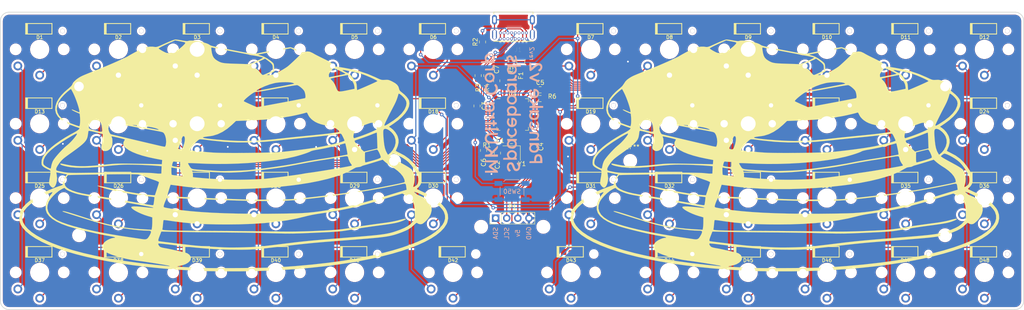
<source format=kicad_pcb>
(kicad_pcb (version 20171130) (host pcbnew 5.1.6+dfsg1-1)
  (layers (0 F.Cu signal) (31 B.Cu signal) (34 B.Paste user) (35 F.Paste user) (36 B.SilkS user hide) (37 F.SilkS user) (38 B.Mask user) (39 F.Mask user hide) (44 Edge.Cuts user))
  (net 0 "")
  (net 1 col3)
  (net 2 col2)
  (net 3 col0)
  (net 4 col5)
  (net 5 col4)
  (net 6 col8)
  (net 7 col1)
  (net 8 row2)
  (net 9 col9)
  (net 10 col6)
  (net 11 col11)
  (net 12 col10)
  (net 13 col7)
  (net 14 row3)
  (net 15 row1)
  (net 16 row0)
  (net 17 GND)
  (net 18 "Net-(D2-Pad2)")
  (net 19 "Net-(D25-Pad2)")
  (net 20 "Net-(D24-Pad2)")
  (net 21 "Net-(D23-Pad2)")
  (net 22 "Net-(D22-Pad2)")
  (net 23 "Net-(D21-Pad2)")
  (net 24 "Net-(D20-Pad2)")
  (net 25 "Net-(D19-Pad2)")
  (net 26 "Net-(D18-Pad2)")
  (net 27 "Net-(D17-Pad2)")
  (net 28 "Net-(D16-Pad2)")
  (net 29 "Net-(D15-Pad2)")
  (net 30 "Net-(D1-Pad2)")
  (net 31 "Net-(D13-Pad2)")
  (net 32 "Net-(D12-Pad2)")
  (net 33 "Net-(D11-Pad2)")
  (net 34 "Net-(D10-Pad2)")
  (net 35 "Net-(D9-Pad2)")
  (net 36 "Net-(D8-Pad2)")
  (net 37 "Net-(D7-Pad2)")
  (net 38 "Net-(D6-Pad2)")
  (net 39 "Net-(D5-Pad2)")
  (net 40 "Net-(D4-Pad2)")
  (net 41 "Net-(D3-Pad2)")
  (net 42 "Net-(D26-Pad2)")
  (net 43 "Net-(D48-Pad2)")
  (net 44 "Net-(D37-Pad2)")
  (net 45 "Net-(D47-Pad2)")
  (net 46 "Net-(D46-Pad2)")
  (net 47 "Net-(D45-Pad2)")
  (net 48 "Net-(D44-Pad2)")
  (net 49 "Net-(D43-Pad2)")
  (net 50 "Net-(D42-Pad2)")
  (net 51 "Net-(D41-Pad2)")
  (net 52 "Net-(D40-Pad2)")
  (net 53 "Net-(D39-Pad2)")
  (net 54 "Net-(D38-Pad2)")
  (net 55 "Net-(D14-Pad2)")
  (net 56 "Net-(D36-Pad2)")
  (net 57 "Net-(D35-Pad2)")
  (net 58 "Net-(D34-Pad2)")
  (net 59 "Net-(D33-Pad2)")
  (net 60 "Net-(D32-Pad2)")
  (net 61 "Net-(D31-Pad2)")
  (net 62 "Net-(D30-Pad2)")
  (net 63 "Net-(D29-Pad2)")
  (net 64 "Net-(D28-Pad2)")
  (net 65 "Net-(D27-Pad2)")
  (net 66 "Net-(C3-Pad2)")
  (net 67 +5V)
  (net 68 VCC)
  (net 69 "Net-(R1-Pad1)")
  (net 70 /D2+)
  (net 71 D+)
  (net 72 /D2-)
  (net 73 D-)
  (net 74 "Net-(R6-Pad1)")
  (net 75 SCL)
  (net 76 SDA)
  (net 77 "Net-(C1-Pad1)")
  (net 78 "Net-(C2-Pad1)")
  (net 79 "Net-(J1-PadP1)")
  (net 80 "Net-(J1-PadB5)")
  (net 81 "Net-(J1-PadA5)")
  (module MountingHole:MountingHole_2.2mm_M2 (layer F.Cu) (at 236.5666 32.5226)
    (fp_text reference REF** (at -44.45 0.4572) (layer F.SilkS))
    (fp_text value MountingHole_2.2mm_M2)
    (pad 1 np_thru_hole circle (at 0 0) (size 2.2 2.2) (drill 2.2) (layers *.Cu *.Mask))
  )
  (module MountingHole:MountingHole_2.2mm_M2 (layer F.Cu) (at 236.5666 66.5332)
    (fp_text reference REF** (at -52.3494 -32.131) (layer F.SilkS))
    (fp_text value MountingHole_2.2mm_M2)
    (pad 1 np_thru_hole circle (at 0 0) (size 2.2 2.2) (drill 2.2) (layers *.Cu *.Mask))
  )
  (module MountingHole:MountingHole_2.2mm_M2 (layer F.Cu) (at 144.7202 64.6028)
    (fp_text reference REF** (at 34.671 -30.8356) (layer F.SilkS))
    (fp_text value MountingHole_2.2mm_M2)
    (pad 1 np_thru_hole circle (at 0 0) (size 2.2 2.2) (drill 2.2) (layers *.Cu *.Mask))
  )
  (module MountingHole:MountingHole_2.2mm_M2 (layer F.Cu) (at 130.4962 64.6028)
    (fp_text reference REF** (at -59.4868 -30.988) (layer F.SilkS))
    (fp_text value MountingHole_2.2mm_M2)
    (pad 1 np_thru_hole circle (at 0 0) (size 2.2 2.2) (drill 2.2) (layers *.Cu *.Mask))
  )
  (module MountingHole:MountingHole_2.2mm_M2 (layer F.Cu) (at 164.583 49.5406)
    (fp_text reference REF** (at 0 -3.2) (layer F.SilkS))
    (fp_text value MountingHole_2.2mm_M2)
    (pad 1 np_thru_hole circle (at 0 0) (size 2.2 2.2) (drill 2.2) (layers *.Cu *.Mask))
  )
  (module MountingHole:MountingHole_2.2mm_M2 (layer F.Cu) (at 110.5572 49.566)
    (fp_text reference REF** (at -43.8912 -16.0274) (layer F.SilkS))
    (fp_text value MountingHole_2.2mm_M2)
    (pad 1 np_thru_hole circle (at 0 0) (size 2.2 2.2) (drill 2.2) (layers *.Cu *.Mask))
  )
  (module MountingHole:MountingHole_2.2mm_M2 (layer F.Cu) (at 38.5736 66.5332)
    (fp_text reference REF** (at 13.0048 -33.2486) (layer F.SilkS))
    (fp_text value MountingHole_2.2mm_M2)
    (pad 1 np_thru_hole circle (at 0 0) (size 2.2 2.2) (drill 2.2) (layers *.Cu *.Mask))
  )
  (module MountingHole:MountingHole_2.2mm_M2 (layer F.Cu) (at 38.5482 32.5226)
    (fp_text reference REF** (at 7.62 0.635) (layer F.SilkS))
    (fp_text value MountingHole_2.2mm_M2)
    (pad 1 np_thru_hole circle (at 0 0) (size 2.2 2.2) (drill 2.2) (layers *.Cu *.Mask))
  )
  (module Keebio-Parts:D_SOD123 (layer F.Cu) (at 83.565 19.33)
    (fp_text reference D4 (at 0 1.925) (layer F.SilkS) (effects (font (size 0.8 0.8))))
    (fp_text value D_Small hide)
    (pad 1 smd rect (at -1.7 0) (size 1.2 1.4) (layers F.Cu F.Paste F.Mask) (net 16 row0))
    (pad 2 smd rect (at 1.7 0) (size 1.2 1.4) (layers F.Cu F.Paste F.Mask) (net 40 "Net-(D4-Pad2)"))
  )
  (module Keebio-Parts:D_SOD123 (layer F.Cu) (at 245.565 70.33)
    (fp_text reference D48 (at 0 1.925) (layer F.SilkS) (effects (font (size 0.8 0.8))))
    (fp_text value D_Small hide)
    (pad 1 smd rect (at -1.7 0) (size 1.2 1.4) (layers F.Cu F.Paste F.Mask) (net 14 row3))
    (pad 2 smd rect (at 1.7 0) (size 1.2 1.4) (layers F.Cu F.Paste F.Mask) (net 43 "Net-(D48-Pad2)"))
  )
  (module Keebio-Parts:D_SOD123 (layer F.Cu) (at 227.565 70.33)
    (fp_text reference D47 (at 0 1.925) (layer F.SilkS) (effects (font (size 0.8 0.8))))
    (fp_text value D_Small hide)
    (pad 1 smd rect (at -1.7 0) (size 1.2 1.4) (layers F.Cu F.Paste F.Mask) (net 14 row3))
    (pad 2 smd rect (at 1.7 0) (size 1.2 1.4) (layers F.Cu F.Paste F.Mask) (net 45 "Net-(D47-Pad2)"))
  )
  (module Keebio-Parts:D_SOD123 (layer F.Cu) (at 209.565 70.33)
    (fp_text reference D46 (at 0 1.925) (layer F.SilkS) (effects (font (size 0.8 0.8))))
    (fp_text value D_Small hide)
    (pad 1 smd rect (at -1.7 0) (size 1.2 1.4) (layers F.Cu F.Paste F.Mask) (net 14 row3))
    (pad 2 smd rect (at 1.7 0) (size 1.2 1.4) (layers F.Cu F.Paste F.Mask) (net 46 "Net-(D46-Pad2)"))
  )
  (module Keebio-Parts:D_SOD123 (layer F.Cu) (at 191.565 70.33)
    (fp_text reference D45 (at 0 1.925) (layer F.SilkS) (effects (font (size 0.8 0.8))))
    (fp_text value D_Small hide)
    (pad 1 smd rect (at -1.7 0) (size 1.2 1.4) (layers F.Cu F.Paste F.Mask) (net 14 row3))
    (pad 2 smd rect (at 1.7 0) (size 1.2 1.4) (layers F.Cu F.Paste F.Mask) (net 47 "Net-(D45-Pad2)"))
  )
  (module Keebio-Parts:D_SOD123 (layer F.Cu) (at 173.565 70.33)
    (fp_text reference D44 (at 0 1.925) (layer F.SilkS) (effects (font (size 0.8 0.8))))
    (fp_text value D_Small hide)
    (pad 1 smd rect (at -1.7 0) (size 1.2 1.4) (layers F.Cu F.Paste F.Mask) (net 14 row3))
    (pad 2 smd rect (at 1.7 0) (size 1.2 1.4) (layers F.Cu F.Paste F.Mask) (net 48 "Net-(D44-Pad2)"))
  )
  (module Keebio-Parts:D_SOD123 (layer F.Cu) (at 151.065 70.33)
    (fp_text reference D43 (at 0 1.925) (layer F.SilkS) (effects (font (size 0.8 0.8))))
    (fp_text value D_Small hide)
    (pad 1 smd rect (at -1.7 0) (size 1.2 1.4) (layers F.Cu F.Paste F.Mask) (net 14 row3))
    (pad 2 smd rect (at 1.7 0) (size 1.2 1.4) (layers F.Cu F.Paste F.Mask) (net 49 "Net-(D43-Pad2)"))
  )
  (module Keebio-Parts:D_SOD123 (layer F.Cu) (at 124.065 70.33)
    (fp_text reference D42 (at 0 1.925) (layer F.SilkS) (effects (font (size 0.8 0.8))))
    (fp_text value D_Small hide)
    (pad 1 smd rect (at -1.7 0) (size 1.2 1.4) (layers F.Cu F.Paste F.Mask) (net 14 row3))
    (pad 2 smd rect (at 1.7 0) (size 1.2 1.4) (layers F.Cu F.Paste F.Mask) (net 50 "Net-(D42-Pad2)"))
  )
  (module Keebio-Parts:D_SOD123 (layer F.Cu) (at 101.565 70.33)
    (fp_text reference D41 (at 0 1.925) (layer F.SilkS) (effects (font (size 0.8 0.8))))
    (fp_text value D_Small hide)
    (pad 1 smd rect (at -1.7 0) (size 1.2 1.4) (layers F.Cu F.Paste F.Mask) (net 14 row3))
    (pad 2 smd rect (at 1.7 0) (size 1.2 1.4) (layers F.Cu F.Paste F.Mask) (net 51 "Net-(D41-Pad2)"))
  )
  (module Keebio-Parts:D_SOD123 (layer F.Cu) (at 83.565 70.33)
    (fp_text reference D40 (at 0 1.925) (layer F.SilkS) (effects (font (size 0.8 0.8))))
    (fp_text value D_Small hide)
    (pad 1 smd rect (at -1.7 0) (size 1.2 1.4) (layers F.Cu F.Paste F.Mask) (net 14 row3))
    (pad 2 smd rect (at 1.7 0) (size 1.2 1.4) (layers F.Cu F.Paste F.Mask) (net 52 "Net-(D40-Pad2)"))
  )
  (module Keebio-Parts:D_SOD123 (layer F.Cu) (at 65.565 70.33)
    (fp_text reference D39 (at 0 1.925) (layer F.SilkS) (effects (font (size 0.8 0.8))))
    (fp_text value D_Small hide)
    (pad 1 smd rect (at -1.7 0) (size 1.2 1.4) (layers F.Cu F.Paste F.Mask) (net 14 row3))
    (pad 2 smd rect (at 1.7 0) (size 1.2 1.4) (layers F.Cu F.Paste F.Mask) (net 53 "Net-(D39-Pad2)"))
  )
  (module Keebio-Parts:D_SOD123 (layer F.Cu) (at 47.565 70.33)
    (fp_text reference D38 (at 0 1.925) (layer F.SilkS) (effects (font (size 0.8 0.8))))
    (fp_text value D_Small hide)
    (pad 1 smd rect (at -1.7 0) (size 1.2 1.4) (layers F.Cu F.Paste F.Mask) (net 14 row3))
    (pad 2 smd rect (at 1.7 0) (size 1.2 1.4) (layers F.Cu F.Paste F.Mask) (net 54 "Net-(D38-Pad2)"))
  )
  (module Keebio-Parts:D_SOD123 (layer F.Cu) (at 29.565 70.33)
    (fp_text reference D37 (at 0 1.925) (layer F.SilkS) (effects (font (size 0.8 0.8))))
    (fp_text value D_Small hide)
    (pad 1 smd rect (at -1.7 0) (size 1.2 1.4) (layers F.Cu F.Paste F.Mask) (net 14 row3))
    (pad 2 smd rect (at 1.7 0) (size 1.2 1.4) (layers F.Cu F.Paste F.Mask) (net 44 "Net-(D37-Pad2)"))
  )
  (module Keebio-Parts:D_SOD123 (layer F.Cu) (at 245.565 53.33)
    (fp_text reference D36 (at 0 1.925) (layer F.SilkS) (effects (font (size 0.8 0.8))))
    (fp_text value D_Small hide)
    (pad 1 smd rect (at -1.7 0) (size 1.2 1.4) (layers F.Cu F.Paste F.Mask) (net 8 row2))
    (pad 2 smd rect (at 1.7 0) (size 1.2 1.4) (layers F.Cu F.Paste F.Mask) (net 56 "Net-(D36-Pad2)"))
  )
  (module Keebio-Parts:D_SOD123 (layer F.Cu) (at 227.565 53.33)
    (fp_text reference D35 (at 0 1.925) (layer F.SilkS) (effects (font (size 0.8 0.8))))
    (fp_text value D_Small hide)
    (pad 1 smd rect (at -1.7 0) (size 1.2 1.4) (layers F.Cu F.Paste F.Mask) (net 8 row2))
    (pad 2 smd rect (at 1.7 0) (size 1.2 1.4) (layers F.Cu F.Paste F.Mask) (net 57 "Net-(D35-Pad2)"))
  )
  (module Keebio-Parts:D_SOD123 (layer F.Cu) (at 209.565 53.33)
    (fp_text reference D34 (at 0 1.925) (layer F.SilkS) (effects (font (size 0.8 0.8))))
    (fp_text value D_Small hide)
    (pad 1 smd rect (at -1.7 0) (size 1.2 1.4) (layers F.Cu F.Paste F.Mask) (net 8 row2))
    (pad 2 smd rect (at 1.7 0) (size 1.2 1.4) (layers F.Cu F.Paste F.Mask) (net 58 "Net-(D34-Pad2)"))
  )
  (module Keebio-Parts:D_SOD123 (layer F.Cu) (at 191.565 53.33)
    (fp_text reference D33 (at 0 1.925) (layer F.SilkS) (effects (font (size 0.8 0.8))))
    (fp_text value D_Small hide)
    (pad 1 smd rect (at -1.7 0) (size 1.2 1.4) (layers F.Cu F.Paste F.Mask) (net 8 row2))
    (pad 2 smd rect (at 1.7 0) (size 1.2 1.4) (layers F.Cu F.Paste F.Mask) (net 59 "Net-(D33-Pad2)"))
  )
  (module Keebio-Parts:D_SOD123 (layer F.Cu) (at 173.5746 53.3252)
    (fp_text reference D32 (at 0 1.925) (layer F.SilkS) (effects (font (size 0.8 0.8))))
    (fp_text value D_Small hide)
    (pad 1 smd rect (at -1.7 0) (size 1.2 1.4) (layers F.Cu F.Paste F.Mask) (net 8 row2))
    (pad 2 smd rect (at 1.7 0) (size 1.2 1.4) (layers F.Cu F.Paste F.Mask) (net 60 "Net-(D32-Pad2)"))
  )
  (module Keebio-Parts:D_SOD123 (layer F.Cu) (at 155.5914 53.3252)
    (fp_text reference D31 (at 0 1.925) (layer F.SilkS) (effects (font (size 0.8 0.8))))
    (fp_text value D_Small hide)
    (pad 1 smd rect (at -1.7 0) (size 1.2 1.4) (layers F.Cu F.Paste F.Mask) (net 8 row2))
    (pad 2 smd rect (at 1.7 0) (size 1.2 1.4) (layers F.Cu F.Paste F.Mask) (net 61 "Net-(D31-Pad2)"))
  )
  (module Keebio-Parts:D_SOD123 (layer F.Cu) (at 119.5742 53.3252)
    (fp_text reference D30 (at 0 1.925) (layer F.SilkS) (effects (font (size 0.8 0.8))))
    (fp_text value D_Small hide)
    (pad 1 smd rect (at -1.7 0) (size 1.2 1.4) (layers F.Cu F.Paste F.Mask) (net 8 row2))
    (pad 2 smd rect (at 1.7 0) (size 1.2 1.4) (layers F.Cu F.Paste F.Mask) (net 62 "Net-(D30-Pad2)"))
  )
  (module Keebio-Parts:D_SOD123 (layer F.Cu) (at 101.591 53.3252)
    (fp_text reference D29 (at 0 1.925) (layer F.SilkS) (effects (font (size 0.8 0.8))))
    (fp_text value D_Small hide)
    (pad 1 smd rect (at -1.7 0) (size 1.2 1.4) (layers F.Cu F.Paste F.Mask) (net 8 row2))
    (pad 2 smd rect (at 1.7 0) (size 1.2 1.4) (layers F.Cu F.Paste F.Mask) (net 63 "Net-(D29-Pad2)"))
  )
  (module Keebio-Parts:D_SOD123 (layer F.Cu) (at 83.557 53.3252)
    (fp_text reference D28 (at 0 1.925) (layer F.SilkS) (effects (font (size 0.8 0.8))))
    (fp_text value D_Small hide)
    (pad 1 smd rect (at -1.7 0) (size 1.2 1.4) (layers F.Cu F.Paste F.Mask) (net 8 row2))
    (pad 2 smd rect (at 1.7 0) (size 1.2 1.4) (layers F.Cu F.Paste F.Mask) (net 64 "Net-(D28-Pad2)"))
  )
  (module Keebio-Parts:D_SOD123 (layer F.Cu) (at 65.5738 53.3252)
    (fp_text reference D27 (at 0 1.925) (layer F.SilkS) (effects (font (size 0.8 0.8))))
    (fp_text value D_Small hide)
    (pad 1 smd rect (at -1.7 0) (size 1.2 1.4) (layers F.Cu F.Paste F.Mask) (net 8 row2))
    (pad 2 smd rect (at 1.7 0) (size 1.2 1.4) (layers F.Cu F.Paste F.Mask) (net 65 "Net-(D27-Pad2)"))
  )
  (module Keebio-Parts:D_SOD123 (layer F.Cu) (at 47.5906 53.3252)
    (fp_text reference D26 (at 0 1.925) (layer F.SilkS) (effects (font (size 0.8 0.8))))
    (fp_text value D_Small hide)
    (pad 1 smd rect (at -1.7 0) (size 1.2 1.4) (layers F.Cu F.Paste F.Mask) (net 8 row2))
    (pad 2 smd rect (at 1.7 0) (size 1.2 1.4) (layers F.Cu F.Paste F.Mask) (net 42 "Net-(D26-Pad2)"))
  )
  (module Keebio-Parts:D_SOD123 (layer F.Cu) (at 29.5566 53.3252)
    (fp_text reference D25 (at 0 1.925) (layer F.SilkS) (effects (font (size 0.8 0.8))))
    (fp_text value D_Small hide)
    (pad 1 smd rect (at -1.7 0) (size 1.2 1.4) (layers F.Cu F.Paste F.Mask) (net 8 row2))
    (pad 2 smd rect (at 1.7 0) (size 1.2 1.4) (layers F.Cu F.Paste F.Mask) (net 19 "Net-(D25-Pad2)"))
  )
  (module Keebio-Parts:D_SOD123 (layer F.Cu) (at 245.565 36.33)
    (fp_text reference D24 (at 0 1.925) (layer F.SilkS) (effects (font (size 0.8 0.8))))
    (fp_text value D_Small hide)
    (pad 1 smd rect (at -1.7 0) (size 1.2 1.4) (layers F.Cu F.Paste F.Mask) (net 15 row1))
    (pad 2 smd rect (at 1.7 0) (size 1.2 1.4) (layers F.Cu F.Paste F.Mask) (net 20 "Net-(D24-Pad2)"))
  )
  (module Keebio-Parts:D_SOD123 (layer F.Cu) (at 227.565 36.33)
    (fp_text reference D23 (at 0 1.925) (layer F.SilkS) (effects (font (size 0.8 0.8))))
    (fp_text value D_Small hide)
    (pad 1 smd rect (at -1.7 0) (size 1.2 1.4) (layers F.Cu F.Paste F.Mask) (net 15 row1))
    (pad 2 smd rect (at 1.7 0) (size 1.2 1.4) (layers F.Cu F.Paste F.Mask) (net 21 "Net-(D23-Pad2)"))
  )
  (module Keebio-Parts:D_SOD123 (layer F.Cu) (at 209.565 36.33)
    (fp_text reference D22 (at 0 1.925) (layer F.SilkS) (effects (font (size 0.8 0.8))))
    (fp_text value D_Small hide)
    (pad 1 smd rect (at -1.7 0) (size 1.2 1.4) (layers F.Cu F.Paste F.Mask) (net 15 row1))
    (pad 2 smd rect (at 1.7 0) (size 1.2 1.4) (layers F.Cu F.Paste F.Mask) (net 22 "Net-(D22-Pad2)"))
  )
  (module Keebio-Parts:D_SOD123 (layer F.Cu) (at 191.565 36.33)
    (fp_text reference D21 (at 0 1.925) (layer F.SilkS) (effects (font (size 0.8 0.8))))
    (fp_text value D_Small hide)
    (pad 1 smd rect (at -1.7 0) (size 1.2 1.4) (layers F.Cu F.Paste F.Mask) (net 15 row1))
    (pad 2 smd rect (at 1.7 0) (size 1.2 1.4) (layers F.Cu F.Paste F.Mask) (net 23 "Net-(D21-Pad2)"))
  )
  (module Keebio-Parts:D_SOD123 (layer F.Cu) (at 173.565 36.33)
    (fp_text reference D20 (at 0 1.925) (layer F.SilkS) (effects (font (size 0.8 0.8))))
    (fp_text value D_Small hide)
    (pad 1 smd rect (at -1.7 0) (size 1.2 1.4) (layers F.Cu F.Paste F.Mask) (net 15 row1))
    (pad 2 smd rect (at 1.7 0) (size 1.2 1.4) (layers F.Cu F.Paste F.Mask) (net 24 "Net-(D20-Pad2)"))
  )
  (module Keebio-Parts:D_SOD123 (layer F.Cu) (at 155.565 36.33)
    (fp_text reference D19 (at 0 1.925) (layer F.SilkS) (effects (font (size 0.8 0.8))))
    (fp_text value D_Small hide)
    (pad 1 smd rect (at -1.7 0) (size 1.2 1.4) (layers F.Cu F.Paste F.Mask) (net 15 row1))
    (pad 2 smd rect (at 1.7 0) (size 1.2 1.4) (layers F.Cu F.Paste F.Mask) (net 25 "Net-(D19-Pad2)"))
  )
  (module Keebio-Parts:D_SOD123 (layer F.Cu) (at 119.565 36.33)
    (fp_text reference D18 (at 0 1.925) (layer F.SilkS) (effects (font (size 0.8 0.8))))
    (fp_text value D_Small hide)
    (pad 1 smd rect (at -1.7 0) (size 1.2 1.4) (layers F.Cu F.Paste F.Mask) (net 15 row1))
    (pad 2 smd rect (at 1.7 0) (size 1.2 1.4) (layers F.Cu F.Paste F.Mask) (net 26 "Net-(D18-Pad2)"))
  )
  (module Keebio-Parts:D_SOD123 (layer F.Cu) (at 101.565 36.33)
    (fp_text reference D17 (at 0 1.925) (layer F.SilkS) (effects (font (size 0.8 0.8))))
    (fp_text value D_Small hide)
    (pad 1 smd rect (at -1.7 0) (size 1.2 1.4) (layers F.Cu F.Paste F.Mask) (net 15 row1))
    (pad 2 smd rect (at 1.7 0) (size 1.2 1.4) (layers F.Cu F.Paste F.Mask) (net 27 "Net-(D17-Pad2)"))
  )
  (module Keebio-Parts:D_SOD123 (layer F.Cu) (at 83.56462 36.32498)
    (fp_text reference D16 (at 0 1.925) (layer F.SilkS) (effects (font (size 0.8 0.8))))
    (fp_text value D_Small hide)
    (pad 1 smd rect (at -1.7 0) (size 1.2 1.4) (layers F.Cu F.Paste F.Mask) (net 15 row1))
    (pad 2 smd rect (at 1.7 0) (size 1.2 1.4) (layers F.Cu F.Paste F.Mask) (net 28 "Net-(D16-Pad2)"))
  )
  (module Keebio-Parts:D_SOD123 (layer F.Cu) (at 65.56618 36.32498)
    (fp_text reference D15 (at 0 1.925) (layer F.SilkS) (effects (font (size 0.8 0.8))))
    (fp_text value D_Small hide)
    (pad 1 smd rect (at -1.7 0) (size 1.2 1.4) (layers F.Cu F.Paste F.Mask) (net 15 row1))
    (pad 2 smd rect (at 1.7 0) (size 1.2 1.4) (layers F.Cu F.Paste F.Mask) (net 29 "Net-(D15-Pad2)"))
  )
  (module Keebio-Parts:D_SOD123 (layer F.Cu) (at 47.56774 36.32752)
    (fp_text reference D14 (at 0 1.925) (layer F.SilkS) (effects (font (size 0.8 0.8))))
    (fp_text value D_Small hide)
    (pad 1 smd rect (at -1.7 0) (size 1.2 1.4) (layers F.Cu F.Paste F.Mask) (net 15 row1))
    (pad 2 smd rect (at 1.7 0) (size 1.2 1.4) (layers F.Cu F.Paste F.Mask) (net 55 "Net-(D14-Pad2)"))
  )
  (module Keebio-Parts:D_SOD123 (layer F.Cu) (at 29.56676 36.32752)
    (fp_text reference D13 (at 0 1.925) (layer F.SilkS) (effects (font (size 0.8 0.8))))
    (fp_text value D_Small hide)
    (pad 1 smd rect (at -1.7 0) (size 1.2 1.4) (layers F.Cu F.Paste F.Mask) (net 15 row1))
    (pad 2 smd rect (at 1.7 0) (size 1.2 1.4) (layers F.Cu F.Paste F.Mask) (net 31 "Net-(D13-Pad2)"))
  )
  (module Keebio-Parts:D_SOD123 (layer F.Cu) (at 245.56582 19.32984)
    (fp_text reference D12 (at 0 1.925) (layer F.SilkS) (effects (font (size 0.8 0.8))))
    (fp_text value D_Small hide)
    (pad 1 smd rect (at -1.7 0) (size 1.2 1.4) (layers F.Cu F.Paste F.Mask) (net 16 row0))
    (pad 2 smd rect (at 1.7 0) (size 1.2 1.4) (layers F.Cu F.Paste F.Mask) (net 32 "Net-(D12-Pad2)"))
  )
  (module Keebio-Parts:D_SOD123 (layer F.Cu) (at 227.56738 19.3273)
    (fp_text reference D11 (at 0 1.925) (layer F.SilkS) (effects (font (size 0.8 0.8))))
    (fp_text value D_Small hide)
    (pad 1 smd rect (at -1.7 0) (size 1.2 1.4) (layers F.Cu F.Paste F.Mask) (net 16 row0))
    (pad 2 smd rect (at 1.7 0) (size 1.2 1.4) (layers F.Cu F.Paste F.Mask) (net 33 "Net-(D11-Pad2)"))
  )
  (module Keebio-Parts:D_SOD123 (layer F.Cu) (at 209.5664 19.3273)
    (fp_text reference D10 (at 0 1.925) (layer F.SilkS) (effects (font (size 0.8 0.8))))
    (fp_text value D_Small hide)
    (pad 1 smd rect (at -1.7 0) (size 1.2 1.4) (layers F.Cu F.Paste F.Mask) (net 16 row0))
    (pad 2 smd rect (at 1.7 0) (size 1.2 1.4) (layers F.Cu F.Paste F.Mask) (net 34 "Net-(D10-Pad2)"))
  )
  (module Keebio-Parts:D_SOD123 (layer F.Cu) (at 191.56796 19.32984)
    (fp_text reference D9 (at 0 1.925) (layer F.SilkS) (effects (font (size 0.8 0.8))))
    (fp_text value D_Small hide)
    (pad 1 smd rect (at -1.7 0) (size 1.2 1.4) (layers F.Cu F.Paste F.Mask) (net 16 row0))
    (pad 2 smd rect (at 1.7 0) (size 1.2 1.4) (layers F.Cu F.Paste F.Mask) (net 35 "Net-(D9-Pad2)"))
  )
  (module Keebio-Parts:D_SOD123 (layer F.Cu) (at 173.56698 19.32984)
    (fp_text reference D8 (at 0 1.925) (layer F.SilkS) (effects (font (size 0.8 0.8))))
    (fp_text value D_Small hide)
    (pad 1 smd rect (at -1.7 0) (size 1.2 1.4) (layers F.Cu F.Paste F.Mask) (net 16 row0))
    (pad 2 smd rect (at 1.7 0) (size 1.2 1.4) (layers F.Cu F.Paste F.Mask) (net 36 "Net-(D8-Pad2)"))
  )
  (module Keebio-Parts:D_SOD123 (layer F.Cu) (at 155.56854 19.32984)
    (fp_text reference D7 (at 0 1.925) (layer F.SilkS) (effects (font (size 0.8 0.8))))
    (fp_text value D_Small hide)
    (pad 1 smd rect (at -1.7 0) (size 1.2 1.4) (layers F.Cu F.Paste F.Mask) (net 16 row0))
    (pad 2 smd rect (at 1.7 0) (size 1.2 1.4) (layers F.Cu F.Paste F.Mask) (net 37 "Net-(D7-Pad2)"))
  )
  (module Keebio-Parts:D_SOD123 (layer F.Cu) (at 119.565 19.33)
    (fp_text reference D6 (at 0 1.925) (layer F.SilkS) (effects (font (size 0.8 0.8))))
    (fp_text value D_Small hide)
    (pad 1 smd rect (at -1.7 0) (size 1.2 1.4) (layers F.Cu F.Paste F.Mask) (net 16 row0))
    (pad 2 smd rect (at 1.7 0) (size 1.2 1.4) (layers F.Cu F.Paste F.Mask) (net 38 "Net-(D6-Pad2)"))
  )
  (module Keebio-Parts:D_SOD123 (layer F.Cu) (at 101.565 19.33)
    (fp_text reference D5 (at 0 1.925) (layer F.SilkS) (effects (font (size 0.8 0.8))))
    (fp_text value D_Small hide)
    (pad 1 smd rect (at -1.7 0) (size 1.2 1.4) (layers F.Cu F.Paste F.Mask) (net 16 row0))
    (pad 2 smd rect (at 1.7 0) (size 1.2 1.4) (layers F.Cu F.Paste F.Mask) (net 39 "Net-(D5-Pad2)"))
  )
  (module Keebio-Parts:D_SOD123 (layer F.Cu) (at 65.565 19.33)
    (fp_text reference D3 (at 0 1.925) (layer F.SilkS) (effects (font (size 0.8 0.8))))
    (fp_text value D_Small hide)
    (pad 1 smd rect (at -1.7 0) (size 1.2 1.4) (layers F.Cu F.Paste F.Mask) (net 16 row0))
    (pad 2 smd rect (at 1.7 0) (size 1.2 1.4) (layers F.Cu F.Paste F.Mask) (net 41 "Net-(D3-Pad2)"))
  )
  (module Keebio-Parts:D_SOD123 (layer F.Cu) (at 47.565 19.33)
    (fp_text reference D2 (at 0 1.925) (layer F.SilkS) (effects (font (size 0.8 0.8))))
    (fp_text value D_Small hide)
    (pad 1 smd rect (at -1.7 0) (size 1.2 1.4) (layers F.Cu F.Paste F.Mask) (net 16 row0))
    (pad 2 smd rect (at 1.7 0) (size 1.2 1.4) (layers F.Cu F.Paste F.Mask) (net 18 "Net-(D2-Pad2)"))
  )
  (module Keebio-Parts:D_SOD123 (layer F.Cu) (at 29.565 19.33)
    (fp_text reference D1 (at 0 1.925) (layer F.SilkS) (effects (font (size 0.8 0.8))))
    (fp_text value D_Small hide)
    (pad 1 smd rect (at -1.7 0) (size 1.2 1.4) (layers F.Cu F.Paste F.Mask) (net 16 row0))
    (pad 2 smd rect (at 1.7 0) (size 1.2 1.4) (layers F.Cu F.Paste F.Mask) (net 30 "Net-(D1-Pad2)"))
  )
  (module Keebio-Parts:Kailh-PG1350-1u-NoLED (layer F.Cu) (at 245.565 24.03)
    (fp_text reference SW12)
    (fp_text value SW_SPST hide)
    (pad "" thru_hole circle (at 5.22 -4.2) (size 0.99 0.99) (drill 0.99) (layers *.Cu *.Mask))
    (pad "" np_thru_hole circle (at 5.5 0 180) (size 1.7 1.7) (drill 1.7) (layers *.Cu *.Mask))
    (pad "" np_thru_hole circle (at -5.5 0 180) (size 1.7 1.7) (drill 1.7) (layers *.Cu *.Mask))
    (pad 2 thru_hole circle (at -5 3.8 41.9) (size 2 2) (drill 1.2) (layers *.Cu *.Mask) (net 11 col11))
    (pad 1 thru_hole circle (at 0 5.9 180) (size 2 2) (drill 1.2) (layers *.Cu *.Mask) (net 32 "Net-(D12-Pad2)"))
    (pad "" np_thru_hole circle (at 0 0 180) (size 3.4 3.4) (drill 3.4) (layers *.Cu *.Mask))
  )
  (module Keebio-Parts:Kailh-PG1350-1u-NoLED (layer F.Cu) (at 245.565 41.03)
    (fp_text reference SW24)
    (fp_text value SW_SPST hide)
    (pad "" thru_hole circle (at 5.22 -4.2) (size 0.99 0.99) (drill 0.99) (layers *.Cu *.Mask))
    (pad "" np_thru_hole circle (at 5.5 0 180) (size 1.7 1.7) (drill 1.7) (layers *.Cu *.Mask))
    (pad "" np_thru_hole circle (at -5.5 0 180) (size 1.7 1.7) (drill 1.7) (layers *.Cu *.Mask))
    (pad 2 thru_hole circle (at -5 3.8 41.9) (size 2 2) (drill 1.2) (layers *.Cu *.Mask) (net 11 col11))
    (pad 1 thru_hole circle (at 0 5.9 180) (size 2 2) (drill 1.2) (layers *.Cu *.Mask) (net 20 "Net-(D24-Pad2)"))
    (pad "" np_thru_hole circle (at 0 0 180) (size 3.4 3.4) (drill 3.4) (layers *.Cu *.Mask))
  )
  (module Keebio-Parts:Kailh-PG1350-1u-NoLED (layer F.Cu) (at 227.565 41.03)
    (fp_text reference SW23)
    (fp_text value SW_SPST hide)
    (pad "" thru_hole circle (at 5.22 -4.2) (size 0.99 0.99) (drill 0.99) (layers *.Cu *.Mask))
    (pad "" np_thru_hole circle (at 5.5 0 180) (size 1.7 1.7) (drill 1.7) (layers *.Cu *.Mask))
    (pad "" np_thru_hole circle (at -5.5 0 180) (size 1.7 1.7) (drill 1.7) (layers *.Cu *.Mask))
    (pad 2 thru_hole circle (at -5 3.8 41.9) (size 2 2) (drill 1.2) (layers *.Cu *.Mask) (net 12 col10))
    (pad 1 thru_hole circle (at 0 5.9 180) (size 2 2) (drill 1.2) (layers *.Cu *.Mask) (net 21 "Net-(D23-Pad2)"))
    (pad "" np_thru_hole circle (at 0 0 180) (size 3.4 3.4) (drill 3.4) (layers *.Cu *.Mask))
  )
  (module Keebio-Parts:Kailh-PG1350-1u-NoLED (layer F.Cu) (at 209.565 41.03)
    (fp_text reference SW22)
    (fp_text value SW_SPST hide)
    (pad "" thru_hole circle (at 5.22 -4.2) (size 0.99 0.99) (drill 0.99) (layers *.Cu *.Mask))
    (pad "" np_thru_hole circle (at 5.5 0 180) (size 1.7 1.7) (drill 1.7) (layers *.Cu *.Mask))
    (pad "" np_thru_hole circle (at -5.5 0 180) (size 1.7 1.7) (drill 1.7) (layers *.Cu *.Mask))
    (pad 2 thru_hole circle (at -5 3.8 41.9) (size 2 2) (drill 1.2) (layers *.Cu *.Mask) (net 9 col9))
    (pad 1 thru_hole circle (at 0 5.9 180) (size 2 2) (drill 1.2) (layers *.Cu *.Mask) (net 22 "Net-(D22-Pad2)"))
    (pad "" np_thru_hole circle (at 0 0 180) (size 3.4 3.4) (drill 3.4) (layers *.Cu *.Mask))
  )
  (module Keebio-Parts:Kailh-PG1350-1u-NoLED (layer F.Cu) (at 245.565 58.03)
    (fp_text reference SW36)
    (fp_text value SW_SPST hide)
    (pad "" thru_hole circle (at 5.22 -4.2) (size 0.99 0.99) (drill 0.99) (layers *.Cu *.Mask))
    (pad "" np_thru_hole circle (at 5.5 0 180) (size 1.7 1.7) (drill 1.7) (layers *.Cu *.Mask))
    (pad "" np_thru_hole circle (at -5.5 0 180) (size 1.7 1.7) (drill 1.7) (layers *.Cu *.Mask))
    (pad 2 thru_hole circle (at -5 3.8 41.9) (size 2 2) (drill 1.2) (layers *.Cu *.Mask) (net 11 col11))
    (pad 1 thru_hole circle (at 0 5.9 180) (size 2 2) (drill 1.2) (layers *.Cu *.Mask) (net 56 "Net-(D36-Pad2)"))
    (pad "" np_thru_hole circle (at 0 0 180) (size 3.4 3.4) (drill 3.4) (layers *.Cu *.Mask))
  )
  (module Keebio-Parts:Kailh-PG1350-1u-NoLED (layer F.Cu) (at 245.565 75.03)
    (fp_text reference SW49)
    (fp_text value SW_SPST hide)
    (pad "" thru_hole circle (at 5.22 -4.2) (size 0.99 0.99) (drill 0.99) (layers *.Cu *.Mask))
    (pad "" np_thru_hole circle (at 5.5 0 180) (size 1.7 1.7) (drill 1.7) (layers *.Cu *.Mask))
    (pad "" np_thru_hole circle (at -5.5 0 180) (size 1.7 1.7) (drill 1.7) (layers *.Cu *.Mask))
    (pad 2 thru_hole circle (at -5 3.8 41.9) (size 2 2) (drill 1.2) (layers *.Cu *.Mask) (net 11 col11))
    (pad 1 thru_hole circle (at 0 5.9 180) (size 2 2) (drill 1.2) (layers *.Cu *.Mask) (net 43 "Net-(D48-Pad2)"))
    (pad "" np_thru_hole circle (at 0 0 180) (size 3.4 3.4) (drill 3.4) (layers *.Cu *.Mask))
  )
  (module Keebio-Parts:Kailh-PG1350-1u-NoLED (layer F.Cu) (at 227.565 24.03)
    (fp_text reference SW11)
    (fp_text value SW_SPST hide)
    (pad "" thru_hole circle (at 5.22 -4.2) (size 0.99 0.99) (drill 0.99) (layers *.Cu *.Mask))
    (pad "" np_thru_hole circle (at 5.5 0 180) (size 1.7 1.7) (drill 1.7) (layers *.Cu *.Mask))
    (pad "" np_thru_hole circle (at -5.5 0 180) (size 1.7 1.7) (drill 1.7) (layers *.Cu *.Mask))
    (pad 2 thru_hole circle (at -5 3.8 41.9) (size 2 2) (drill 1.2) (layers *.Cu *.Mask) (net 12 col10))
    (pad 1 thru_hole circle (at 0 5.9 180) (size 2 2) (drill 1.2) (layers *.Cu *.Mask) (net 33 "Net-(D11-Pad2)"))
    (pad "" np_thru_hole circle (at 0 0 180) (size 3.4 3.4) (drill 3.4) (layers *.Cu *.Mask))
  )
  (module Keebio-Parts:Kailh-PG1350-1u-NoLED (layer F.Cu) (at 191.565 41.03)
    (fp_text reference SW21)
    (fp_text value SW_SPST hide)
    (pad "" thru_hole circle (at 5.22 -4.2) (size 0.99 0.99) (drill 0.99) (layers *.Cu *.Mask))
    (pad "" np_thru_hole circle (at 5.5 0 180) (size 1.7 1.7) (drill 1.7) (layers *.Cu *.Mask))
    (pad "" np_thru_hole circle (at -5.5 0 180) (size 1.7 1.7) (drill 1.7) (layers *.Cu *.Mask))
    (pad 2 thru_hole circle (at -5 3.8 41.9) (size 2 2) (drill 1.2) (layers *.Cu *.Mask) (net 6 col8))
    (pad 1 thru_hole circle (at 0 5.9 180) (size 2 2) (drill 1.2) (layers *.Cu *.Mask) (net 23 "Net-(D21-Pad2)"))
    (pad "" np_thru_hole circle (at 0 0 180) (size 3.4 3.4) (drill 3.4) (layers *.Cu *.Mask))
  )
  (module Keebio-Parts:Kailh-PG1350-1u-NoLED (layer F.Cu) (at 209.565 24.03)
    (fp_text reference SW10)
    (fp_text value SW_SPST hide)
    (pad "" thru_hole circle (at 5.22 -4.2) (size 0.99 0.99) (drill 0.99) (layers *.Cu *.Mask))
    (pad "" np_thru_hole circle (at 5.5 0 180) (size 1.7 1.7) (drill 1.7) (layers *.Cu *.Mask))
    (pad "" np_thru_hole circle (at -5.5 0 180) (size 1.7 1.7) (drill 1.7) (layers *.Cu *.Mask))
    (pad 2 thru_hole circle (at -5 3.8 41.9) (size 2 2) (drill 1.2) (layers *.Cu *.Mask) (net 9 col9))
    (pad 1 thru_hole circle (at 0 5.9 180) (size 2 2) (drill 1.2) (layers *.Cu *.Mask) (net 34 "Net-(D10-Pad2)"))
    (pad "" np_thru_hole circle (at 0 0 180) (size 3.4 3.4) (drill 3.4) (layers *.Cu *.Mask))
  )
  (module Keebio-Parts:Kailh-PG1350-1u-NoLED (layer F.Cu) (at 173.565 58.03)
    (fp_text reference SW32)
    (fp_text value SW_SPST hide)
    (pad "" thru_hole circle (at 5.22 -4.2) (size 0.99 0.99) (drill 0.99) (layers *.Cu *.Mask))
    (pad "" np_thru_hole circle (at 5.5 0 180) (size 1.7 1.7) (drill 1.7) (layers *.Cu *.Mask))
    (pad "" np_thru_hole circle (at -5.5 0 180) (size 1.7 1.7) (drill 1.7) (layers *.Cu *.Mask))
    (pad 2 thru_hole circle (at -5 3.8 41.9) (size 2 2) (drill 1.2) (layers *.Cu *.Mask) (net 13 col7))
    (pad 1 thru_hole circle (at 0 5.9 180) (size 2 2) (drill 1.2) (layers *.Cu *.Mask) (net 60 "Net-(D32-Pad2)"))
    (pad "" np_thru_hole circle (at 0 0 180) (size 3.4 3.4) (drill 3.4) (layers *.Cu *.Mask))
  )
  (module Keebio-Parts:Kailh-PG1350-1u-NoLED (layer F.Cu) (at 173.565 75.03)
    (fp_text reference SW45)
    (fp_text value SW_SPST hide)
    (pad "" thru_hole circle (at 5.22 -4.2) (size 0.99 0.99) (drill 0.99) (layers *.Cu *.Mask))
    (pad "" np_thru_hole circle (at 5.5 0 180) (size 1.7 1.7) (drill 1.7) (layers *.Cu *.Mask))
    (pad "" np_thru_hole circle (at -5.5 0 180) (size 1.7 1.7) (drill 1.7) (layers *.Cu *.Mask))
    (pad 2 thru_hole circle (at -5 3.8 41.9) (size 2 2) (drill 1.2) (layers *.Cu *.Mask) (net 13 col7))
    (pad 1 thru_hole circle (at 0 5.9 180) (size 2 2) (drill 1.2) (layers *.Cu *.Mask) (net 48 "Net-(D44-Pad2)"))
    (pad "" np_thru_hole circle (at 0 0 180) (size 3.4 3.4) (drill 3.4) (layers *.Cu *.Mask))
  )
  (module Keebio-Parts:Kailh-PG1350-1.5u-NoLED (layer F.Cu) (at 151.0575 75.03125)
    (fp_text reference SW43)
    (fp_text value SW_SPST hide)
    (pad "" np_thru_hole circle (at 5.22 -4.2 180) (size 1.2 1.2) (drill 1.2) (layers *.Cu *.Mask))
    (pad "" np_thru_hole circle (at 0 0 180) (size 3.4 3.4) (drill 3.4) (layers *.Cu *.Mask))
    (pad 1 thru_hole circle (at 0 5.9 180) (size 2 2) (drill 1.2) (layers *.Cu *.Mask) (net 49 "Net-(D43-Pad2)"))
    (pad 2 thru_hole circle (at -5 3.8 41.9) (size 2 2) (drill 1.2) (layers *.Cu *.Mask) (net 10 col6))
    (pad "" np_thru_hole circle (at -5.5 0 180) (size 1.7 1.7) (drill 1.7) (layers *.Cu *.Mask))
    (pad "" np_thru_hole circle (at 5.5 0 180) (size 1.7 1.7) (drill 1.7) (layers *.Cu *.Mask))
  )
  (module Keebio-Parts:Kailh-PG1350-1u-NoLED (layer F.Cu) (at 155.565 41.03)
    (fp_text reference SW19)
    (fp_text value SW_SPST hide)
    (pad "" thru_hole circle (at 5.22 -4.2) (size 0.99 0.99) (drill 0.99) (layers *.Cu *.Mask))
    (pad "" np_thru_hole circle (at 5.5 0 180) (size 1.7 1.7) (drill 1.7) (layers *.Cu *.Mask))
    (pad "" np_thru_hole circle (at -5.5 0 180) (size 1.7 1.7) (drill 1.7) (layers *.Cu *.Mask))
    (pad 2 thru_hole circle (at -5 3.8 41.9) (size 2 2) (drill 1.2) (layers *.Cu *.Mask) (net 10 col6))
    (pad 1 thru_hole circle (at 0 5.9 180) (size 2 2) (drill 1.2) (layers *.Cu *.Mask) (net 25 "Net-(D19-Pad2)"))
    (pad "" np_thru_hole circle (at 0 0 180) (size 3.4 3.4) (drill 3.4) (layers *.Cu *.Mask))
  )
  (module Keebio-Parts:Kailh-PG1350-1.5u-NoLED (layer F.Cu) (at 124.065 75.03)
    (fp_text reference SW37)
    (fp_text value SW_SPST hide)
    (pad "" np_thru_hole circle (at 5.22 -4.2 180) (size 1.2 1.2) (drill 1.2) (layers *.Cu *.Mask))
    (pad "" np_thru_hole circle (at 0 0 180) (size 3.4 3.4) (drill 3.4) (layers *.Cu *.Mask))
    (pad 1 thru_hole circle (at 0 5.9 180) (size 2 2) (drill 1.2) (layers *.Cu *.Mask) (net 50 "Net-(D42-Pad2)"))
    (pad 2 thru_hole circle (at -5 3.8 41.9) (size 2 2) (drill 1.2) (layers *.Cu *.Mask) (net 4 col5))
    (pad "" np_thru_hole circle (at -5.5 0 180) (size 1.7 1.7) (drill 1.7) (layers *.Cu *.Mask))
    (pad "" np_thru_hole circle (at 5.5 0 180) (size 1.7 1.7) (drill 1.7) (layers *.Cu *.Mask))
  )
  (module Keebio-Parts:Kailh-PG1350-1u-NoLED (layer F.Cu) (at 119.565 24.03)
    (fp_text reference SW6)
    (fp_text value SW_SPST hide)
    (pad "" thru_hole circle (at 5.22 -4.2) (size 0.99 0.99) (drill 0.99) (layers *.Cu *.Mask))
    (pad "" np_thru_hole circle (at 5.5 0 180) (size 1.7 1.7) (drill 1.7) (layers *.Cu *.Mask))
    (pad "" np_thru_hole circle (at -5.5 0 180) (size 1.7 1.7) (drill 1.7) (layers *.Cu *.Mask))
    (pad 2 thru_hole circle (at -5 3.8 41.9) (size 2 2) (drill 1.2) (layers *.Cu *.Mask) (net 4 col5))
    (pad 1 thru_hole circle (at 0 5.9 180) (size 2 2) (drill 1.2) (layers *.Cu *.Mask) (net 38 "Net-(D6-Pad2)"))
    (pad "" np_thru_hole circle (at 0 0 180) (size 3.4 3.4) (drill 3.4) (layers *.Cu *.Mask))
  )
  (module Keebio-Parts:Kailh-PG1350-1u-NoLED (layer F.Cu) (at 101.565 24.03)
    (fp_text reference SW5)
    (fp_text value SW_SPST hide)
    (pad "" thru_hole circle (at 5.22 -4.2) (size 0.99 0.99) (drill 0.99) (layers *.Cu *.Mask))
    (pad "" np_thru_hole circle (at 5.5 0 180) (size 1.7 1.7) (drill 1.7) (layers *.Cu *.Mask))
    (pad "" np_thru_hole circle (at -5.5 0 180) (size 1.7 1.7) (drill 1.7) (layers *.Cu *.Mask))
    (pad 2 thru_hole circle (at -5 3.8 41.9) (size 2 2) (drill 1.2) (layers *.Cu *.Mask) (net 5 col4))
    (pad 1 thru_hole circle (at 0 5.9 180) (size 2 2) (drill 1.2) (layers *.Cu *.Mask) (net 39 "Net-(D5-Pad2)"))
    (pad "" np_thru_hole circle (at 0 0 180) (size 3.4 3.4) (drill 3.4) (layers *.Cu *.Mask))
  )
  (module Keebio-Parts:Kailh-PG1350-1u-NoLED (layer F.Cu) (at 119.565 58.03)
    (fp_text reference SW30)
    (fp_text value SW_SPST hide)
    (pad "" thru_hole circle (at 5.22 -4.2) (size 0.99 0.99) (drill 0.99) (layers *.Cu *.Mask))
    (pad "" np_thru_hole circle (at 5.5 0 180) (size 1.7 1.7) (drill 1.7) (layers *.Cu *.Mask))
    (pad "" np_thru_hole circle (at -5.5 0 180) (size 1.7 1.7) (drill 1.7) (layers *.Cu *.Mask))
    (pad 2 thru_hole circle (at -5 3.8 41.9) (size 2 2) (drill 1.2) (layers *.Cu *.Mask) (net 4 col5))
    (pad 1 thru_hole circle (at 0 5.9 180) (size 2 2) (drill 1.2) (layers *.Cu *.Mask) (net 62 "Net-(D30-Pad2)"))
    (pad "" np_thru_hole circle (at 0 0 180) (size 3.4 3.4) (drill 3.4) (layers *.Cu *.Mask))
  )
  (module Keebio-Parts:Kailh-PG1350-1u-NoLED (layer F.Cu) (at 101.565 58.03)
    (fp_text reference SW29)
    (fp_text value SW_SPST hide)
    (pad "" thru_hole circle (at 5.22 -4.2) (size 0.99 0.99) (drill 0.99) (layers *.Cu *.Mask))
    (pad "" np_thru_hole circle (at 5.5 0 180) (size 1.7 1.7) (drill 1.7) (layers *.Cu *.Mask))
    (pad "" np_thru_hole circle (at -5.5 0 180) (size 1.7 1.7) (drill 1.7) (layers *.Cu *.Mask))
    (pad 2 thru_hole circle (at -5 3.8 41.9) (size 2 2) (drill 1.2) (layers *.Cu *.Mask) (net 5 col4))
    (pad 1 thru_hole circle (at 0 5.9 180) (size 2 2) (drill 1.2) (layers *.Cu *.Mask) (net 63 "Net-(D29-Pad2)"))
    (pad "" np_thru_hole circle (at 0 0 180) (size 3.4 3.4) (drill 3.4) (layers *.Cu *.Mask))
  )
  (module Keebio-Parts:Kailh-PG1350-1u-NoLED (layer F.Cu) (at 83.565 75.03)
    (fp_text reference SW41)
    (fp_text value SW_SPST hide)
    (pad "" thru_hole circle (at 5.22 -4.2) (size 0.99 0.99) (drill 0.99) (layers *.Cu *.Mask))
    (pad "" np_thru_hole circle (at 5.5 0 180) (size 1.7 1.7) (drill 1.7) (layers *.Cu *.Mask))
    (pad "" np_thru_hole circle (at -5.5 0 180) (size 1.7 1.7) (drill 1.7) (layers *.Cu *.Mask))
    (pad 2 thru_hole circle (at -5 3.8 41.9) (size 2 2) (drill 1.2) (layers *.Cu *.Mask) (net 1 col3))
    (pad 1 thru_hole circle (at 0 5.9 180) (size 2 2) (drill 1.2) (layers *.Cu *.Mask) (net 52 "Net-(D40-Pad2)"))
    (pad "" np_thru_hole circle (at 0 0 180) (size 3.4 3.4) (drill 3.4) (layers *.Cu *.Mask))
  )
  (module Keebio-Parts:Kailh-PG1350-1u-NoLED (layer F.Cu) (at 83.565 24.03)
    (fp_text reference SW4)
    (fp_text value SW_SPST hide)
    (pad "" thru_hole circle (at 5.22 -4.2) (size 0.99 0.99) (drill 0.99) (layers *.Cu *.Mask))
    (pad "" np_thru_hole circle (at 5.5 0 180) (size 1.7 1.7) (drill 1.7) (layers *.Cu *.Mask))
    (pad "" np_thru_hole circle (at -5.5 0 180) (size 1.7 1.7) (drill 1.7) (layers *.Cu *.Mask))
    (pad 2 thru_hole circle (at -5 3.8 41.9) (size 2 2) (drill 1.2) (layers *.Cu *.Mask) (net 1 col3))
    (pad 1 thru_hole circle (at 0 5.9 180) (size 2 2) (drill 1.2) (layers *.Cu *.Mask) (net 40 "Net-(D4-Pad2)"))
    (pad "" np_thru_hole circle (at 0 0 180) (size 3.4 3.4) (drill 3.4) (layers *.Cu *.Mask))
  )
  (module Keebio-Parts:Kailh-PG1350-1u-NoLED (layer F.Cu) (at 65.565 58.03)
    (fp_text reference SW27)
    (fp_text value SW_SPST hide)
    (pad "" thru_hole circle (at 5.22 -4.2) (size 0.99 0.99) (drill 0.99) (layers *.Cu *.Mask))
    (pad "" np_thru_hole circle (at 5.5 0 180) (size 1.7 1.7) (drill 1.7) (layers *.Cu *.Mask))
    (pad "" np_thru_hole circle (at -5.5 0 180) (size 1.7 1.7) (drill 1.7) (layers *.Cu *.Mask))
    (pad 2 thru_hole circle (at -5 3.8 41.9) (size 2 2) (drill 1.2) (layers *.Cu *.Mask) (net 2 col2))
    (pad 1 thru_hole circle (at 0 5.9 180) (size 2 2) (drill 1.2) (layers *.Cu *.Mask) (net 65 "Net-(D27-Pad2)"))
    (pad "" np_thru_hole circle (at 0 0 180) (size 3.4 3.4) (drill 3.4) (layers *.Cu *.Mask))
  )
  (module Keebio-Parts:Kailh-PG1350-1u-NoLED (layer F.Cu) (at 65.565 41.03)
    (fp_text reference SW15)
    (fp_text value SW_SPST hide)
    (pad "" thru_hole circle (at 5.22 -4.2) (size 0.99 0.99) (drill 0.99) (layers *.Cu *.Mask))
    (pad "" np_thru_hole circle (at 5.5 0 180) (size 1.7 1.7) (drill 1.7) (layers *.Cu *.Mask))
    (pad "" np_thru_hole circle (at -5.5 0 180) (size 1.7 1.7) (drill 1.7) (layers *.Cu *.Mask))
    (pad 2 thru_hole circle (at -5 3.8 41.9) (size 2 2) (drill 1.2) (layers *.Cu *.Mask) (net 2 col2))
    (pad 1 thru_hole circle (at 0 5.9 180) (size 2 2) (drill 1.2) (layers *.Cu *.Mask) (net 29 "Net-(D15-Pad2)"))
    (pad "" np_thru_hole circle (at 0 0 180) (size 3.4 3.4) (drill 3.4) (layers *.Cu *.Mask))
  )
  (module Keebio-Parts:Kailh-PG1350-1u-NoLED (layer F.Cu) (at 65.565 24.03)
    (fp_text reference SW3)
    (fp_text value SW_SPST hide)
    (pad "" thru_hole circle (at 5.22 -4.2) (size 0.99 0.99) (drill 0.99) (layers *.Cu *.Mask))
    (pad "" np_thru_hole circle (at 5.5 0 180) (size 1.7 1.7) (drill 1.7) (layers *.Cu *.Mask))
    (pad "" np_thru_hole circle (at -5.5 0 180) (size 1.7 1.7) (drill 1.7) (layers *.Cu *.Mask))
    (pad 2 thru_hole circle (at -5 3.8 41.9) (size 2 2) (drill 1.2) (layers *.Cu *.Mask) (net 2 col2))
    (pad 1 thru_hole circle (at 0 5.9 180) (size 2 2) (drill 1.2) (layers *.Cu *.Mask) (net 41 "Net-(D3-Pad2)"))
    (pad "" np_thru_hole circle (at 0 0 180) (size 3.4 3.4) (drill 3.4) (layers *.Cu *.Mask))
  )
  (module Keebio-Parts:Kailh-PG1350-1u-NoLED (layer F.Cu) (at 29.565 24.03)
    (fp_text reference SW1)
    (fp_text value SW_SPST)
    (pad "" thru_hole circle (at 5.22 -4.2) (size 0.99 0.99) (drill 0.99) (layers *.Cu *.Mask))
    (pad "" np_thru_hole circle (at 5.5 0 180) (size 1.7 1.7) (drill 1.7) (layers *.Cu *.Mask))
    (pad "" np_thru_hole circle (at -5.5 0 180) (size 1.7 1.7) (drill 1.7) (layers *.Cu *.Mask))
    (pad 2 thru_hole circle (at -5 3.8 41.9) (size 2 2) (drill 1.2) (layers *.Cu *.Mask) (net 3 col0))
    (pad 1 thru_hole circle (at 0 5.9 180) (size 2 2) (drill 1.2) (layers *.Cu *.Mask) (net 30 "Net-(D1-Pad2)"))
    (pad "" np_thru_hole circle (at 0 0 180) (size 3.4 3.4) (drill 3.4) (layers *.Cu *.Mask))
  )
  (module Keebio-Parts:Kailh-PG1350-1u-NoLED (layer F.Cu) (at 29.565 41.03)
    (fp_text reference SW13)
    (fp_text value SW_SPST hide)
    (pad "" thru_hole circle (at 5.22 -4.2) (size 0.99 0.99) (drill 0.99) (layers *.Cu *.Mask))
    (pad "" np_thru_hole circle (at 5.5 0 180) (size 1.7 1.7) (drill 1.7) (layers *.Cu *.Mask))
    (pad "" np_thru_hole circle (at -5.5 0 180) (size 1.7 1.7) (drill 1.7) (layers *.Cu *.Mask))
    (pad 2 thru_hole circle (at -5 3.8 41.9) (size 2 2) (drill 1.2) (layers *.Cu *.Mask) (net 3 col0))
    (pad 1 thru_hole circle (at 0 5.9 180) (size 2 2) (drill 1.2) (layers *.Cu *.Mask) (net 31 "Net-(D13-Pad2)"))
    (pad "" np_thru_hole circle (at 0 0 180) (size 3.4 3.4) (drill 3.4) (layers *.Cu *.Mask))
  )
  (module Keebio-Parts:Kailh-PG1350-1u-NoLED (layer F.Cu) (at 65.565 75.03)
    (fp_text reference SW40)
    (fp_text value SW_SPST hide)
    (pad "" thru_hole circle (at 5.22 -4.2) (size 0.99 0.99) (drill 0.99) (layers *.Cu *.Mask))
    (pad "" np_thru_hole circle (at 5.5 0 180) (size 1.7 1.7) (drill 1.7) (layers *.Cu *.Mask))
    (pad "" np_thru_hole circle (at -5.5 0 180) (size 1.7 1.7) (drill 1.7) (layers *.Cu *.Mask))
    (pad 2 thru_hole circle (at -5 3.8 41.9) (size 2 2) (drill 1.2) (layers *.Cu *.Mask) (net 2 col2))
    (pad 1 thru_hole circle (at 0 5.9 180) (size 2 2) (drill 1.2) (layers *.Cu *.Mask) (net 53 "Net-(D39-Pad2)"))
    (pad "" np_thru_hole circle (at 0 0 180) (size 3.4 3.4) (drill 3.4) (layers *.Cu *.Mask))
  )
  (module Keebio-Parts:Kailh-PG1350-1u-NoLED (layer F.Cu) (at 47.565 75.03)
    (fp_text reference SW39)
    (fp_text value SW_SPST hide)
    (pad "" thru_hole circle (at 5.22 -4.2) (size 0.99 0.99) (drill 0.99) (layers *.Cu *.Mask))
    (pad "" np_thru_hole circle (at 5.5 0 180) (size 1.7 1.7) (drill 1.7) (layers *.Cu *.Mask))
    (pad "" np_thru_hole circle (at -5.5 0 180) (size 1.7 1.7) (drill 1.7) (layers *.Cu *.Mask))
    (pad 2 thru_hole circle (at -5 3.8 41.9) (size 2 2) (drill 1.2) (layers *.Cu *.Mask) (net 7 col1))
    (pad 1 thru_hole circle (at 0 5.9 180) (size 2 2) (drill 1.2) (layers *.Cu *.Mask) (net 54 "Net-(D38-Pad2)"))
    (pad "" np_thru_hole circle (at 0 0 180) (size 3.4 3.4) (drill 3.4) (layers *.Cu *.Mask))
  )
  (module Keebio-Parts:Kailh-PG1350-1u-NoLED (layer F.Cu) (at 29.565 75.03)
    (fp_text reference SW38)
    (fp_text value SW_SPST hide)
    (pad "" thru_hole circle (at 5.22 -4.2) (size 0.99 0.99) (drill 0.99) (layers *.Cu *.Mask))
    (pad "" np_thru_hole circle (at 5.5 0 180) (size 1.7 1.7) (drill 1.7) (layers *.Cu *.Mask))
    (pad "" np_thru_hole circle (at -5.5 0 180) (size 1.7 1.7) (drill 1.7) (layers *.Cu *.Mask))
    (pad 2 thru_hole circle (at -5 3.8 41.9) (size 2 2) (drill 1.2) (layers *.Cu *.Mask) (net 3 col0))
    (pad 1 thru_hole circle (at 0 5.9 180) (size 2 2) (drill 1.2) (layers *.Cu *.Mask) (net 44 "Net-(D37-Pad2)"))
    (pad "" np_thru_hole circle (at 0 0 180) (size 3.4 3.4) (drill 3.4) (layers *.Cu *.Mask))
  )
  (module Keebio-Parts:Kailh-PG1350-1u-NoLED (layer F.Cu) (at 47.565 58.03)
    (fp_text reference SW26)
    (fp_text value SW_SPST hide)
    (pad "" thru_hole circle (at 5.22 -4.2) (size 0.99 0.99) (drill 0.99) (layers *.Cu *.Mask))
    (pad "" np_thru_hole circle (at 5.5 0 180) (size 1.7 1.7) (drill 1.7) (layers *.Cu *.Mask))
    (pad "" np_thru_hole circle (at -5.5 0 180) (size 1.7 1.7) (drill 1.7) (layers *.Cu *.Mask))
    (pad 2 thru_hole circle (at -5 3.8 41.9) (size 2 2) (drill 1.2) (layers *.Cu *.Mask) (net 7 col1))
    (pad 1 thru_hole circle (at 0 5.9 180) (size 2 2) (drill 1.2) (layers *.Cu *.Mask) (net 42 "Net-(D26-Pad2)"))
    (pad "" np_thru_hole circle (at 0 0 180) (size 3.4 3.4) (drill 3.4) (layers *.Cu *.Mask))
  )
  (module Keebio-Parts:Kailh-PG1350-1u-NoLED (layer F.Cu) (at 29.565 58.03)
    (fp_text reference SW25)
    (fp_text value SW_SPST hide)
    (pad "" thru_hole circle (at 5.22 -4.2) (size 0.99 0.99) (drill 0.99) (layers *.Cu *.Mask))
    (pad "" np_thru_hole circle (at 5.5 0 180) (size 1.7 1.7) (drill 1.7) (layers *.Cu *.Mask))
    (pad "" np_thru_hole circle (at -5.5 0 180) (size 1.7 1.7) (drill 1.7) (layers *.Cu *.Mask))
    (pad 2 thru_hole circle (at -5 3.8 41.9) (size 2 2) (drill 1.2) (layers *.Cu *.Mask) (net 3 col0))
    (pad 1 thru_hole circle (at 0 5.9 180) (size 2 2) (drill 1.2) (layers *.Cu *.Mask) (net 19 "Net-(D25-Pad2)"))
    (pad "" np_thru_hole circle (at 0 0 180) (size 3.4 3.4) (drill 3.4) (layers *.Cu *.Mask))
  )
  (module MyFiles:pancake3 (layer F.Cu) (at 200.565 49.53)
    (fp_text reference G*** hide)
    (fp_text value LOGO hide)
  )
  (module Keebio-Parts:Kailh-PG1350-1u-NoLED (layer F.Cu) (at 173.565 24.03)
    (fp_text reference SW8)
    (fp_text value SW_SPST hide)
    (pad "" thru_hole circle (at 5.22 -4.2) (size 0.99 0.99) (drill 0.99) (layers *.Cu *.Mask))
    (pad "" np_thru_hole circle (at 5.5 0 180) (size 1.7 1.7) (drill 1.7) (layers *.Cu *.Mask))
    (pad "" np_thru_hole circle (at -5.5 0 180) (size 1.7 1.7) (drill 1.7) (layers *.Cu *.Mask))
    (pad 2 thru_hole circle (at -5 3.8 41.9) (size 2 2) (drill 1.2) (layers *.Cu *.Mask) (net 13 col7))
    (pad 1 thru_hole circle (at 0 5.9 180) (size 2 2) (drill 1.2) (layers *.Cu *.Mask) (net 36 "Net-(D8-Pad2)"))
    (pad "" np_thru_hole circle (at 0 0 180) (size 3.4 3.4) (drill 3.4) (layers *.Cu *.Mask))
  )
  (module MyFiles:pancake3 (layer F.Cu) (at 74.565 49.53)
    (fp_text reference G*** hide)
    (fp_text value LOGO hide)
  )
  (module MyFiles:pancakev2 (layer B.Cu) (at 137.56375 38.58875 180)
    (fp_text reference G*** hide)
    (fp_text value LOGO hide)
  )
  (module Keebio-Parts:Kailh-PG1350-1u-NoLED (layer F.Cu) (at 47.565 41.03)
    (fp_text reference SW14)
    (fp_text value SW_SPST hide)
    (pad "" thru_hole circle (at 5.22 -4.2) (size 0.99 0.99) (drill 0.99) (layers *.Cu *.Mask))
    (pad "" np_thru_hole circle (at 5.5 0 180) (size 1.7 1.7) (drill 1.7) (layers *.Cu *.Mask))
    (pad "" np_thru_hole circle (at -5.5 0 180) (size 1.7 1.7) (drill 1.7) (layers *.Cu *.Mask))
    (pad 2 thru_hole circle (at -5 3.8 41.9) (size 2 2) (drill 1.2) (layers *.Cu *.Mask) (net 7 col1))
    (pad 1 thru_hole circle (at 0 5.9 180) (size 2 2) (drill 1.2) (layers *.Cu *.Mask) (net 55 "Net-(D14-Pad2)"))
    (pad "" np_thru_hole circle (at 0 0 180) (size 3.4 3.4) (drill 3.4) (layers *.Cu *.Mask))
  )
  (module Keebio-Parts:Kailh-PG1350-1u-NoLED (layer F.Cu) (at 47.565 24.03)
    (fp_text reference SW2)
    (fp_text value SW_SPST hide)
    (pad "" thru_hole circle (at 5.22 -4.2) (size 0.99 0.99) (drill 0.99) (layers *.Cu *.Mask))
    (pad "" np_thru_hole circle (at 5.5 0 180) (size 1.7 1.7) (drill 1.7) (layers *.Cu *.Mask))
    (pad "" np_thru_hole circle (at -5.5 0 180) (size 1.7 1.7) (drill 1.7) (layers *.Cu *.Mask))
    (pad 2 thru_hole circle (at -5 3.8 41.9) (size 2 2) (drill 1.2) (layers *.Cu *.Mask) (net 7 col1))
    (pad 1 thru_hole circle (at 0 5.9 180) (size 2 2) (drill 1.2) (layers *.Cu *.Mask) (net 18 "Net-(D2-Pad2)"))
    (pad "" np_thru_hole circle (at 0 0 180) (size 3.4 3.4) (drill 3.4) (layers *.Cu *.Mask))
  )
  (module Capacitor_SMD:C_0805_2012Metric (layer F.Cu) (at 131.055 47.13625 270)
    (fp_text reference C6 (at 2.75 0 90) (layer F.SilkS))
    (fp_text value 0.1uF)
    (pad 2 smd roundrect (at 0.9375 0 270) (size 0.975 1.4) (layers F.Cu F.Paste F.Mask) (net 17 GND))
    (pad 1 smd roundrect (at -0.9375 0 270) (size 0.975 1.4) (layers F.Cu F.Paste F.Mask) (net 67 +5V))
  )
  (module Crystal:Crystal_SMD_3225-4Pin_3.2x2.5mm (layer F.Cu) (at 137.46125 47.745 180)
    (fp_text reference Y1 (at -2.3925 -2.45) (layer F.SilkS))
    (fp_text value 16MHz)
    (pad 4 smd rect (at -1.1 -0.85 180) (size 1.4 1.2) (layers F.Cu F.Paste F.Mask) (net 17 GND))
    (pad 3 smd rect (at 1.1 -0.85 180) (size 1.4 1.2) (layers F.Cu F.Paste F.Mask) (net 78 "Net-(C2-Pad1)"))
    (pad 2 smd rect (at 1.1 0.85 180) (size 1.4 1.2) (layers F.Cu F.Paste F.Mask) (net 17 GND))
    (pad 1 smd rect (at -1.1 0.85 180) (size 1.4 1.2) (layers F.Cu F.Paste F.Mask) (net 77 "Net-(C1-Pad1)"))
  )
  (module MyFiles:GCT_USB4085-GF-A_REVA (layer F.Cu) (at 137.88125 17.59375 180)
    (fp_text reference J1 (at -1.097425 -6.515415) (layer F.SilkS) (effects (font (size 1.00015 1.00015) (thickness 0.015))))
    (fp_text value USB4085-GF-A_REVA)
    (pad P4 thru_hole oval (at -4.325 0.335 180) (size 1.108 2.216) (drill oval 0.6 1.4) (layers *.Cu *.Mask) (net 79 "Net-(J1-PadP1)"))
    (pad P3 thru_hole oval (at 4.325 0.335 180) (size 1.108 2.216) (drill oval 0.6 1.4) (layers *.Cu *.Mask) (net 79 "Net-(J1-PadP1)"))
    (pad P2 thru_hole oval (at 4.325 -3.045 180) (size 1.108 2.216) (drill oval 0.6 2.1) (layers *.Cu *.Mask) (net 79 "Net-(J1-PadP1)"))
    (pad P1 thru_hole oval (at -4.325 -3.045 180) (size 1.108 2.216) (drill oval 0.6 2.1) (layers *.Cu *.Mask) (net 79 "Net-(J1-PadP1)"))
    (pad B12 thru_hole circle (at -2.975 -2.675 180) (size 0.65 0.65) (drill 0.4) (layers *.Cu *.Mask) (net 17 GND))
    (pad B9 thru_hole circle (at -2.125 -2.675 180) (size 0.65 0.65) (drill 0.4) (layers *.Cu *.Mask) (net 68 VCC))
    (pad B8 thru_hole circle (at -1.275 -2.675 180) (size 0.65 0.65) (drill 0.4) (layers *.Cu *.Mask))
    (pad B7 thru_hole circle (at -0.425 -2.675 180) (size 0.65 0.65) (drill 0.4) (layers *.Cu *.Mask) (net 73 D-))
    (pad B6 thru_hole circle (at 0.425 -2.675 180) (size 0.65 0.65) (drill 0.4) (layers *.Cu *.Mask) (net 71 D+))
    (pad B5 thru_hole circle (at 1.275 -2.675 180) (size 0.65 0.65) (drill 0.4) (layers *.Cu *.Mask) (net 80 "Net-(J1-PadB5)"))
    (pad B4 thru_hole circle (at 2.125 -2.675 180) (size 0.65 0.65) (drill 0.4) (layers *.Cu *.Mask) (net 68 VCC))
    (pad B1 thru_hole circle (at 2.975 -2.675 180) (size 0.65 0.65) (drill 0.4) (layers *.Cu *.Mask) (net 17 GND))
    (pad A12 thru_hole circle (at 2.975 -4.025 180) (size 0.65 0.65) (drill 0.4) (layers *.Cu *.Mask) (net 17 GND))
    (pad A9 thru_hole circle (at 2.125 -4.025 180) (size 0.65 0.65) (drill 0.4) (layers *.Cu *.Mask) (net 68 VCC))
    (pad A8 thru_hole circle (at 1.275 -4.025 180) (size 0.65 0.65) (drill 0.4) (layers *.Cu *.Mask))
    (pad A7 thru_hole circle (at 0.425 -4.025 180) (size 0.65 0.65) (drill 0.4) (layers *.Cu *.Mask) (net 73 D-))
    (pad A6 thru_hole circle (at -0.425 -4.025 180) (size 0.65 0.65) (drill 0.4) (layers *.Cu *.Mask) (net 71 D+))
    (pad A5 thru_hole circle (at -1.275 -4.025 180) (size 0.65 0.65) (drill 0.4) (layers *.Cu *.Mask) (net 81 "Net-(J1-PadA5)"))
    (pad A4 thru_hole circle (at -2.125 -4.025 180) (size 0.65 0.65) (drill 0.4) (layers *.Cu *.Mask) (net 68 VCC))
    (pad A1 thru_hole circle (at -2.975 -4.025 180) (size 0.65 0.65) (drill 0.4) (layers *.Cu *.Mask) (net 17 GND))
  )
  (module Capacitor_SMD:C_0805_2012Metric (layer F.Cu) (at 134.23 47.74125 90)
    (fp_text reference C2 (at -2.71375 0 90) (layer F.SilkS))
    (fp_text value 22pF)
    (pad 2 smd roundrect (at 0.9375 0 90) (size 0.975 1.4) (layers F.Cu F.Paste F.Mask) (net 17 GND))
    (pad 1 smd roundrect (at -0.9375 0 90) (size 0.975 1.4) (layers F.Cu F.Paste F.Mask) (net 78 "Net-(C2-Pad1)"))
  )
  (module Capacitor_SMD:C_0805_2012Metric (layer F.Cu) (at 137.42 44.89875 180)
    (fp_text reference C1 (at 2.555 0) (layer F.SilkS))
    (fp_text value 22pF)
    (pad 2 smd roundrect (at 0.9375 0 180) (size 0.975 1.4) (layers F.Cu F.Paste F.Mask) (net 17 GND))
    (pad 1 smd roundrect (at -0.9375 0 180) (size 0.975 1.4) (layers F.Cu F.Paste F.Mask) (net 77 "Net-(C1-Pad1)"))
  )
  (module Resistor_SMD:R_0805_2012Metric (layer F.Cu) (at 131.815 44.28 180)
    (fp_text reference R1 (at 0 -1.65) (layer F.SilkS))
    (fp_text value 10k)
    (pad 2 smd roundrect (at 0.9375 0 180) (size 0.975 1.4) (layers F.Cu F.Paste F.Mask) (net 67 +5V))
    (pad 1 smd roundrect (at -0.9375 0 180) (size 0.975 1.4) (layers F.Cu F.Paste F.Mask) (net 69 "Net-(R1-Pad1)"))
  )
  (module Keebio-Parts:Kailh-PG1350-1u-NoLED (layer F.Cu) (at 227.565 75.03)
    (fp_text reference SW48)
    (fp_text value SW_SPST hide)
    (pad "" thru_hole circle (at 5.22 -4.2) (size 0.99 0.99) (drill 0.99) (layers *.Cu *.Mask))
    (pad "" np_thru_hole circle (at 5.5 0 180) (size 1.7 1.7) (drill 1.7) (layers *.Cu *.Mask))
    (pad "" np_thru_hole circle (at -5.5 0 180) (size 1.7 1.7) (drill 1.7) (layers *.Cu *.Mask))
    (pad 2 thru_hole circle (at -5 3.8 41.9) (size 2 2) (drill 1.2) (layers *.Cu *.Mask) (net 12 col10))
    (pad 1 thru_hole circle (at 0 5.9 180) (size 2 2) (drill 1.2) (layers *.Cu *.Mask) (net 45 "Net-(D47-Pad2)"))
    (pad "" np_thru_hole circle (at 0 0 180) (size 3.4 3.4) (drill 3.4) (layers *.Cu *.Mask))
  )
  (module Keebio-Parts:Kailh-PG1350-1u-NoLED (layer F.Cu) (at 209.565 75.03)
    (fp_text reference SW47)
    (fp_text value SW_SPST hide)
    (pad "" thru_hole circle (at 5.22 -4.2) (size 0.99 0.99) (drill 0.99) (layers *.Cu *.Mask))
    (pad "" np_thru_hole circle (at 5.5 0 180) (size 1.7 1.7) (drill 1.7) (layers *.Cu *.Mask))
    (pad "" np_thru_hole circle (at -5.5 0 180) (size 1.7 1.7) (drill 1.7) (layers *.Cu *.Mask))
    (pad 2 thru_hole circle (at -5 3.8 41.9) (size 2 2) (drill 1.2) (layers *.Cu *.Mask) (net 9 col9))
    (pad 1 thru_hole circle (at 0 5.9 180) (size 2 2) (drill 1.2) (layers *.Cu *.Mask) (net 46 "Net-(D46-Pad2)"))
    (pad "" np_thru_hole circle (at 0 0 180) (size 3.4 3.4) (drill 3.4) (layers *.Cu *.Mask))
  )
  (module Keebio-Parts:Kailh-PG1350-1u-NoLED (layer F.Cu) (at 191.565 75.03)
    (fp_text reference SW46)
    (fp_text value SW_SPST hide)
    (pad "" thru_hole circle (at 5.22 -4.2) (size 0.99 0.99) (drill 0.99) (layers *.Cu *.Mask))
    (pad "" np_thru_hole circle (at 5.5 0 180) (size 1.7 1.7) (drill 1.7) (layers *.Cu *.Mask))
    (pad "" np_thru_hole circle (at -5.5 0 180) (size 1.7 1.7) (drill 1.7) (layers *.Cu *.Mask))
    (pad 2 thru_hole circle (at -5 3.8 41.9) (size 2 2) (drill 1.2) (layers *.Cu *.Mask) (net 6 col8))
    (pad 1 thru_hole circle (at 0 5.9 180) (size 2 2) (drill 1.2) (layers *.Cu *.Mask) (net 47 "Net-(D45-Pad2)"))
    (pad "" np_thru_hole circle (at 0 0 180) (size 3.4 3.4) (drill 3.4) (layers *.Cu *.Mask))
  )
  (module Keebio-Parts:Kailh-PG1350-1u-NoLED (layer F.Cu) (at 101.565 75.03)
    (fp_text reference SW42)
    (fp_text value SW_SPST hide)
    (pad "" thru_hole circle (at 5.22 -4.2) (size 0.99 0.99) (drill 0.99) (layers *.Cu *.Mask))
    (pad "" np_thru_hole circle (at 5.5 0 180) (size 1.7 1.7) (drill 1.7) (layers *.Cu *.Mask))
    (pad "" np_thru_hole circle (at -5.5 0 180) (size 1.7 1.7) (drill 1.7) (layers *.Cu *.Mask))
    (pad 2 thru_hole circle (at -5 3.8 41.9) (size 2 2) (drill 1.2) (layers *.Cu *.Mask) (net 5 col4))
    (pad 1 thru_hole circle (at 0 5.9 180) (size 2 2) (drill 1.2) (layers *.Cu *.Mask) (net 51 "Net-(D41-Pad2)"))
    (pad "" np_thru_hole circle (at 0 0 180) (size 3.4 3.4) (drill 3.4) (layers *.Cu *.Mask))
  )
  (module Keebio-Parts:Kailh-PG1350-1u-NoLED (layer F.Cu) (at 227.565 58.03)
    (fp_text reference SW35)
    (fp_text value SW_SPST hide)
    (pad "" thru_hole circle (at 5.22 -4.2) (size 0.99 0.99) (drill 0.99) (layers *.Cu *.Mask))
    (pad "" np_thru_hole circle (at 5.5 0 180) (size 1.7 1.7) (drill 1.7) (layers *.Cu *.Mask))
    (pad "" np_thru_hole circle (at -5.5 0 180) (size 1.7 1.7) (drill 1.7) (layers *.Cu *.Mask))
    (pad 2 thru_hole circle (at -5 3.8 41.9) (size 2 2) (drill 1.2) (layers *.Cu *.Mask) (net 12 col10))
    (pad 1 thru_hole circle (at 0 5.9 180) (size 2 2) (drill 1.2) (layers *.Cu *.Mask) (net 57 "Net-(D35-Pad2)"))
    (pad "" np_thru_hole circle (at 0 0 180) (size 3.4 3.4) (drill 3.4) (layers *.Cu *.Mask))
  )
  (module Keebio-Parts:Kailh-PG1350-1u-NoLED (layer F.Cu) (at 209.565 58.03)
    (fp_text reference SW34)
    (fp_text value SW_SPST hide)
    (pad "" thru_hole circle (at 5.22 -4.2) (size 0.99 0.99) (drill 0.99) (layers *.Cu *.Mask))
    (pad "" np_thru_hole circle (at 5.5 0 180) (size 1.7 1.7) (drill 1.7) (layers *.Cu *.Mask))
    (pad "" np_thru_hole circle (at -5.5 0 180) (size 1.7 1.7) (drill 1.7) (layers *.Cu *.Mask))
    (pad 2 thru_hole circle (at -5 3.8 41.9) (size 2 2) (drill 1.2) (layers *.Cu *.Mask) (net 9 col9))
    (pad 1 thru_hole circle (at 0 5.9 180) (size 2 2) (drill 1.2) (layers *.Cu *.Mask) (net 58 "Net-(D34-Pad2)"))
    (pad "" np_thru_hole circle (at 0 0 180) (size 3.4 3.4) (drill 3.4) (layers *.Cu *.Mask))
  )
  (module Keebio-Parts:Kailh-PG1350-1u-NoLED (layer F.Cu) (at 191.565 58.03)
    (fp_text reference SW33)
    (fp_text value SW_SPST hide)
    (pad "" thru_hole circle (at 5.22 -4.2) (size 0.99 0.99) (drill 0.99) (layers *.Cu *.Mask))
    (pad "" np_thru_hole circle (at 5.5 0 180) (size 1.7 1.7) (drill 1.7) (layers *.Cu *.Mask))
    (pad "" np_thru_hole circle (at -5.5 0 180) (size 1.7 1.7) (drill 1.7) (layers *.Cu *.Mask))
    (pad 2 thru_hole circle (at -5 3.8 41.9) (size 2 2) (drill 1.2) (layers *.Cu *.Mask) (net 6 col8))
    (pad 1 thru_hole circle (at 0 5.9 180) (size 2 2) (drill 1.2) (layers *.Cu *.Mask) (net 59 "Net-(D33-Pad2)"))
    (pad "" np_thru_hole circle (at 0 0 180) (size 3.4 3.4) (drill 3.4) (layers *.Cu *.Mask))
  )
  (module Keebio-Parts:Kailh-PG1350-1u-NoLED (layer F.Cu) (at 155.565 58.03)
    (fp_text reference SW31)
    (fp_text value SW_SPST hide)
    (pad "" thru_hole circle (at 5.22 -4.2) (size 0.99 0.99) (drill 0.99) (layers *.Cu *.Mask))
    (pad "" np_thru_hole circle (at 5.5 0 180) (size 1.7 1.7) (drill 1.7) (layers *.Cu *.Mask))
    (pad "" np_thru_hole circle (at -5.5 0 180) (size 1.7 1.7) (drill 1.7) (layers *.Cu *.Mask))
    (pad 2 thru_hole circle (at -5 3.8 41.9) (size 2 2) (drill 1.2) (layers *.Cu *.Mask) (net 10 col6))
    (pad 1 thru_hole circle (at 0 5.9 180) (size 2 2) (drill 1.2) (layers *.Cu *.Mask) (net 61 "Net-(D31-Pad2)"))
    (pad "" np_thru_hole circle (at 0 0 180) (size 3.4 3.4) (drill 3.4) (layers *.Cu *.Mask))
  )
  (module Keebio-Parts:Kailh-PG1350-1u-NoLED (layer F.Cu) (at 83.565 58.03)
    (fp_text reference SW28)
    (fp_text value SW_SPST hide)
    (pad "" thru_hole circle (at 5.22 -4.2) (size 0.99 0.99) (drill 0.99) (layers *.Cu *.Mask))
    (pad "" np_thru_hole circle (at 5.5 0 180) (size 1.7 1.7) (drill 1.7) (layers *.Cu *.Mask))
    (pad "" np_thru_hole circle (at -5.5 0 180) (size 1.7 1.7) (drill 1.7) (layers *.Cu *.Mask))
    (pad 2 thru_hole circle (at -5 3.8 41.9) (size 2 2) (drill 1.2) (layers *.Cu *.Mask) (net 1 col3))
    (pad 1 thru_hole circle (at 0 5.9 180) (size 2 2) (drill 1.2) (layers *.Cu *.Mask) (net 64 "Net-(D28-Pad2)"))
    (pad "" np_thru_hole circle (at 0 0 180) (size 3.4 3.4) (drill 3.4) (layers *.Cu *.Mask))
  )
  (module Keebio-Parts:Kailh-PG1350-1u-NoLED (layer F.Cu) (at 173.565 41.03)
    (fp_text reference SW20)
    (fp_text value SW_SPST hide)
    (pad "" thru_hole circle (at 5.22 -4.2) (size 0.99 0.99) (drill 0.99) (layers *.Cu *.Mask))
    (pad "" np_thru_hole circle (at 5.5 0 180) (size 1.7 1.7) (drill 1.7) (layers *.Cu *.Mask))
    (pad "" np_thru_hole circle (at -5.5 0 180) (size 1.7 1.7) (drill 1.7) (layers *.Cu *.Mask))
    (pad 2 thru_hole circle (at -5 3.8 41.9) (size 2 2) (drill 1.2) (layers *.Cu *.Mask) (net 13 col7))
    (pad 1 thru_hole circle (at 0 5.9 180) (size 2 2) (drill 1.2) (layers *.Cu *.Mask) (net 24 "Net-(D20-Pad2)"))
    (pad "" np_thru_hole circle (at 0 0 180) (size 3.4 3.4) (drill 3.4) (layers *.Cu *.Mask))
  )
  (module Keebio-Parts:Kailh-PG1350-1u-NoLED (layer F.Cu) (at 119.565 41.03)
    (fp_text reference SW18)
    (fp_text value SW_SPST hide)
    (pad "" thru_hole circle (at 5.22 -4.2) (size 0.99 0.99) (drill 0.99) (layers *.Cu *.Mask))
    (pad "" np_thru_hole circle (at 5.5 0 180) (size 1.7 1.7) (drill 1.7) (layers *.Cu *.Mask))
    (pad "" np_thru_hole circle (at -5.5 0 180) (size 1.7 1.7) (drill 1.7) (layers *.Cu *.Mask))
    (pad 2 thru_hole circle (at -5 3.8 41.9) (size 2 2) (drill 1.2) (layers *.Cu *.Mask) (net 4 col5))
    (pad 1 thru_hole circle (at 0 5.9 180) (size 2 2) (drill 1.2) (layers *.Cu *.Mask) (net 26 "Net-(D18-Pad2)"))
    (pad "" np_thru_hole circle (at 0 0 180) (size 3.4 3.4) (drill 3.4) (layers *.Cu *.Mask))
  )
  (module Keebio-Parts:Kailh-PG1350-1u-NoLED (layer F.Cu) (at 101.565 41.03)
    (fp_text reference SW17)
    (fp_text value SW_SPST hide)
    (pad "" thru_hole circle (at 5.22 -4.2) (size 0.99 0.99) (drill 0.99) (layers *.Cu *.Mask))
    (pad "" np_thru_hole circle (at 5.5 0 180) (size 1.7 1.7) (drill 1.7) (layers *.Cu *.Mask))
    (pad "" np_thru_hole circle (at -5.5 0 180) (size 1.7 1.7) (drill 1.7) (layers *.Cu *.Mask))
    (pad 2 thru_hole circle (at -5 3.8 41.9) (size 2 2) (drill 1.2) (layers *.Cu *.Mask) (net 5 col4))
    (pad 1 thru_hole circle (at 0 5.9 180) (size 2 2) (drill 1.2) (layers *.Cu *.Mask) (net 27 "Net-(D17-Pad2)"))
    (pad "" np_thru_hole circle (at 0 0 180) (size 3.4 3.4) (drill 3.4) (layers *.Cu *.Mask))
  )
  (module Keebio-Parts:Kailh-PG1350-1u-NoLED (layer F.Cu) (at 83.565 41.03)
    (fp_text reference SW16)
    (fp_text value SW_SPST hide)
    (pad "" thru_hole circle (at 5.22 -4.2) (size 0.99 0.99) (drill 0.99) (layers *.Cu *.Mask))
    (pad "" np_thru_hole circle (at 5.5 0 180) (size 1.7 1.7) (drill 1.7) (layers *.Cu *.Mask))
    (pad "" np_thru_hole circle (at -5.5 0 180) (size 1.7 1.7) (drill 1.7) (layers *.Cu *.Mask))
    (pad 2 thru_hole circle (at -5 3.8 41.9) (size 2 2) (drill 1.2) (layers *.Cu *.Mask) (net 1 col3))
    (pad 1 thru_hole circle (at 0 5.9 180) (size 2 2) (drill 1.2) (layers *.Cu *.Mask) (net 28 "Net-(D16-Pad2)"))
    (pad "" np_thru_hole circle (at 0 0 180) (size 3.4 3.4) (drill 3.4) (layers *.Cu *.Mask))
  )
  (module Keebio-Parts:Kailh-PG1350-1u-NoLED (layer F.Cu) (at 191.565 24.03)
    (fp_text reference SW9)
    (fp_text value SW_SPST hide)
    (pad "" thru_hole circle (at 5.22 -4.2) (size 0.99 0.99) (drill 0.99) (layers *.Cu *.Mask))
    (pad "" np_thru_hole circle (at 5.5 0 180) (size 1.7 1.7) (drill 1.7) (layers *.Cu *.Mask))
    (pad "" np_thru_hole circle (at -5.5 0 180) (size 1.7 1.7) (drill 1.7) (layers *.Cu *.Mask))
    (pad 2 thru_hole circle (at -5 3.8 41.9) (size 2 2) (drill 1.2) (layers *.Cu *.Mask) (net 6 col8))
    (pad 1 thru_hole circle (at 0 5.9 180) (size 2 2) (drill 1.2) (layers *.Cu *.Mask) (net 35 "Net-(D9-Pad2)"))
    (pad "" np_thru_hole circle (at 0 0 180) (size 3.4 3.4) (drill 3.4) (layers *.Cu *.Mask))
  )
  (module Keebio-Parts:Kailh-PG1350-1u-NoLED (layer F.Cu) (at 155.565 24.03)
    (fp_text reference SW7)
    (fp_text value SW_SPST hide)
    (pad "" thru_hole circle (at 5.22 -4.2) (size 0.99 0.99) (drill 0.99) (layers *.Cu *.Mask))
    (pad "" np_thru_hole circle (at 5.5 0 180) (size 1.7 1.7) (drill 1.7) (layers *.Cu *.Mask))
    (pad "" np_thru_hole circle (at -5.5 0 180) (size 1.7 1.7) (drill 1.7) (layers *.Cu *.Mask))
    (pad 2 thru_hole circle (at -5 3.8 41.9) (size 2 2) (drill 1.2) (layers *.Cu *.Mask) (net 10 col6))
    (pad 1 thru_hole circle (at 0 5.9 180) (size 2 2) (drill 1.2) (layers *.Cu *.Mask) (net 37 "Net-(D7-Pad2)"))
    (pad "" np_thru_hole circle (at 0 0 180) (size 3.4 3.4) (drill 3.4) (layers *.Cu *.Mask))
  )
  (module Connector_PinHeader_2.54mm:PinHeader_1x04_P2.54mm_Vertical (layer F.Cu) (at 133.815 62.63 90)
    (fp_text reference P1 (at 2.55 3.85 180) (layer F.SilkS))
    (fp_text value OLED)
    (pad 4 thru_hole oval (at 0 7.62 90) (size 1.7 1.7) (drill 1) (layers *.Cu *.Mask) (net 17 GND))
    (pad 3 thru_hole oval (at 0 5.08 90) (size 1.7 1.7) (drill 1) (layers *.Cu *.Mask) (net 67 +5V))
    (pad 2 thru_hole oval (at 0 2.54 90) (size 1.7 1.7) (drill 1) (layers *.Cu *.Mask) (net 75 SCL))
    (pad 1 thru_hole rect (at 0 0 90) (size 1.7 1.7) (drill 1) (layers *.Cu *.Mask) (net 76 SDA))
  )
  (module Package_DFN_QFN:QFN-44-1EP_7x7mm_P0.5mm_EP5.2x5.2mm (layer F.Cu) (at 137.715 38.93)
    (fp_text reference U1 (at 0 -4.82) (layer F.SilkS))
    (fp_text value ATmega32U4-MU)
    (pad 45 smd rect (at 0 0) (size 5.2 5.2) (layers F.Cu F.Mask) (net 17 GND))
    (pad 44 smd roundrect (at -2.5 -3.3375) (size 0.25 1.075) (layers F.Cu F.Paste F.Mask) (net 67 +5V))
    (pad 43 smd roundrect (at -2 -3.3375) (size 0.25 1.075) (layers F.Cu F.Paste F.Mask) (net 17 GND))
    (pad 42 smd roundrect (at -1.5 -3.3375) (size 0.25 1.075) (layers F.Cu F.Paste F.Mask))
    (pad 41 smd roundrect (at -1 -3.3375) (size 0.25 1.075) (layers F.Cu F.Paste F.Mask) (net 10 col6))
    (pad 40 smd roundrect (at -0.5 -3.3375) (size 0.25 1.075) (layers F.Cu F.Paste F.Mask) (net 13 col7))
    (pad 39 smd roundrect (at 0 -3.3375) (size 0.25 1.075) (layers F.Cu F.Paste F.Mask) (net 6 col8))
    (pad 38 smd roundrect (at 0.5 -3.3375) (size 0.25 1.075) (layers F.Cu F.Paste F.Mask) (net 9 col9))
    (pad 37 smd roundrect (at 1 -3.3375) (size 0.25 1.075) (layers F.Cu F.Paste F.Mask) (net 12 col10))
    (pad 36 smd roundrect (at 1.5 -3.3375) (size 0.25 1.075) (layers F.Cu F.Paste F.Mask) (net 11 col11))
    (pad 35 smd roundrect (at 2 -3.3375) (size 0.25 1.075) (layers F.Cu F.Paste F.Mask) (net 17 GND))
    (pad 34 smd roundrect (at 2.5 -3.3375) (size 0.25 1.075) (layers F.Cu F.Paste F.Mask) (net 67 +5V))
    (pad 33 smd roundrect (at 3.3375 -2.5) (size 1.075 0.25) (layers F.Cu F.Paste F.Mask) (net 74 "Net-(R6-Pad1)"))
    (pad 32 smd roundrect (at 3.3375 -2) (size 1.075 0.25) (layers F.Cu F.Paste F.Mask) (net 16 row0))
    (pad 31 smd roundrect (at 3.3375 -1.5) (size 1.075 0.25) (layers F.Cu F.Paste F.Mask) (net 15 row1))
    (pad 30 smd roundrect (at 3.3375 -1) (size 1.075 0.25) (layers F.Cu F.Paste F.Mask) (net 8 row2))
    (pad 29 smd roundrect (at 3.3375 -0.5) (size 1.075 0.25) (layers F.Cu F.Paste F.Mask) (net 14 row3))
    (pad 28 smd roundrect (at 3.3375 0) (size 1.075 0.25) (layers F.Cu F.Paste F.Mask))
    (pad 27 smd roundrect (at 3.3375 0.5) (size 1.075 0.25) (layers F.Cu F.Paste F.Mask))
    (pad 26 smd roundrect (at 3.3375 1) (size 1.075 0.25) (layers F.Cu F.Paste F.Mask))
    (pad 25 smd roundrect (at 3.3375 1.5) (size 1.075 0.25) (layers F.Cu F.Paste F.Mask))
    (pad 24 smd roundrect (at 3.3375 2) (size 1.075 0.25) (layers F.Cu F.Paste F.Mask) (net 67 +5V))
    (pad 23 smd roundrect (at 3.3375 2.5) (size 1.075 0.25) (layers F.Cu F.Paste F.Mask) (net 17 GND))
    (pad 22 smd roundrect (at 2.5 3.3375) (size 0.25 1.075) (layers F.Cu F.Paste F.Mask))
    (pad 21 smd roundrect (at 2 3.3375) (size 0.25 1.075) (layers F.Cu F.Paste F.Mask))
    (pad 20 smd roundrect (at 1.5 3.3375) (size 0.25 1.075) (layers F.Cu F.Paste F.Mask))
    (pad 19 smd roundrect (at 1 3.3375) (size 0.25 1.075) (layers F.Cu F.Paste F.Mask) (net 76 SDA))
    (pad 18 smd roundrect (at 0.5 3.3375) (size 0.25 1.075) (layers F.Cu F.Paste F.Mask) (net 75 SCL))
    (pad 17 smd roundrect (at 0 3.3375) (size 0.25 1.075) (layers F.Cu F.Paste F.Mask) (net 77 "Net-(C1-Pad1)"))
    (pad 16 smd roundrect (at -0.5 3.3375) (size 0.25 1.075) (layers F.Cu F.Paste F.Mask) (net 78 "Net-(C2-Pad1)"))
    (pad 15 smd roundrect (at -1 3.3375) (size 0.25 1.075) (layers F.Cu F.Paste F.Mask) (net 17 GND))
    (pad 14 smd roundrect (at -1.5 3.3375) (size 0.25 1.075) (layers F.Cu F.Paste F.Mask) (net 67 +5V))
    (pad 13 smd roundrect (at -2 3.3375) (size 0.25 1.075) (layers F.Cu F.Paste F.Mask) (net 69 "Net-(R1-Pad1)"))
    (pad 12 smd roundrect (at -2.5 3.3375) (size 0.25 1.075) (layers F.Cu F.Paste F.Mask) (net 3 col0))
    (pad 11 smd roundrect (at -3.3375 2.5) (size 1.075 0.25) (layers F.Cu F.Paste F.Mask) (net 7 col1))
    (pad 10 smd roundrect (at -3.3375 2) (size 1.075 0.25) (layers F.Cu F.Paste F.Mask) (net 2 col2))
    (pad 9 smd roundrect (at -3.3375 1.5) (size 1.075 0.25) (layers F.Cu F.Paste F.Mask) (net 1 col3))
    (pad 8 smd roundrect (at -3.3375 1) (size 1.075 0.25) (layers F.Cu F.Paste F.Mask) (net 5 col4))
    (pad 7 smd roundrect (at -3.3375 0.5) (size 1.075 0.25) (layers F.Cu F.Paste F.Mask) (net 67 +5V))
    (pad 6 smd roundrect (at -3.3375 0) (size 1.075 0.25) (layers F.Cu F.Paste F.Mask) (net 66 "Net-(C3-Pad2)"))
    (pad 5 smd roundrect (at -3.3375 -0.5) (size 1.075 0.25) (layers F.Cu F.Paste F.Mask) (net 17 GND))
    (pad 4 smd roundrect (at -3.3375 -1) (size 1.075 0.25) (layers F.Cu F.Paste F.Mask) (net 70 /D2+))
    (pad 3 smd roundrect (at -3.3375 -1.5) (size 1.075 0.25) (layers F.Cu F.Paste F.Mask) (net 72 /D2-))
    (pad 2 smd roundrect (at -3.3375 -2) (size 1.075 0.25) (layers F.Cu F.Paste F.Mask) (net 67 +5V))
    (pad 1 smd roundrect (at -3.3375 -2.5) (size 1.075 0.25) (layers F.Cu F.Paste F.Mask) (net 4 col5))
  )
  (module Button_Switch_SMD:SW_SPST_SKQG_WithoutStem (layer B.Cu) (at 137.565 56.53)
    (fp_text reference SW50 (at 0 0 180) (layer B.SilkS) (effects (justify mirror)))
    (fp_text value SW_Push)
    (pad 2 smd rect (at 3.1 -1.85) (size 1.8 1.1) (layers B.Cu B.Paste B.Mask) (net 69 "Net-(R1-Pad1)"))
    (pad 2 smd rect (at -3.1 -1.85) (size 1.8 1.1) (layers B.Cu B.Paste B.Mask) (net 69 "Net-(R1-Pad1)"))
    (pad 1 smd rect (at 3.1 1.85) (size 1.8 1.1) (layers B.Cu B.Paste B.Mask) (net 17 GND))
    (pad 1 smd rect (at -3.1 1.85) (size 1.8 1.1) (layers B.Cu B.Paste B.Mask) (net 17 GND))
  )
  (module Resistor_SMD:R_0805_2012Metric (layer F.Cu) (at 144.0025 35.28)
    (fp_text reference R6 (at 2.75 -0.5 180) (layer F.SilkS))
    (fp_text value 10k)
    (pad 2 smd roundrect (at 0.9375 0) (size 0.975 1.4) (layers F.Cu F.Paste F.Mask) (net 17 GND))
    (pad 1 smd roundrect (at -0.9375 0) (size 0.975 1.4) (layers F.Cu F.Paste F.Mask) (net 74 "Net-(R6-Pad1)"))
  )
  (module Resistor_SMD:R_0805_2012Metric (layer F.Cu) (at 137.0875 26.0075 90)
    (fp_text reference R5 (at -2.7725 0.2275 90) (layer F.SilkS))
    (fp_text value 5.11k)
    (pad 2 smd roundrect (at 0.9375 0 90) (size 0.975 1.4) (layers F.Cu F.Paste F.Mask) (net 81 "Net-(J1-PadA5)"))
    (pad 1 smd roundrect (at -0.9375 0 90) (size 0.975 1.4) (layers F.Cu F.Paste F.Mask) (net 17 GND))
  )
  (module Resistor_SMD:R_0805_2012Metric (layer F.Cu) (at 131.815 30.03 270)
    (fp_text reference R4 (at 2.75 0 270) (layer F.SilkS))
    (fp_text value 22)
    (pad 2 smd roundrect (at 0.9375 0 270) (size 0.975 1.4) (layers F.Cu F.Paste F.Mask) (net 72 /D2-))
    (pad 1 smd roundrect (at -0.9375 0 270) (size 0.975 1.4) (layers F.Cu F.Paste F.Mask) (net 73 D-))
  )
  (module Resistor_SMD:R_0805_2012Metric (layer F.Cu) (at 129.815 30.03 270)
    (fp_text reference R3 (at 2.75 0 270) (layer F.SilkS))
    (fp_text value 22)
    (pad 2 smd roundrect (at 0.9375 0 270) (size 0.975 1.4) (layers F.Cu F.Paste F.Mask) (net 70 /D2+))
    (pad 1 smd roundrect (at -0.9375 0 270) (size 0.975 1.4) (layers F.Cu F.Paste F.Mask) (net 71 D+))
  )
  (module Resistor_SMD:R_0805_2012Metric (layer F.Cu) (at 130.815 22.3425 90)
    (fp_text reference R2 (at 0 -1.65 90) (layer F.SilkS))
    (fp_text value 5.11k)
    (pad 2 smd roundrect (at 0.9375 0 90) (size 0.975 1.4) (layers F.Cu F.Paste F.Mask) (net 80 "Net-(J1-PadB5)"))
    (pad 1 smd roundrect (at -0.9375 0 90) (size 0.975 1.4) (layers F.Cu F.Paste F.Mask) (net 17 GND))
  )
  (module Fuse:Fuse_1206_3216Metric (layer F.Cu) (at 139.565 26.93 90)
    (fp_text reference F1 (at -3.1 0 270) (layer F.SilkS))
    (fp_text value 500mA)
    (pad 2 smd roundrect (at 1.4 0 90) (size 1.25 1.75) (layers F.Cu F.Paste F.Mask) (roundrect_rratio 0.2) (net 68 VCC))
    (pad 1 smd roundrect (at -1.4 0 90) (size 1.25 1.75) (layers F.Cu F.Paste F.Mask) (roundrect_rratio 0.2) (net 67 +5V))
  )
  (module Capacitor_SMD:C_0805_2012Metric (layer F.Cu) (at 134.065 31.2175 270)
    (fp_text reference C7 (at -2.5875 0 270) (layer F.SilkS))
    (fp_text value 10uF)
    (pad 2 smd roundrect (at 0.9375 0 270) (size 0.975 1.4) (layers F.Cu F.Paste F.Mask) (net 17 GND))
    (pad 1 smd roundrect (at -0.9375 0 270) (size 0.975 1.4) (layers F.Cu F.Paste F.Mask) (net 67 +5V))
  )
  (module Capacitor_SMD:C_0805_2012Metric (layer F.Cu) (at 144.0025 33.28)
    (fp_text reference C5 (at 0 -1.65) (layer F.SilkS))
    (fp_text value 0.1uF)
    (pad 2 smd roundrect (at 0.9375 0) (size 0.975 1.4) (layers F.Cu F.Paste F.Mask) (net 17 GND))
    (pad 1 smd roundrect (at -0.9375 0) (size 0.975 1.4) (layers F.Cu F.Paste F.Mask) (net 67 +5V))
  )
  (module Capacitor_SMD:C_0805_2012Metric (layer F.Cu) (at 142.485 46.2925 90)
    (fp_text reference C4 (at 0.0125 1.7 90) (layer F.SilkS))
    (fp_text value 0.1uF)
    (pad 2 smd roundrect (at 0.9375 0 90) (size 0.975 1.4) (layers F.Cu F.Paste F.Mask) (net 17 GND))
    (pad 1 smd roundrect (at -0.9375 0 90) (size 0.975 1.4) (layers F.Cu F.Paste F.Mask) (net 67 +5V))
  )
  (module Capacitor_SMD:C_0805_2012Metric (layer F.Cu) (at 129.565 36.9675 270)
    (fp_text reference C3 (at 0 -1.65 90) (layer F.SilkS))
    (fp_text value 1uF)
    (pad 2 smd roundrect (at 0.9375 0 270) (size 0.975 1.4) (layers F.Cu F.Paste F.Mask) (net 66 "Net-(C3-Pad2)"))
    (pad 1 smd roundrect (at -0.9375 0 270) (size 0.975 1.4) (layers F.Cu F.Paste F.Mask) (net 17 GND))
  )
  (gr_text SDA (at 133.815 66.08 90) (layer B.SilkS) (effects (font (size 1 1)) (justify mirror)))
  (gr_text "SCL\n" (at 136.365 66.080001 90) (layer B.SilkS) (effects (font (size 1 1)) (justify mirror)))
  (gr_text "5v\n" (at 138.865 66.08 90) (layer B.SilkS) (effects (font (size 1 1)) (justify mirror)))
  (gr_text GND (at 141.415 66.080001 90) (layer B.SilkS) (effects (font (size 1 1)) (justify mirror)))
  (gr_text "rev2\n" (at 142.065 25.03 270) (layer B.SilkS) (effects (font (size 1 1)) (justify mirror)))
  (gr_line (start 20.565 81.53) (end 20.565 17.53) (layer Edge.Cuts) (width 0.15))
  (gr_line (start 252.565 83.53) (end 22.565 83.53) (layer Edge.Cuts) (width 0.15))
  (gr_line (start 254.565 17.53) (end 254.565 81.53) (layer Edge.Cuts) (width 0.15))
  (gr_line (start 22.565 15.53) (end 252.565 15.53) (layer Edge.Cuts) (width 0.15))
  (gr_arc (start 252.565 17.53) (end 254.565 17.53) (angle -90) (layer Edge.Cuts) (width 0.15))
  (gr_arc (start 252.565 81.53) (end 252.565 83.53) (angle -90) (layer Edge.Cuts) (width 0.15))
  (gr_arc (start 22.565 81.53) (end 20.565 81.53) (angle -90) (layer Edge.Cuts) (width 0.15))
  (gr_arc (start 22.565 17.53) (end 22.565 15.53) (angle -90) (layer Edge.Cuts) (width 0.15))
  (segment (start 79.564999 77.830001) (end 78.565 78.83) (width 0.25) (layer B.Cu) (net 1))
  (segment (start 79.564999 62.829999) (end 79.564999 77.830001) (width 0.25) (layer B.Cu) (net 1))
  (segment (start 78.565 61.83) (end 79.564999 62.829999) (width 0.25) (layer B.Cu) (net 1))
  (segment (start 79.564999 45.829999) (end 78.565 44.83) (width 0.25) (layer B.Cu) (net 1))
  (segment (start 79.564999 60.830001) (end 79.564999 45.829999) (width 0.25) (layer B.Cu) (net 1))
  (segment (start 78.565 61.83) (end 79.564999 60.830001) (width 0.25) (layer B.Cu) (net 1))
  (segment (start 79.564999 28.829999) (end 79.564999 43.830001) (width 0.25) (layer B.Cu) (net 1))
  (segment (start 79.564999 43.830001) (end 78.565 44.83) (width 0.25) (layer B.Cu) (net 1))
  (segment (start 78.565 27.83) (end 79.564999 28.829999) (width 0.25) (layer B.Cu) (net 1))
  (segment (start 83.11501 49.38001) (end 78.565 44.83) (width 0.25) (layer F.Cu) (net 1))
  (segment (start 104.2676 49.38001) (end 83.11501 49.38001) (width 0.25) (layer F.Cu) (net 1))
  (segment (start 113.419798 46.28221) (end 107.3654 46.28221) (width 0.25) (layer F.Cu) (net 1))
  (segment (start 107.3654 46.28221) (end 104.2676 49.38001) (width 0.25) (layer F.Cu) (net 1))
  (segment (start 116.517597 49.380009) (end 113.419798 46.28221) (width 0.25) (layer F.Cu) (net 1))
  (segment (start 120.9514 49.38001) (end 116.517597 49.380009) (width 0.25) (layer F.Cu) (net 1))
  (segment (start 132.575301 40.78001) (end 129.5514 40.78001) (width 0.25) (layer F.Cu) (net 1))
  (segment (start 129.5514 40.78001) (end 120.9514 49.38001) (width 0.25) (layer F.Cu) (net 1))
  (segment (start 132.975301 40.38001) (end 132.575301 40.78001) (width 0.25) (layer F.Cu) (net 1))
  (segment (start 134.21501 40.38001) (end 132.975301 40.38001) (width 0.25) (layer F.Cu) (net 1))
  (segment (start 134.265 40.43) (end 134.21501 40.38001) (width 0.25) (layer F.Cu) (net 1))
  (segment (start 134.3775 40.43) (end 134.265 40.43) (width 0.25) (layer F.Cu) (net 1))
  (segment (start 61.564999 43.830001) (end 60.565 44.83) (width 0.25) (layer B.Cu) (net 2))
  (segment (start 61.564999 28.829999) (end 61.564999 43.830001) (width 0.25) (layer B.Cu) (net 2))
  (segment (start 60.565 27.83) (end 61.564999 28.829999) (width 0.25) (layer B.Cu) (net 2))
  (segment (start 61.564999 45.829999) (end 60.565 44.83) (width 0.25) (layer B.Cu) (net 2))
  (segment (start 61.564999 60.830001) (end 61.564999 45.829999) (width 0.25) (layer B.Cu) (net 2))
  (segment (start 60.565 61.83) (end 61.564999 60.830001) (width 0.25) (layer B.Cu) (net 2))
  (segment (start 61.564999 62.829999) (end 61.564999 77.830001) (width 0.25) (layer B.Cu) (net 2))
  (segment (start 61.564999 77.830001) (end 60.565 78.83) (width 0.25) (layer B.Cu) (net 2))
  (segment (start 60.565 61.83) (end 61.564999 62.829999) (width 0.25) (layer B.Cu) (net 2))
  (segment (start 132.761702 41.230019) (end 133.061721 40.93) (width 0.25) (layer F.Cu) (net 2))
  (segment (start 129.7378 41.23002) (end 132.761702 41.230019) (width 0.25) (layer F.Cu) (net 2))
  (segment (start 113.233398 46.73222) (end 116.431178 49.93) (width 0.25) (layer F.Cu) (net 2))
  (segment (start 133.061721 40.93) (end 134.3775 40.93) (width 0.25) (layer F.Cu) (net 2))
  (segment (start 121.03782 49.93) (end 129.7378 41.23002) (width 0.25) (layer F.Cu) (net 2))
  (segment (start 107.5518 46.73222) (end 113.233398 46.73222) (width 0.25) (layer F.Cu) (net 2))
  (segment (start 104.35402 49.93) (end 107.5518 46.73222) (width 0.25) (layer F.Cu) (net 2))
  (segment (start 65.665 49.93) (end 104.35402 49.93) (width 0.25) (layer F.Cu) (net 2))
  (segment (start 116.431178 49.93) (end 121.03782 49.93) (width 0.25) (layer F.Cu) (net 2))
  (segment (start 60.565 44.83) (end 65.665 49.93) (width 0.25) (layer F.Cu) (net 2))
  (segment (start 25.564999 43.830001) (end 24.565 44.83) (width 0.25) (layer B.Cu) (net 3))
  (segment (start 25.564999 28.829999) (end 25.564999 43.830001) (width 0.25) (layer B.Cu) (net 3))
  (segment (start 24.565 27.83) (end 25.564999 28.829999) (width 0.25) (layer B.Cu) (net 3))
  (segment (start 25.564999 60.830001) (end 24.565 61.83) (width 0.25) (layer B.Cu) (net 3))
  (segment (start 25.564999 45.829999) (end 25.564999 60.830001) (width 0.25) (layer B.Cu) (net 3))
  (segment (start 24.565 44.83) (end 25.564999 45.829999) (width 0.25) (layer B.Cu) (net 3))
  (segment (start 25.564999 62.829999) (end 24.565 61.83) (width 0.25) (layer B.Cu) (net 3))
  (segment (start 25.564999 77.830001) (end 25.564999 62.829999) (width 0.25) (layer B.Cu) (net 3))
  (segment (start 24.565 78.83) (end 25.564999 77.830001) (width 0.25) (layer B.Cu) (net 3))
  (segment (start 135.215 42.2675) (end 135.215 42.88) (width 0.25) (layer F.Cu) (net 3))
  (segment (start 135.215 42.88) (end 134.815 43.28) (width 0.25) (layer F.Cu) (net 3))
  (segment (start 133.25685 43.28) (end 132.15686 42.18001) (width 0.25) (layer F.Cu) (net 3))
  (segment (start 134.815 43.28) (end 133.25685 43.28) (width 0.25) (layer F.Cu) (net 3))
  (segment (start 132.15686 42.18001) (end 130.06063 42.18001) (width 0.25) (layer F.Cu) (net 3))
  (segment (start 130.06063 42.18001) (end 121.41062 50.83002) (width 0.25) (layer F.Cu) (net 3))
  (segment (start 121.41062 50.83002) (end 120.86498 50.83002) (width 0.25) (layer F.Cu) (net 3))
  (segment (start 120.86498 50.83002) (end 121.410621 50.830019) (width 0.25) (layer F.Cu) (net 3))
  (segment (start 104.72682 50.83002) (end 30.56502 50.83002) (width 0.25) (layer F.Cu) (net 3))
  (segment (start 112.860598 47.63224) (end 107.9246 47.63224) (width 0.25) (layer F.Cu) (net 3))
  (segment (start 107.9246 47.63224) (end 104.72682 50.83002) (width 0.25) (layer F.Cu) (net 3))
  (segment (start 116.058377 50.830019) (end 112.860598 47.63224) (width 0.25) (layer F.Cu) (net 3))
  (segment (start 30.56502 50.83002) (end 24.565 44.83) (width 0.25) (layer F.Cu) (net 3))
  (segment (start 120.86498 50.83002) (end 116.058377 50.830019) (width 0.25) (layer F.Cu) (net 3))
  (segment (start 115.564999 45.829999) (end 114.565 44.83) (width 0.25) (layer B.Cu) (net 4))
  (segment (start 115.564999 60.830001) (end 115.564999 45.829999) (width 0.25) (layer B.Cu) (net 4))
  (segment (start 114.565 61.83) (end 115.564999 60.830001) (width 0.25) (layer B.Cu) (net 4))
  (segment (start 115.564999 28.829999) (end 115.564999 43.830001) (width 0.25) (layer B.Cu) (net 4))
  (segment (start 115.564999 43.830001) (end 114.565 44.83) (width 0.25) (layer B.Cu) (net 4))
  (segment (start 114.565 27.83) (end 115.564999 28.829999) (width 0.25) (layer B.Cu) (net 4))
  (segment (start 114.565 74.33) (end 119.065 78.83) (width 0.25) (layer B.Cu) (net 4))
  (segment (start 114.565 61.83) (end 114.565 74.33) (width 0.25) (layer B.Cu) (net 4))
  (via (at 132.265 35.03) (size 0.8) (drill 0.4) (layers F.Cu B.Cu) (net 4))
  (segment (start 133.665 36.43) (end 132.265 35.03) (width 0.25) (layer F.Cu) (net 4))
  (segment (start 134.3775 36.43) (end 133.665 36.43) (width 0.25) (layer F.Cu) (net 4))
  (segment (start 132.265 35.03) (end 125.065 27.83) (width 0.25) (layer B.Cu) (net 4))
  (segment (start 125.065 27.83) (end 114.565 27.83) (width 0.25) (layer B.Cu) (net 4))
  (segment (start 97.564999 77.830001) (end 96.565 78.83) (width 0.25) (layer B.Cu) (net 5))
  (segment (start 97.564999 62.829999) (end 97.564999 77.830001) (width 0.25) (layer B.Cu) (net 5))
  (segment (start 96.565 61.83) (end 97.564999 62.829999) (width 0.25) (layer B.Cu) (net 5))
  (segment (start 97.564999 45.829999) (end 96.565 44.83) (width 0.25) (layer B.Cu) (net 5))
  (segment (start 97.564999 60.830001) (end 97.564999 45.829999) (width 0.25) (layer B.Cu) (net 5))
  (segment (start 96.565 61.83) (end 97.564999 60.830001) (width 0.25) (layer B.Cu) (net 5))
  (segment (start 97.564999 28.829999) (end 97.564999 43.830001) (width 0.25) (layer B.Cu) (net 5))
  (segment (start 97.564999 43.830001) (end 96.565 44.83) (width 0.25) (layer B.Cu) (net 5))
  (segment (start 96.565 27.83) (end 97.564999 28.829999) (width 0.25) (layer B.Cu) (net 5))
  (segment (start 134.3775 39.93) (end 132.788901 39.93) (width 0.25) (layer F.Cu) (net 5))
  (segment (start 132.388901 40.33) (end 129.365 40.33) (width 0.25) (layer F.Cu) (net 5))
  (segment (start 132.788901 39.93) (end 132.388901 40.33) (width 0.25) (layer F.Cu) (net 5))
  (segment (start 129.365 40.33) (end 120.765 48.93) (width 0.25) (layer F.Cu) (net 5))
  (segment (start 96.565 44.83) (end 99.990001 48.255001) (width 0.25) (layer F.Cu) (net 5))
  (segment (start 99.990001 48.255001) (end 104.756199 48.255001) (width 0.25) (layer F.Cu) (net 5))
  (segment (start 104.756199 48.255001) (end 107.179 45.8322) (width 0.25) (layer F.Cu) (net 5))
  (segment (start 116.703998 48.93) (end 118.0492 48.93) (width 0.25) (layer F.Cu) (net 5))
  (segment (start 113.606198 45.8322) (end 116.703998 48.93) (width 0.25) (layer F.Cu) (net 5))
  (segment (start 107.179 45.8322) (end 113.606198 45.8322) (width 0.25) (layer F.Cu) (net 5))
  (segment (start 120.765 48.93) (end 118.0492 48.93) (width 0.25) (layer F.Cu) (net 5))
  (segment (start 187.564999 77.830001) (end 186.565 78.83) (width 0.25) (layer B.Cu) (net 6))
  (segment (start 187.564999 62.829999) (end 187.564999 77.830001) (width 0.25) (layer B.Cu) (net 6))
  (segment (start 186.565 61.83) (end 187.564999 62.829999) (width 0.25) (layer B.Cu) (net 6))
  (segment (start 187.564999 45.829999) (end 186.565 44.83) (width 0.25) (layer B.Cu) (net 6))
  (segment (start 187.564999 60.830001) (end 187.564999 45.829999) (width 0.25) (layer B.Cu) (net 6))
  (segment (start 186.565 61.83) (end 187.564999 60.830001) (width 0.25) (layer B.Cu) (net 6))
  (segment (start 187.564999 28.829999) (end 187.564999 43.830001) (width 0.25) (layer B.Cu) (net 6))
  (segment (start 187.564999 43.830001) (end 186.565 44.83) (width 0.25) (layer B.Cu) (net 6))
  (segment (start 186.565 27.83) (end 187.564999 28.829999) (width 0.25) (layer B.Cu) (net 6))
  (segment (start 137.765 35.43) (end 137.765 33.40282) (width 0.25) (layer F.Cu) (net 6))
  (segment (start 137.715 35.5925) (end 137.715 35.48) (width 0.25) (layer F.Cu) (net 6))
  (segment (start 137.715 35.48) (end 137.765 35.43) (width 0.25) (layer F.Cu) (net 6))
  (segment (start 137.765 33.40282) (end 142.4378 28.73002) (width 0.25) (layer F.Cu) (net 6))
  (segment (start 142.4378 28.73002) (end 148.12861 28.73002) (width 0.25) (layer F.Cu) (net 6))
  (segment (start 148.12861 28.73002) (end 151.3786 31.98001) (width 0.25) (layer F.Cu) (net 6))
  (segment (start 182.41499 31.98001) (end 186.565 27.83) (width 0.25) (layer F.Cu) (net 6))
  (segment (start 151.3786 31.98001) (end 182.41499 31.98001) (width 0.25) (layer F.Cu) (net 6))
  (segment (start 43.564999 62.829999) (end 42.565 61.83) (width 0.25) (layer B.Cu) (net 7))
  (segment (start 43.564999 77.830001) (end 43.564999 62.829999) (width 0.25) (layer B.Cu) (net 7))
  (segment (start 42.565 78.83) (end 43.564999 77.830001) (width 0.25) (layer B.Cu) (net 7))
  (segment (start 43.564999 45.829999) (end 42.565 44.83) (width 0.25) (layer B.Cu) (net 7))
  (segment (start 43.564999 60.830001) (end 43.564999 45.829999) (width 0.25) (layer B.Cu) (net 7))
  (segment (start 42.565 61.83) (end 43.564999 60.830001) (width 0.25) (layer B.Cu) (net 7))
  (segment (start 43.564999 28.829999) (end 42.565 27.83) (width 0.25) (layer B.Cu) (net 7))
  (segment (start 43.564999 43.830001) (end 43.564999 28.829999) (width 0.25) (layer B.Cu) (net 7))
  (segment (start 42.565 44.83) (end 43.564999 43.830001) (width 0.25) (layer B.Cu) (net 7))
  (segment (start 121.22422 50.38001) (end 129.87423 41.73) (width 0.25) (layer F.Cu) (net 7))
  (segment (start 113.046998 47.18223) (end 116.244778 50.38001) (width 0.25) (layer F.Cu) (net 7))
  (segment (start 107.7382 47.18223) (end 113.046998 47.18223) (width 0.25) (layer F.Cu) (net 7))
  (segment (start 133.265 41.43) (end 134.3775 41.43) (width 0.25) (layer F.Cu) (net 7))
  (segment (start 116.244778 50.38001) (end 121.22422 50.38001) (width 0.25) (layer F.Cu) (net 7))
  (segment (start 104.540421 50.380009) (end 107.7382 47.18223) (width 0.25) (layer F.Cu) (net 7))
  (segment (start 48.11501 50.38001) (end 104.540421 50.380009) (width 0.25) (layer F.Cu) (net 7))
  (segment (start 132.965 41.73) (end 133.265 41.43) (width 0.25) (layer F.Cu) (net 7))
  (segment (start 129.87423 41.73) (end 132.965 41.73) (width 0.25) (layer F.Cu) (net 7))
  (segment (start 42.565 44.83) (end 48.11501 50.38001) (width 0.25) (layer F.Cu) (net 7))
  (segment (start 206.843939 52.304839) (end 207.8664 53.3273) (width 0.25) (layer F.Cu) (net 8))
  (segment (start 189.86796 53.32984) (end 190.892961 52.304839) (width 0.25) (layer F.Cu) (net 8))
  (segment (start 190.892961 52.304839) (end 206.843939 52.304839) (width 0.25) (layer F.Cu) (net 8))
  (segment (start 225.86738 53.3273) (end 226.892381 52.302299) (width 0.25) (layer F.Cu) (net 8))
  (segment (start 226.892381 52.302299) (end 242.838279 52.302299) (width 0.25) (layer F.Cu) (net 8))
  (segment (start 242.838279 52.302299) (end 243.86582 53.32984) (width 0.25) (layer F.Cu) (net 8))
  (segment (start 208.891401 52.302299) (end 224.842379 52.302299) (width 0.25) (layer F.Cu) (net 8))
  (segment (start 224.842379 52.302299) (end 225.86738 53.3273) (width 0.25) (layer F.Cu) (net 8))
  (segment (start 207.8664 53.3273) (end 208.891401 52.302299) (width 0.25) (layer F.Cu) (net 8))
  (segment (start 147.21501 49.58001) (end 150.9602 53.3252) (width 0.25) (layer F.Cu) (net 8))
  (segment (start 147.21501 39.18001) (end 147.21501 49.58001) (width 0.25) (layer F.Cu) (net 8))
  (segment (start 150.9602 53.3252) (end 153.8914 53.3252) (width 0.25) (layer F.Cu) (net 8))
  (segment (start 145.965 37.93) (end 147.21501 39.18001) (width 0.25) (layer F.Cu) (net 8))
  (segment (start 141.0525 37.93) (end 145.965 37.93) (width 0.25) (layer F.Cu) (net 8))
  (via (at 133.265 60.23) (size 0.8) (drill 0.4) (layers F.Cu B.Cu) (net 8))
  (segment (start 125.335199 52.300199) (end 133.265 60.23) (width 0.25) (layer F.Cu) (net 8))
  (segment (start 117.8742 53.3252) (end 118.899201 52.300199) (width 0.25) (layer F.Cu) (net 8))
  (segment (start 118.899201 52.300199) (end 125.335199 52.300199) (width 0.25) (layer F.Cu) (net 8))
  (via (at 150.839999 55.53) (size 0.8) (drill 0.4) (layers F.Cu B.Cu) (net 8))
  (segment (start 133.265 60.23) (end 146.139999 60.23) (width 0.25) (layer B.Cu) (net 8))
  (segment (start 146.139999 60.23) (end 150.839999 55.53) (width 0.25) (layer B.Cu) (net 8))
  (segment (start 153.8914 54.2036) (end 152.565 55.53) (width 0.25) (layer F.Cu) (net 8))
  (segment (start 153.8914 53.3252) (end 153.8914 54.2036) (width 0.25) (layer F.Cu) (net 8))
  (segment (start 150.839999 55.53) (end 152.565 55.53) (width 0.25) (layer F.Cu) (net 8))
  (segment (start 44.865599 52.300199) (end 45.8906 53.3252) (width 0.25) (layer F.Cu) (net 8))
  (segment (start 28.881601 52.300199) (end 44.865599 52.300199) (width 0.25) (layer F.Cu) (net 8))
  (segment (start 27.8566 53.3252) (end 28.881601 52.300199) (width 0.25) (layer F.Cu) (net 8))
  (segment (start 62.848799 52.300199) (end 63.8738 53.3252) (width 0.25) (layer F.Cu) (net 8))
  (segment (start 46.915601 52.300199) (end 62.848799 52.300199) (width 0.25) (layer F.Cu) (net 8))
  (segment (start 45.8906 53.3252) (end 46.915601 52.300199) (width 0.25) (layer F.Cu) (net 8))
  (segment (start 80.831999 52.300199) (end 81.857 53.3252) (width 0.25) (layer F.Cu) (net 8))
  (segment (start 64.898801 52.300199) (end 80.831999 52.300199) (width 0.25) (layer F.Cu) (net 8))
  (segment (start 63.8738 53.3252) (end 64.898801 52.300199) (width 0.25) (layer F.Cu) (net 8))
  (segment (start 98.865999 52.300199) (end 99.891 53.3252) (width 0.25) (layer F.Cu) (net 8))
  (segment (start 82.882001 52.300199) (end 98.865999 52.300199) (width 0.25) (layer F.Cu) (net 8))
  (segment (start 81.857 53.3252) (end 82.882001 52.300199) (width 0.25) (layer F.Cu) (net 8))
  (segment (start 116.849199 52.300199) (end 117.8742 53.3252) (width 0.25) (layer F.Cu) (net 8))
  (segment (start 100.916001 52.300199) (end 116.849199 52.300199) (width 0.25) (layer F.Cu) (net 8))
  (segment (start 99.891 53.3252) (end 100.916001 52.300199) (width 0.25) (layer F.Cu) (net 8))
  (segment (start 170.849599 52.300199) (end 171.8746 53.3252) (width 0.25) (layer F.Cu) (net 8))
  (segment (start 154.916401 52.300199) (end 170.849599 52.300199) (width 0.25) (layer F.Cu) (net 8))
  (segment (start 153.8914 53.3252) (end 154.916401 52.300199) (width 0.25) (layer F.Cu) (net 8))
  (segment (start 188.835199 52.300199) (end 189.865 53.33) (width 0.25) (layer F.Cu) (net 8))
  (segment (start 172.899601 52.300199) (end 188.835199 52.300199) (width 0.25) (layer F.Cu) (net 8))
  (segment (start 171.8746 53.3252) (end 172.899601 52.300199) (width 0.25) (layer F.Cu) (net 8))
  (segment (start 205.564999 77.830001) (end 204.565 78.83) (width 0.25) (layer B.Cu) (net 9))
  (segment (start 205.564999 62.829999) (end 205.564999 77.830001) (width 0.25) (layer B.Cu) (net 9))
  (segment (start 204.565 61.83) (end 205.564999 62.829999) (width 0.25) (layer B.Cu) (net 9))
  (segment (start 205.564999 45.829999) (end 204.565 44.83) (width 0.25) (layer B.Cu) (net 9))
  (segment (start 205.564999 60.830001) (end 205.564999 45.829999) (width 0.25) (layer B.Cu) (net 9))
  (segment (start 204.565 61.83) (end 205.564999 60.830001) (width 0.25) (layer B.Cu) (net 9))
  (segment (start 205.564999 28.829999) (end 205.564999 43.830001) (width 0.25) (layer B.Cu) (net 9))
  (segment (start 205.564999 43.830001) (end 204.565 44.83) (width 0.25) (layer B.Cu) (net 9))
  (segment (start 204.565 27.83) (end 205.564999 28.829999) (width 0.25) (layer B.Cu) (net 9))
  (segment (start 199.96498 32.43002) (end 204.565 27.83) (width 0.25) (layer F.Cu) (net 9))
  (segment (start 138.215 33.58923) (end 142.6242 29.18003) (width 0.25) (layer F.Cu) (net 9))
  (segment (start 138.215 35.5925) (end 138.215 33.58923) (width 0.25) (layer F.Cu) (net 9))
  (segment (start 142.6242 29.18003) (end 147.94221 29.18003) (width 0.25) (layer F.Cu) (net 9))
  (segment (start 147.94221 29.18003) (end 151.1922 32.43002) (width 0.25) (layer F.Cu) (net 9))
  (segment (start 151.1922 32.43002) (end 199.96498 32.43002) (width 0.25) (layer F.Cu) (net 9))
  (segment (start 151.564999 45.829999) (end 150.565 44.83) (width 0.25) (layer B.Cu) (net 10))
  (segment (start 151.564999 60.830001) (end 151.564999 45.829999) (width 0.25) (layer B.Cu) (net 10))
  (segment (start 150.565 61.83) (end 151.564999 60.830001) (width 0.25) (layer B.Cu) (net 10))
  (segment (start 151.564999 28.829999) (end 151.564999 43.830001) (width 0.25) (layer B.Cu) (net 10))
  (segment (start 151.564999 43.830001) (end 150.565 44.83) (width 0.25) (layer B.Cu) (net 10))
  (segment (start 150.565 27.83) (end 151.564999 28.829999) (width 0.25) (layer B.Cu) (net 10))
  (segment (start 150.565 61.83) (end 150.565 69.53) (width 0.25) (layer B.Cu) (net 10))
  (segment (start 150.565 69.53) (end 147.565 72.53) (width 0.25) (layer B.Cu) (net 10))
  (segment (start 147.565 77.32375) (end 146.0575 78.83125) (width 0.25) (layer B.Cu) (net 10))
  (segment (start 147.565 72.53) (end 147.565 77.32375) (width 0.25) (layer B.Cu) (net 10))
  (segment (start 142.065 27.83) (end 144.065 27.83) (width 0.25) (layer F.Cu) (net 10))
  (segment (start 136.715 33.18) (end 142.065 27.83) (width 0.25) (layer F.Cu) (net 10))
  (segment (start 144.065 27.83) (end 150.565 27.83) (width 0.25) (layer F.Cu) (net 10))
  (segment (start 136.715 35.5925) (end 136.715 33.18) (width 0.25) (layer F.Cu) (net 10))
  (segment (start 241.564999 77.830001) (end 240.565 78.83) (width 0.25) (layer B.Cu) (net 11))
  (segment (start 241.564999 62.829999) (end 241.564999 77.830001) (width 0.25) (layer B.Cu) (net 11))
  (segment (start 240.565 61.83) (end 241.564999 62.829999) (width 0.25) (layer B.Cu) (net 11))
  (segment (start 241.564999 45.829999) (end 240.565 44.83) (width 0.25) (layer B.Cu) (net 11))
  (segment (start 241.564999 60.830001) (end 241.564999 45.829999) (width 0.25) (layer B.Cu) (net 11))
  (segment (start 240.565 61.83) (end 241.564999 60.830001) (width 0.25) (layer B.Cu) (net 11))
  (segment (start 241.564999 28.829999) (end 241.564999 43.830001) (width 0.25) (layer B.Cu) (net 11))
  (segment (start 241.564999 43.830001) (end 240.565 44.83) (width 0.25) (layer B.Cu) (net 11))
  (segment (start 240.565 27.83) (end 241.564999 28.829999) (width 0.25) (layer B.Cu) (net 11))
  (segment (start 150.819399 33.330039) (end 147.61936 30.13) (width 0.25) (layer F.Cu) (net 11))
  (segment (start 147.61936 30.13) (end 142.94705 30.13) (width 0.25) (layer F.Cu) (net 11))
  (segment (start 139.215 33.86205) (end 139.215 35.5925) (width 0.25) (layer F.Cu) (net 11))
  (segment (start 142.94705 30.13) (end 139.215 33.86205) (width 0.25) (layer F.Cu) (net 11))
  (segment (start 236.3824 27.83) (end 230.882361 33.330039) (width 0.25) (layer F.Cu) (net 11))
  (segment (start 240.565 27.83) (end 236.3824 27.83) (width 0.25) (layer F.Cu) (net 11))
  (segment (start 230.882361 33.330039) (end 150.819399 33.330039) (width 0.25) (layer F.Cu) (net 11))
  (segment (start 223.564999 77.830001) (end 222.565 78.83) (width 0.25) (layer B.Cu) (net 12))
  (segment (start 223.564999 62.829999) (end 223.564999 77.830001) (width 0.25) (layer B.Cu) (net 12))
  (segment (start 222.565 61.83) (end 223.564999 62.829999) (width 0.25) (layer B.Cu) (net 12))
  (segment (start 223.564999 45.829999) (end 222.565 44.83) (width 0.25) (layer B.Cu) (net 12))
  (segment (start 223.564999 60.830001) (end 223.564999 45.829999) (width 0.25) (layer B.Cu) (net 12))
  (segment (start 222.565 61.83) (end 223.564999 60.830001) (width 0.25) (layer B.Cu) (net 12))
  (segment (start 223.564999 28.829999) (end 223.564999 43.830001) (width 0.25) (layer B.Cu) (net 12))
  (segment (start 223.564999 43.830001) (end 222.565 44.83) (width 0.25) (layer B.Cu) (net 12))
  (segment (start 222.565 27.83) (end 223.564999 28.829999) (width 0.25) (layer B.Cu) (net 12))
  (segment (start 138.715 35.5925) (end 138.715 33.72564) (width 0.25) (layer F.Cu) (net 12))
  (segment (start 138.715 33.72564) (end 142.8106 29.63004) (width 0.25) (layer F.Cu) (net 12))
  (segment (start 142.8106 29.63004) (end 147.75581 29.63004) (width 0.25) (layer F.Cu) (net 12))
  (segment (start 147.75581 29.63004) (end 151.0058 32.88003) (width 0.25) (layer F.Cu) (net 12))
  (segment (start 217.51497 32.88003) (end 222.565 27.83) (width 0.25) (layer F.Cu) (net 12))
  (segment (start 151.0058 32.88003) (end 217.51497 32.88003) (width 0.25) (layer F.Cu) (net 12))
  (segment (start 169.564999 77.830001) (end 168.565 78.83) (width 0.25) (layer B.Cu) (net 13))
  (segment (start 169.564999 62.829999) (end 169.564999 77.830001) (width 0.25) (layer B.Cu) (net 13))
  (segment (start 168.565 61.83) (end 169.564999 62.829999) (width 0.25) (layer B.Cu) (net 13))
  (segment (start 169.564999 45.829999) (end 168.565 44.83) (width 0.25) (layer B.Cu) (net 13))
  (segment (start 169.564999 60.830001) (end 169.564999 45.829999) (width 0.25) (layer B.Cu) (net 13))
  (segment (start 168.565 61.83) (end 169.564999 60.830001) (width 0.25) (layer B.Cu) (net 13))
  (segment (start 169.564999 28.829999) (end 169.564999 43.830001) (width 0.25) (layer B.Cu) (net 13))
  (segment (start 169.564999 43.830001) (end 168.565 44.83) (width 0.25) (layer B.Cu) (net 13))
  (segment (start 168.565 27.83) (end 169.564999 28.829999) (width 0.25) (layer B.Cu) (net 13))
  (segment (start 164.865 31.53) (end 168.565 27.83) (width 0.25) (layer F.Cu) (net 13))
  (segment (start 137.215 33.31641) (end 142.2514 28.28001) (width 0.25) (layer F.Cu) (net 13))
  (segment (start 137.215 35.5925) (end 137.215 33.31641) (width 0.25) (layer F.Cu) (net 13))
  (segment (start 148.31501 28.28001) (end 151.565 31.53) (width 0.25) (layer F.Cu) (net 13))
  (segment (start 142.2514 28.28001) (end 148.31501 28.28001) (width 0.25) (layer F.Cu) (net 13))
  (segment (start 151.565 31.53) (end 164.865 31.53) (width 0.25) (layer F.Cu) (net 13))
  (segment (start 46.891981 69.304839) (end 62.842959 69.304839) (width 0.25) (layer F.Cu) (net 14))
  (segment (start 44.841979 69.304839) (end 45.86698 70.32984) (width 0.25) (layer F.Cu) (net 14))
  (segment (start 80.843939 69.304839) (end 81.8664 70.3273) (width 0.25) (layer F.Cu) (net 14))
  (segment (start 63.86796 70.32984) (end 64.892961 69.304839) (width 0.25) (layer F.Cu) (net 14))
  (segment (start 28.893541 69.304839) (end 44.841979 69.304839) (width 0.25) (layer F.Cu) (net 14))
  (segment (start 27.86854 70.32984) (end 28.893541 69.304839) (width 0.25) (layer F.Cu) (net 14))
  (segment (start 62.842959 69.304839) (end 63.86796 70.32984) (width 0.25) (layer F.Cu) (net 14))
  (segment (start 64.892961 69.304839) (end 80.843939 69.304839) (width 0.25) (layer F.Cu) (net 14))
  (segment (start 45.86698 70.32984) (end 46.891981 69.304839) (width 0.25) (layer F.Cu) (net 14))
  (segment (start 82.891401 69.302299) (end 98.842379 69.302299) (width 0.25) (layer F.Cu) (net 14))
  (segment (start 98.842379 69.302299) (end 99.86738 70.3273) (width 0.25) (layer F.Cu) (net 14))
  (segment (start 81.8664 70.3273) (end 82.891401 69.302299) (width 0.25) (layer F.Cu) (net 14))
  (segment (start 172.891981 69.304839) (end 188.842959 69.304839) (width 0.25) (layer F.Cu) (net 14))
  (segment (start 206.843939 69.304839) (end 207.8664 70.3273) (width 0.25) (layer F.Cu) (net 14))
  (segment (start 189.86796 70.32984) (end 190.892961 69.304839) (width 0.25) (layer F.Cu) (net 14))
  (segment (start 188.842959 69.304839) (end 189.86796 70.32984) (width 0.25) (layer F.Cu) (net 14))
  (segment (start 190.892961 69.304839) (end 206.843939 69.304839) (width 0.25) (layer F.Cu) (net 14))
  (segment (start 171.86698 70.32984) (end 172.891981 69.304839) (width 0.25) (layer F.Cu) (net 14))
  (segment (start 225.86738 70.3273) (end 226.892381 69.302299) (width 0.25) (layer F.Cu) (net 14))
  (segment (start 226.892381 69.302299) (end 242.838279 69.302299) (width 0.25) (layer F.Cu) (net 14))
  (segment (start 242.838279 69.302299) (end 243.86582 70.32984) (width 0.25) (layer F.Cu) (net 14))
  (segment (start 208.891401 69.302299) (end 224.842379 69.302299) (width 0.25) (layer F.Cu) (net 14))
  (segment (start 224.842379 69.302299) (end 225.86738 70.3273) (width 0.25) (layer F.Cu) (net 14))
  (segment (start 207.8664 70.3273) (end 208.891401 69.302299) (width 0.25) (layer F.Cu) (net 14))
  (segment (start 100.890001 69.304999) (end 121.339999 69.304999) (width 0.25) (layer F.Cu) (net 14))
  (segment (start 121.339999 69.304999) (end 122.365 70.33) (width 0.25) (layer F.Cu) (net 14))
  (segment (start 99.865 70.33) (end 100.890001 69.304999) (width 0.25) (layer F.Cu) (net 14))
  (segment (start 123.390001 69.304999) (end 148.339999 69.304999) (width 0.25) (layer F.Cu) (net 14))
  (segment (start 148.339999 69.304999) (end 149.365 70.33) (width 0.25) (layer F.Cu) (net 14))
  (segment (start 122.365 70.33) (end 123.390001 69.304999) (width 0.25) (layer F.Cu) (net 14))
  (segment (start 170.839999 69.304999) (end 171.865 70.33) (width 0.25) (layer F.Cu) (net 14))
  (segment (start 150.390001 69.304999) (end 170.839999 69.304999) (width 0.25) (layer F.Cu) (net 14))
  (segment (start 149.365 70.33) (end 150.390001 69.304999) (width 0.25) (layer F.Cu) (net 14))
  (segment (start 149.365 68.93) (end 149.365 70.33) (width 0.25) (layer F.Cu) (net 14))
  (segment (start 145.82859 38.43) (end 146.765 39.36641) (width 0.25) (layer F.Cu) (net 14))
  (segment (start 146.765 66.33) (end 149.365 68.93) (width 0.25) (layer F.Cu) (net 14))
  (segment (start 146.765 39.36641) (end 146.765 66.33) (width 0.25) (layer F.Cu) (net 14))
  (segment (start 141.0525 38.43) (end 145.82859 38.43) (width 0.25) (layer F.Cu) (net 14))
  (segment (start 172.891981 35.304839) (end 188.842959 35.304839) (width 0.25) (layer F.Cu) (net 15))
  (segment (start 170.841979 35.304839) (end 171.86698 36.32984) (width 0.25) (layer F.Cu) (net 15))
  (segment (start 206.843939 35.304839) (end 207.8664 36.3273) (width 0.25) (layer F.Cu) (net 15))
  (segment (start 189.86796 36.32984) (end 190.892961 35.304839) (width 0.25) (layer F.Cu) (net 15))
  (segment (start 154.893541 35.304839) (end 170.841979 35.304839) (width 0.25) (layer F.Cu) (net 15))
  (segment (start 153.86854 36.32984) (end 154.893541 35.304839) (width 0.25) (layer F.Cu) (net 15))
  (segment (start 188.842959 35.304839) (end 189.86796 36.32984) (width 0.25) (layer F.Cu) (net 15))
  (segment (start 190.892961 35.304839) (end 206.843939 35.304839) (width 0.25) (layer F.Cu) (net 15))
  (segment (start 171.86698 36.32984) (end 172.891981 35.304839) (width 0.25) (layer F.Cu) (net 15))
  (segment (start 225.86738 36.3273) (end 226.892381 35.302299) (width 0.25) (layer F.Cu) (net 15))
  (segment (start 226.892381 35.302299) (end 242.838279 35.302299) (width 0.25) (layer F.Cu) (net 15))
  (segment (start 242.838279 35.302299) (end 243.86582 36.32984) (width 0.25) (layer F.Cu) (net 15))
  (segment (start 208.891401 35.302299) (end 224.842379 35.302299) (width 0.25) (layer F.Cu) (net 15))
  (segment (start 224.842379 35.302299) (end 225.86738 36.3273) (width 0.25) (layer F.Cu) (net 15))
  (segment (start 207.8664 36.3273) (end 208.891401 35.302299) (width 0.25) (layer F.Cu) (net 15))
  (segment (start 152.765 37.43) (end 153.865 36.33) (width 0.25) (layer F.Cu) (net 15))
  (via (at 148.565 38.33) (size 0.8) (drill 0.4) (layers F.Cu B.Cu) (net 15))
  (segment (start 150.465 37.43) (end 149.465 37.43) (width 0.25) (layer F.Cu) (net 15))
  (segment (start 149.465 37.43) (end 148.565 38.33) (width 0.25) (layer F.Cu) (net 15))
  (segment (start 150.465 37.43) (end 152.765 37.43) (width 0.25) (layer F.Cu) (net 15))
  (segment (start 148.565 38.33) (end 147.665 37.43) (width 0.25) (layer F.Cu) (net 15))
  (segment (start 147.665 37.43) (end 147.465 37.43) (width 0.25) (layer F.Cu) (net 15))
  (segment (start 141.0525 37.43) (end 147.465 37.43) (width 0.25) (layer F.Cu) (net 15))
  (via (at 121.465 38.93) (size 0.8) (drill 0.4) (layers F.Cu B.Cu) (net 15))
  (segment (start 118.865 36.33) (end 117.865 36.33) (width 0.25) (layer F.Cu) (net 15))
  (segment (start 121.465 38.93) (end 118.865 36.33) (width 0.25) (layer F.Cu) (net 15))
  (segment (start 148.565 57.168589) (end 148.565 38.33) (width 0.25) (layer B.Cu) (net 15))
  (segment (start 146.228591 59.504999) (end 148.565 57.168589) (width 0.25) (layer B.Cu) (net 15))
  (segment (start 122.465 57.169002) (end 124.800997 59.504999) (width 0.25) (layer B.Cu) (net 15))
  (segment (start 122.465 39.93) (end 122.465 57.169002) (width 0.25) (layer B.Cu) (net 15))
  (segment (start 124.800997 59.504999) (end 146.228591 59.504999) (width 0.25) (layer B.Cu) (net 15))
  (segment (start 121.465 38.93) (end 122.465 39.93) (width 0.25) (layer B.Cu) (net 15))
  (segment (start 116.839999 35.304999) (end 100.890001 35.304999) (width 0.25) (layer F.Cu) (net 15))
  (segment (start 100.890001 35.304999) (end 99.865 36.33) (width 0.25) (layer F.Cu) (net 15))
  (segment (start 117.865 36.33) (end 116.839999 35.304999) (width 0.25) (layer F.Cu) (net 15))
  (segment (start 98.834979 35.299979) (end 82.889621 35.299979) (width 0.25) (layer F.Cu) (net 15))
  (segment (start 82.889621 35.299979) (end 81.86462 36.32498) (width 0.25) (layer F.Cu) (net 15))
  (segment (start 99.865 36.33) (end 98.834979 35.299979) (width 0.25) (layer F.Cu) (net 15))
  (segment (start 64.891181 35.299979) (end 63.86618 36.32498) (width 0.25) (layer F.Cu) (net 15))
  (segment (start 80.839619 35.299979) (end 64.891181 35.299979) (width 0.25) (layer F.Cu) (net 15))
  (segment (start 81.86462 36.32498) (end 80.839619 35.299979) (width 0.25) (layer F.Cu) (net 15))
  (segment (start 46.892741 35.302519) (end 45.86774 36.32752) (width 0.25) (layer F.Cu) (net 15))
  (segment (start 62.843719 35.302519) (end 46.892741 35.302519) (width 0.25) (layer F.Cu) (net 15))
  (segment (start 63.86618 36.32498) (end 62.843719 35.302519) (width 0.25) (layer F.Cu) (net 15))
  (segment (start 28.891761 35.302519) (end 27.86676 36.32752) (width 0.25) (layer F.Cu) (net 15))
  (segment (start 44.842739 35.302519) (end 28.891761 35.302519) (width 0.25) (layer F.Cu) (net 15))
  (segment (start 45.86774 36.32752) (end 44.842739 35.302519) (width 0.25) (layer F.Cu) (net 15))
  (segment (start 170.841979 18.304839) (end 171.86698 19.32984) (width 0.25) (layer F.Cu) (net 16))
  (segment (start 154.893541 18.304839) (end 170.841979 18.304839) (width 0.25) (layer F.Cu) (net 16))
  (segment (start 153.86854 19.32984) (end 154.893541 18.304839) (width 0.25) (layer F.Cu) (net 16))
  (segment (start 188.842959 18.304839) (end 189.86796 19.32984) (width 0.25) (layer F.Cu) (net 16))
  (segment (start 172.891981 18.304839) (end 188.842959 18.304839) (width 0.25) (layer F.Cu) (net 16))
  (segment (start 171.86698 19.32984) (end 172.891981 18.304839) (width 0.25) (layer F.Cu) (net 16))
  (segment (start 206.843939 18.304839) (end 207.8664 19.3273) (width 0.25) (layer F.Cu) (net 16))
  (segment (start 190.892961 18.304839) (end 206.843939 18.304839) (width 0.25) (layer F.Cu) (net 16))
  (segment (start 189.86796 19.32984) (end 190.892961 18.304839) (width 0.25) (layer F.Cu) (net 16))
  (segment (start 208.891401 18.302299) (end 224.842379 18.302299) (width 0.25) (layer F.Cu) (net 16))
  (segment (start 224.842379 18.302299) (end 225.86738 19.3273) (width 0.25) (layer F.Cu) (net 16))
  (segment (start 207.8664 19.3273) (end 208.891401 18.302299) (width 0.25) (layer F.Cu) (net 16))
  (segment (start 242.838279 18.302299) (end 243.86582 19.32984) (width 0.25) (layer F.Cu) (net 16))
  (segment (start 226.892381 18.302299) (end 242.838279 18.302299) (width 0.25) (layer F.Cu) (net 16))
  (segment (start 225.86738 19.3273) (end 226.892381 18.302299) (width 0.25) (layer F.Cu) (net 16))
  (via (at 152.565 21.53) (size 0.8) (drill 0.4) (layers F.Cu B.Cu) (net 16))
  (via (at 152.565 34.73) (size 0.8) (drill 0.4) (layers F.Cu B.Cu) (net 16))
  (segment (start 152.565 21.53) (end 152.565 20.63338) (width 0.25) (layer F.Cu) (net 16))
  (segment (start 152.565 20.63338) (end 153.86854 19.32984) (width 0.25) (layer F.Cu) (net 16))
  (segment (start 148.165 36.93) (end 148.365 36.93) (width 0.25) (layer F.Cu) (net 16))
  (segment (start 141.0525 36.93) (end 148.165 36.93) (width 0.25) (layer F.Cu) (net 16))
  (segment (start 148.365 36.93) (end 151.965 36.93) (width 0.25) (layer F.Cu) (net 16))
  (segment (start 151.965 36.93) (end 152.565 36.33) (width 0.25) (layer F.Cu) (net 16))
  (segment (start 152.565 36.33) (end 152.565 34.93) (width 0.25) (layer F.Cu) (net 16))
  (segment (start 152.565 33.33) (end 152.565 34.73) (width 0.25) (layer B.Cu) (net 16))
  (segment (start 152.565 33.33) (end 152.565 33.73) (width 0.25) (layer B.Cu) (net 16))
  (segment (start 152.565 21.53) (end 152.565 33.33) (width 0.25) (layer B.Cu) (net 16))
  (segment (start 152.565 21.53) (end 148.365 21.53) (width 0.25) (layer B.Cu) (net 16))
  (segment (start 148.365 21.53) (end 142.865 27.03) (width 0.25) (layer B.Cu) (net 16))
  (via (at 116.665 25.23) (size 0.8) (drill 0.4) (layers F.Cu B.Cu) (net 16))
  (segment (start 142.865 27.03) (end 118.465 27.03) (width 0.25) (layer B.Cu) (net 16))
  (segment (start 118.465 27.03) (end 116.665 25.23) (width 0.25) (layer B.Cu) (net 16))
  (segment (start 116.665 20.53) (end 117.865 19.33) (width 0.25) (layer F.Cu) (net 16))
  (segment (start 116.665 25.23) (end 116.665 20.53) (width 0.25) (layer F.Cu) (net 16))
  (segment (start 44.839999 18.304999) (end 45.865 19.33) (width 0.25) (layer F.Cu) (net 16))
  (segment (start 28.890001 18.304999) (end 44.839999 18.304999) (width 0.25) (layer F.Cu) (net 16))
  (segment (start 27.865 19.33) (end 28.890001 18.304999) (width 0.25) (layer F.Cu) (net 16))
  (segment (start 46.890001 18.304999) (end 62.839999 18.304999) (width 0.25) (layer F.Cu) (net 16))
  (segment (start 62.839999 18.304999) (end 63.865 19.33) (width 0.25) (layer F.Cu) (net 16))
  (segment (start 45.865 19.33) (end 46.890001 18.304999) (width 0.25) (layer F.Cu) (net 16))
  (segment (start 80.839999 18.304999) (end 81.865 19.33) (width 0.25) (layer F.Cu) (net 16))
  (segment (start 64.890001 18.304999) (end 80.839999 18.304999) (width 0.25) (layer F.Cu) (net 16))
  (segment (start 63.865 19.33) (end 64.890001 18.304999) (width 0.25) (layer F.Cu) (net 16))
  (segment (start 98.839999 18.304999) (end 99.865 19.33) (width 0.25) (layer F.Cu) (net 16))
  (segment (start 82.890001 18.304999) (end 98.839999 18.304999) (width 0.25) (layer F.Cu) (net 16))
  (segment (start 81.865 19.33) (end 82.890001 18.304999) (width 0.25) (layer F.Cu) (net 16))
  (segment (start 116.839999 18.304999) (end 117.865 19.33) (width 0.25) (layer F.Cu) (net 16))
  (segment (start 100.890001 18.304999) (end 116.839999 18.304999) (width 0.25) (layer F.Cu) (net 16))
  (segment (start 99.865 19.33) (end 100.890001 18.304999) (width 0.25) (layer F.Cu) (net 16))
  (segment (start 136.715 39.93) (end 137.715 38.93) (width 0.25) (layer F.Cu) (net 17))
  (segment (start 136.715 42.2675) (end 136.715 39.93) (width 0.25) (layer F.Cu) (net 17))
  (segment (start 135.715 36.93) (end 137.715 38.93) (width 0.25) (layer F.Cu) (net 17))
  (segment (start 135.715 35.5925) (end 135.715 36.93) (width 0.25) (layer F.Cu) (net 17))
  (segment (start 139.715 36.93) (end 137.715 38.93) (width 0.25) (layer F.Cu) (net 17))
  (segment (start 139.715 35.5925) (end 139.715 36.93) (width 0.25) (layer F.Cu) (net 17))
  (segment (start 140.18999 41.40499) (end 137.715 38.93) (width 0.25) (layer F.Cu) (net 17))
  (segment (start 141.02749 41.40499) (end 140.18999 41.40499) (width 0.25) (layer F.Cu) (net 17))
  (segment (start 141.0525 41.43) (end 141.02749 41.40499) (width 0.25) (layer F.Cu) (net 17))
  (segment (start 141.815 42.1925) (end 141.0525 41.43) (width 0.25) (layer F.Cu) (net 17))
  (segment (start 143.91499 32.25499) (end 144.94 33.28) (width 0.25) (layer F.Cu) (net 17))
  (segment (start 139.715 35.006978) (end 142.466988 32.25499) (width 0.25) (layer F.Cu) (net 17))
  (segment (start 142.466988 32.25499) (end 143.91499 32.25499) (width 0.25) (layer F.Cu) (net 17))
  (segment (start 139.715 35.5925) (end 139.715 35.006978) (width 0.25) (layer F.Cu) (net 17))
  (segment (start 144.94 33.28) (end 144.94 35.28) (width 0.25) (layer F.Cu) (net 17))
  (segment (start 141.815 42.88) (end 141.815 42.1925) (width 0.25) (layer F.Cu) (net 17))
  (segment (start 137.16501 38.38001) (end 137.715 38.93) (width 0.25) (layer F.Cu) (net 17))
  (segment (start 134.415 38.43) (end 134.46499 38.38001) (width 0.25) (layer F.Cu) (net 17))
  (segment (start 134.46499 38.38001) (end 137.16501 38.38001) (width 0.25) (layer F.Cu) (net 17))
  (segment (start 134.3775 38.43) (end 134.415 38.43) (width 0.25) (layer F.Cu) (net 17))
  (segment (start 129.565 36.375152) (end 129.565 36.03) (width 0.25) (layer F.Cu) (net 17))
  (segment (start 131.569858 38.38001) (end 129.565 36.375152) (width 0.25) (layer F.Cu) (net 17))
  (segment (start 134.16501 38.38001) (end 131.569858 38.38001) (width 0.25) (layer F.Cu) (net 17))
  (segment (start 134.215 38.43) (end 134.16501 38.38001) (width 0.25) (layer F.Cu) (net 17))
  (segment (start 134.3775 38.43) (end 134.215 38.43) (width 0.25) (layer F.Cu) (net 17))
  (segment (start 140.665 58.38) (end 134.465 58.38) (width 0.25) (layer B.Cu) (net 17))
  (segment (start 142.485 43.55) (end 141.815 42.88) (width 0.25) (layer F.Cu) (net 17))
  (segment (start 142.485 45.355) (end 142.485 43.55) (width 0.25) (layer F.Cu) (net 17))
  (segment (start 136.27 46.80375) (end 136.36125 46.895) (width 0.25) (layer F.Cu) (net 17))
  (segment (start 134.23 46.80375) (end 136.27 46.80375) (width 0.25) (layer F.Cu) (net 17))
  (segment (start 136.36125 45.02) (end 136.4825 44.89875) (width 0.25) (layer F.Cu) (net 17))
  (segment (start 136.36125 46.895) (end 136.36125 45.02) (width 0.25) (layer F.Cu) (net 17))
  (segment (start 136.66501 44.71624) (end 136.4825 44.89875) (width 0.25) (layer F.Cu) (net 17))
  (segment (start 136.66501 42.46374) (end 136.66501 44.71624) (width 0.25) (layer F.Cu) (net 17))
  (segment (start 136.715 42.41375) (end 136.66501 42.46374) (width 0.25) (layer F.Cu) (net 17))
  (segment (start 136.715 42.2675) (end 136.715 42.41375) (width 0.25) (layer F.Cu) (net 17))
  (segment (start 134.90625 21.61875) (end 134.90625 20.26875) (width 0.25) (layer F.Cu) (net 17))
  (segment (start 140.85625 20.26875) (end 140.85625 21.61875) (width 0.25) (layer F.Cu) (net 17))
  (segment (start 133.03999 31.12999) (end 134.065 32.155) (width 0.25) (layer F.Cu) (net 17))
  (segment (start 133.03999 29.80066) (end 133.03999 31.12999) (width 0.25) (layer F.Cu) (net 17))
  (segment (start 135.89565 26.945) (end 133.03999 29.80066) (width 0.25) (layer F.Cu) (net 17))
  (segment (start 137.0875 26.945) (end 135.89565 26.945) (width 0.25) (layer F.Cu) (net 17))
  (segment (start 140.85625 19.809131) (end 139.937109 18.88999) (width 0.25) (layer F.Cu) (net 17))
  (segment (start 134.90625 19.809131) (end 134.90625 20.26875) (width 0.25) (layer F.Cu) (net 17))
  (segment (start 139.937109 18.88999) (end 135.825391 18.88999) (width 0.25) (layer F.Cu) (net 17))
  (segment (start 140.85625 20.26875) (end 140.85625 19.809131) (width 0.25) (layer F.Cu) (net 17))
  (segment (start 135.825391 18.88999) (end 134.90625 19.809131) (width 0.25) (layer F.Cu) (net 17))
  (via (at 136.135 32.19875) (size 0.8) (drill 0.4) (layers F.Cu B.Cu) (net 17))
  (segment (start 141.09 62.285) (end 141.435 62.63) (width 0.25) (layer F.Cu) (net 17))
  (segment (start 141.09 58.8779) (end 141.09 62.285) (width 0.25) (layer F.Cu) (net 17))
  (segment (start 135.715 35.5925) (end 135.715 32.61875) (width 0.25) (layer F.Cu) (net 17))
  (segment (start 135.715 32.61875) (end 136.135 32.19875) (width 0.25) (layer F.Cu) (net 17))
  (via (at 132.865 52.53) (size 0.8) (drill 0.4) (layers F.Cu B.Cu) (net 17))
  (via (at 92.765 46.33) (size 0.8) (drill 0.4) (layers F.Cu B.Cu) (net 17))
  (via (at 72.565 46.33) (size 0.8) (drill 0.4) (layers F.Cu B.Cu) (net 17))
  (via (at 54.165 47.23) (size 0.8) (drill 0.4) (layers F.Cu B.Cu) (net 17))
  (via (at 34.865 45.63) (size 0.8) (drill 0.4) (layers F.Cu B.Cu) (net 17))
  (via (at 164.065 26.83) (size 0.8) (drill 0.4) (layers F.Cu B.Cu) (net 17))
  (via (at 150.365 48.53) (size 0.8) (drill 0.4) (layers F.Cu B.Cu) (net 17))
  (segment (start 50.765 26.73) (end 47.565 29.93) (width 0.25) (layer F.Cu) (net 18))
  (segment (start 50.765 20.83) (end 50.765 26.73) (width 0.25) (layer F.Cu) (net 18))
  (segment (start 49.265 19.33) (end 50.765 20.83) (width 0.25) (layer F.Cu) (net 18))
  (segment (start 32.765 60.73) (end 29.565 63.93) (width 0.25) (layer F.Cu) (net 19))
  (segment (start 32.765 54.83) (end 32.765 60.73) (width 0.25) (layer F.Cu) (net 19))
  (segment (start 31.265 53.33) (end 32.765 54.83) (width 0.25) (layer F.Cu) (net 19))
  (segment (start 248.765 43.73) (end 245.565 46.93) (width 0.25) (layer F.Cu) (net 20))
  (segment (start 248.765 37.83) (end 248.765 43.73) (width 0.25) (layer F.Cu) (net 20))
  (segment (start 247.265 36.33) (end 248.765 37.83) (width 0.25) (layer F.Cu) (net 20))
  (segment (start 230.765 43.73) (end 227.565 46.93) (width 0.25) (layer F.Cu) (net 21))
  (segment (start 230.765 37.83) (end 230.765 43.73) (width 0.25) (layer F.Cu) (net 21))
  (segment (start 229.265 36.33) (end 230.765 37.83) (width 0.25) (layer F.Cu) (net 21))
  (segment (start 212.765 43.73) (end 209.565 46.93) (width 0.25) (layer F.Cu) (net 22))
  (segment (start 212.765 37.83) (end 212.765 43.73) (width 0.25) (layer F.Cu) (net 22))
  (segment (start 211.265 36.33) (end 212.765 37.83) (width 0.25) (layer F.Cu) (net 22))
  (segment (start 194.765 43.73) (end 191.565 46.93) (width 0.25) (layer F.Cu) (net 23))
  (segment (start 194.765 37.83) (end 194.765 43.73) (width 0.25) (layer F.Cu) (net 23))
  (segment (start 193.265 36.33) (end 194.765 37.83) (width 0.25) (layer F.Cu) (net 23))
  (segment (start 176.765 43.73) (end 173.565 46.93) (width 0.25) (layer F.Cu) (net 24))
  (segment (start 176.765 37.83) (end 176.765 43.73) (width 0.25) (layer F.Cu) (net 24))
  (segment (start 175.265 36.33) (end 176.765 37.83) (width 0.25) (layer F.Cu) (net 24))
  (segment (start 158.765 43.73) (end 155.565 46.93) (width 0.25) (layer F.Cu) (net 25))
  (segment (start 158.765 37.83) (end 158.765 43.73) (width 0.25) (layer F.Cu) (net 25))
  (segment (start 157.265 36.33) (end 158.765 37.83) (width 0.25) (layer F.Cu) (net 25))
  (segment (start 122.765 43.73) (end 119.565 46.93) (width 0.25) (layer F.Cu) (net 26))
  (segment (start 122.765 37.83) (end 122.765 43.73) (width 0.25) (layer F.Cu) (net 26))
  (segment (start 121.265 36.33) (end 122.765 37.83) (width 0.25) (layer F.Cu) (net 26))
  (segment (start 104.765 43.73) (end 101.565 46.93) (width 0.25) (layer F.Cu) (net 27))
  (segment (start 104.765 37.83) (end 104.765 43.73) (width 0.25) (layer F.Cu) (net 27))
  (segment (start 103.265 36.33) (end 104.765 37.83) (width 0.25) (layer F.Cu) (net 27))
  (segment (start 86.765 43.73) (end 83.565 46.93) (width 0.25) (layer F.Cu) (net 28))
  (segment (start 86.765 37.83) (end 86.765 43.73) (width 0.25) (layer F.Cu) (net 28))
  (segment (start 85.265 36.33) (end 86.765 37.83) (width 0.25) (layer F.Cu) (net 28))
  (segment (start 68.765 43.73) (end 65.565 46.93) (width 0.25) (layer F.Cu) (net 29))
  (segment (start 68.765 37.83) (end 68.765 43.73) (width 0.25) (layer F.Cu) (net 29))
  (segment (start 67.265 36.33) (end 68.765 37.83) (width 0.25) (layer F.Cu) (net 29))
  (segment (start 31.265 19.33) (end 32.765 20.83) (width 0.25) (layer F.Cu) (net 30))
  (segment (start 32.765 26.73) (end 29.565 29.93) (width 0.25) (layer F.Cu) (net 30))
  (segment (start 32.765 20.83) (end 32.765 26.73) (width 0.25) (layer F.Cu) (net 30))
  (segment (start 32.765 43.73) (end 29.565 46.93) (width 0.25) (layer F.Cu) (net 31))
  (segment (start 32.765 37.83) (end 32.765 43.73) (width 0.25) (layer F.Cu) (net 31))
  (segment (start 31.265 36.33) (end 32.765 37.83) (width 0.25) (layer F.Cu) (net 31))
  (segment (start 248.765 26.73) (end 245.565 29.93) (width 0.25) (layer F.Cu) (net 32))
  (segment (start 248.765 20.83) (end 248.765 26.73) (width 0.25) (layer F.Cu) (net 32))
  (segment (start 247.265 19.33) (end 248.765 20.83) (width 0.25) (layer F.Cu) (net 32))
  (segment (start 230.765 26.73) (end 227.565 29.93) (width 0.25) (layer F.Cu) (net 33))
  (segment (start 230.765 20.83) (end 230.765 26.73) (width 0.25) (layer F.Cu) (net 33))
  (segment (start 229.265 19.33) (end 230.765 20.83) (width 0.25) (layer F.Cu) (net 33))
  (segment (start 212.765 26.73) (end 209.565 29.93) (width 0.25) (layer F.Cu) (net 34))
  (segment (start 212.765 20.83) (end 212.765 26.73) (width 0.25) (layer F.Cu) (net 34))
  (segment (start 211.265 19.33) (end 212.765 20.83) (width 0.25) (layer F.Cu) (net 34))
  (segment (start 194.765 26.73) (end 191.565 29.93) (width 0.25) (layer F.Cu) (net 35))
  (segment (start 194.765 20.83) (end 194.765 26.73) (width 0.25) (layer F.Cu) (net 35))
  (segment (start 193.265 19.33) (end 194.765 20.83) (width 0.25) (layer F.Cu) (net 35))
  (segment (start 176.765 26.73) (end 173.565 29.93) (width 0.25) (layer F.Cu) (net 36))
  (segment (start 176.765 20.83) (end 176.765 26.73) (width 0.25) (layer F.Cu) (net 36))
  (segment (start 175.265 19.33) (end 176.765 20.83) (width 0.25) (layer F.Cu) (net 36))
  (segment (start 158.765 26.73) (end 155.565 29.93) (width 0.25) (layer F.Cu) (net 37))
  (segment (start 158.765 20.83) (end 158.765 26.73) (width 0.25) (layer F.Cu) (net 37))
  (segment (start 157.265 19.33) (end 158.765 20.83) (width 0.25) (layer F.Cu) (net 37))
  (segment (start 122.765 26.73) (end 119.565 29.93) (width 0.25) (layer F.Cu) (net 38))
  (segment (start 122.765 20.83) (end 122.765 26.73) (width 0.25) (layer F.Cu) (net 38))
  (segment (start 121.265 19.33) (end 122.765 20.83) (width 0.25) (layer F.Cu) (net 38))
  (segment (start 104.765 26.73) (end 101.565 29.93) (width 0.25) (layer F.Cu) (net 39))
  (segment (start 104.765 20.83) (end 104.765 26.73) (width 0.25) (layer F.Cu) (net 39))
  (segment (start 103.265 19.33) (end 104.765 20.83) (width 0.25) (layer F.Cu) (net 39))
  (segment (start 86.765 26.73) (end 83.565 29.93) (width 0.25) (layer F.Cu) (net 40))
  (segment (start 86.765 20.83) (end 86.765 26.73) (width 0.25) (layer F.Cu) (net 40))
  (segment (start 85.265 19.33) (end 86.765 20.83) (width 0.25) (layer F.Cu) (net 40))
  (segment (start 68.765 26.73) (end 65.565 29.93) (width 0.25) (layer F.Cu) (net 41))
  (segment (start 68.765 20.83) (end 68.765 26.73) (width 0.25) (layer F.Cu) (net 41))
  (segment (start 67.265 19.33) (end 68.765 20.83) (width 0.25) (layer F.Cu) (net 41))
  (segment (start 50.765 60.73) (end 47.565 63.93) (width 0.25) (layer F.Cu) (net 42))
  (segment (start 50.765 54.83) (end 50.765 60.73) (width 0.25) (layer F.Cu) (net 42))
  (segment (start 49.265 53.33) (end 50.765 54.83) (width 0.25) (layer F.Cu) (net 42))
  (segment (start 248.765 77.73) (end 245.565 80.93) (width 0.25) (layer F.Cu) (net 43))
  (segment (start 248.765 71.83) (end 248.765 77.73) (width 0.25) (layer F.Cu) (net 43))
  (segment (start 247.265 70.33) (end 248.765 71.83) (width 0.25) (layer F.Cu) (net 43))
  (segment (start 32.765 77.73) (end 29.565 80.93) (width 0.25) (layer F.Cu) (net 44))
  (segment (start 32.765 71.83) (end 32.765 77.73) (width 0.25) (layer F.Cu) (net 44))
  (segment (start 31.265 70.33) (end 32.765 71.83) (width 0.25) (layer F.Cu) (net 44))
  (segment (start 230.765 77.73) (end 227.565 80.93) (width 0.25) (layer F.Cu) (net 45))
  (segment (start 230.765 71.83) (end 230.765 77.73) (width 0.25) (layer F.Cu) (net 45))
  (segment (start 229.265 70.33) (end 230.765 71.83) (width 0.25) (layer F.Cu) (net 45))
  (segment (start 212.765 77.73) (end 209.565 80.93) (width 0.25) (layer F.Cu) (net 46))
  (segment (start 212.765 71.83) (end 212.765 77.73) (width 0.25) (layer F.Cu) (net 46))
  (segment (start 211.265 70.33) (end 212.765 71.83) (width 0.25) (layer F.Cu) (net 46))
  (segment (start 194.765 77.73) (end 191.565 80.93) (width 0.25) (layer F.Cu) (net 47))
  (segment (start 194.765 71.83) (end 194.765 77.73) (width 0.25) (layer F.Cu) (net 47))
  (segment (start 193.265 70.33) (end 194.765 71.83) (width 0.25) (layer F.Cu) (net 47))
  (segment (start 176.765 77.73) (end 173.565 80.93) (width 0.25) (layer F.Cu) (net 48))
  (segment (start 176.765 71.83) (end 176.765 77.73) (width 0.25) (layer F.Cu) (net 48))
  (segment (start 175.265 70.33) (end 176.765 71.83) (width 0.25) (layer F.Cu) (net 48))
  (segment (start 154.2575 77.73125) (end 151.0575 80.93125) (width 0.25) (layer F.Cu) (net 49))
  (segment (start 154.2575 71.83125) (end 154.2575 77.73125) (width 0.25) (layer F.Cu) (net 49))
  (segment (start 152.7575 70.33125) (end 154.2575 71.83125) (width 0.25) (layer F.Cu) (net 49))
  (segment (start 127.265 77.73) (end 124.065 80.93) (width 0.25) (layer F.Cu) (net 50))
  (segment (start 127.265 71.83) (end 127.265 77.73) (width 0.25) (layer F.Cu) (net 50))
  (segment (start 125.765 70.33) (end 127.265 71.83) (width 0.25) (layer F.Cu) (net 50))
  (segment (start 104.765 77.73) (end 101.565 80.93) (width 0.25) (layer F.Cu) (net 51))
  (segment (start 104.765 71.83) (end 104.765 77.73) (width 0.25) (layer F.Cu) (net 51))
  (segment (start 103.265 70.33) (end 104.765 71.83) (width 0.25) (layer F.Cu) (net 51))
  (segment (start 86.765 77.73) (end 83.565 80.93) (width 0.25) (layer F.Cu) (net 52))
  (segment (start 86.765 71.83) (end 86.765 77.73) (width 0.25) (layer F.Cu) (net 52))
  (segment (start 85.265 70.33) (end 86.765 71.83) (width 0.25) (layer F.Cu) (net 52))
  (segment (start 68.765 77.73) (end 65.565 80.93) (width 0.25) (layer F.Cu) (net 53))
  (segment (start 68.765 71.83) (end 68.765 77.73) (width 0.25) (layer F.Cu) (net 53))
  (segment (start 67.265 70.33) (end 68.765 71.83) (width 0.25) (layer F.Cu) (net 53))
  (segment (start 50.765 77.73) (end 47.565 80.93) (width 0.25) (layer F.Cu) (net 54))
  (segment (start 50.765 71.83) (end 50.765 77.73) (width 0.25) (layer F.Cu) (net 54))
  (segment (start 49.265 70.33) (end 50.765 71.83) (width 0.25) (layer F.Cu) (net 54))
  (segment (start 50.765 43.73) (end 47.565 46.93) (width 0.25) (layer F.Cu) (net 55))
  (segment (start 50.765 37.83) (end 50.765 43.73) (width 0.25) (layer F.Cu) (net 55))
  (segment (start 49.265 36.33) (end 50.765 37.83) (width 0.25) (layer F.Cu) (net 55))
  (segment (start 248.765 60.73) (end 245.565 63.93) (width 0.25) (layer F.Cu) (net 56))
  (segment (start 248.765 54.83) (end 248.765 60.73) (width 0.25) (layer F.Cu) (net 56))
  (segment (start 247.265 53.33) (end 248.765 54.83) (width 0.25) (layer F.Cu) (net 56))
  (segment (start 230.765 60.73) (end 227.565 63.93) (width 0.25) (layer F.Cu) (net 57))
  (segment (start 230.765 54.83) (end 230.765 60.73) (width 0.25) (layer F.Cu) (net 57))
  (segment (start 229.265 53.33) (end 230.765 54.83) (width 0.25) (layer F.Cu) (net 57))
  (segment (start 212.765 60.73) (end 209.565 63.93) (width 0.25) (layer F.Cu) (net 58))
  (segment (start 212.765 54.83) (end 212.765 60.73) (width 0.25) (layer F.Cu) (net 58))
  (segment (start 211.265 53.33) (end 212.765 54.83) (width 0.25) (layer F.Cu) (net 58))
  (segment (start 194.765 60.73) (end 191.565 63.93) (width 0.25) (layer F.Cu) (net 59))
  (segment (start 194.765 54.83) (end 194.765 60.73) (width 0.25) (layer F.Cu) (net 59))
  (segment (start 193.265 53.33) (end 194.765 54.83) (width 0.25) (layer F.Cu) (net 59))
  (segment (start 176.765 60.73) (end 173.565 63.93) (width 0.25) (layer F.Cu) (net 60))
  (segment (start 176.765 54.83) (end 176.765 60.73) (width 0.25) (layer F.Cu) (net 60))
  (segment (start 175.265 53.33) (end 176.765 54.83) (width 0.25) (layer F.Cu) (net 60))
  (segment (start 158.765 60.73) (end 155.565 63.93) (width 0.25) (layer F.Cu) (net 61))
  (segment (start 158.765 54.83) (end 158.765 60.73) (width 0.25) (layer F.Cu) (net 61))
  (segment (start 157.265 53.33) (end 158.765 54.83) (width 0.25) (layer F.Cu) (net 61))
  (segment (start 122.765 60.73) (end 119.565 63.93) (width 0.25) (layer F.Cu) (net 62))
  (segment (start 122.765 54.83) (end 122.765 60.73) (width 0.25) (layer F.Cu) (net 62))
  (segment (start 121.265 53.33) (end 122.765 54.83) (width 0.25) (layer F.Cu) (net 62))
  (segment (start 104.765 60.73) (end 101.565 63.93) (width 0.25) (layer F.Cu) (net 63))
  (segment (start 104.765 54.83) (end 104.765 60.73) (width 0.25) (layer F.Cu) (net 63))
  (segment (start 103.265 53.33) (end 104.765 54.83) (width 0.25) (layer F.Cu) (net 63))
  (segment (start 86.765 60.73) (end 83.565 63.93) (width 0.25) (layer F.Cu) (net 64))
  (segment (start 86.765 54.83) (end 86.765 60.73) (width 0.25) (layer F.Cu) (net 64))
  (segment (start 85.265 53.33) (end 86.765 54.83) (width 0.25) (layer F.Cu) (net 64))
  (segment (start 68.765 60.73) (end 65.565 63.93) (width 0.25) (layer F.Cu) (net 65))
  (segment (start 68.765 54.83) (end 68.765 60.73) (width 0.25) (layer F.Cu) (net 65))
  (segment (start 67.265 53.33) (end 68.765 54.83) (width 0.25) (layer F.Cu) (net 65))
  (segment (start 133.84 38.93) (end 133.765898 38.855898) (width 0.25) (layer F.Cu) (net 66))
  (segment (start 134.3775 38.93) (end 133.84 38.93) (width 0.25) (layer F.Cu) (net 66))
  (segment (start 130.515898 38.855898) (end 129.565 37.905) (width 0.25) (layer F.Cu) (net 66))
  (segment (start 133.765898 38.855898) (end 130.515898 38.855898) (width 0.25) (layer F.Cu) (net 66))
  (segment (start 141.638022 40.93) (end 141.0525 40.93) (width 0.25) (layer F.Cu) (net 67))
  (segment (start 142.5275 33.28) (end 141.62125 34.18625) (width 0.25) (layer F.Cu) (net 67))
  (segment (start 143.065 33.28) (end 142.5275 33.28) (width 0.25) (layer F.Cu) (net 67))
  (via (at 134.75375 34.03) (size 0.8) (drill 0.4) (layers F.Cu B.Cu) (net 67))
  (via (at 132.065 39.580899) (size 0.8) (drill 0.4) (layers F.Cu B.Cu) (net 67))
  (segment (start 142.84001 42.131988) (end 141.638022 40.93) (width 0.25) (layer F.Cu) (net 67))
  (via (at 142.84001 42.131988) (size 0.8) (drill 0.4) (layers F.Cu B.Cu) (net 67))
  (segment (start 141.62125 34.18625) (end 140.215 35.5925) (width 0.25) (layer F.Cu) (net 67))
  (via (at 141.62125 34.18625) (size 0.8) (drill 0.4) (layers F.Cu B.Cu) (net 67))
  (segment (start 142.84001 35.40501) (end 141.62125 34.18625) (width 0.25) (layer B.Cu) (net 67))
  (segment (start 142.84001 42.131988) (end 142.84001 35.40501) (width 0.25) (layer B.Cu) (net 67))
  (segment (start 132.215899 39.43) (end 132.065 39.580899) (width 0.25) (layer F.Cu) (net 67))
  (segment (start 134.3775 39.43) (end 132.215899 39.43) (width 0.25) (layer F.Cu) (net 67))
  (via (at 132.065 36.28) (size 0.8) (drill 0.4) (layers F.Cu B.Cu) (net 67))
  (segment (start 134.3775 36.93) (end 132.715 36.93) (width 0.25) (layer F.Cu) (net 67))
  (segment (start 132.715 36.93) (end 132.065 36.28) (width 0.25) (layer F.Cu) (net 67))
  (segment (start 132.065 36.28) (end 132.065 39.580899) (width 0.25) (layer B.Cu) (net 67))
  (segment (start 143.51001 46.20499) (end 142.485 47.23) (width 0.25) (layer F.Cu) (net 67))
  (segment (start 143.51001 42.801988) (end 143.51001 46.20499) (width 0.25) (layer F.Cu) (net 67))
  (segment (start 142.84001 42.131988) (end 143.51001 42.801988) (width 0.25) (layer F.Cu) (net 67))
  (segment (start 131.055 44.4575) (end 130.8775 44.28) (width 0.25) (layer F.Cu) (net 67))
  (segment (start 131.055 46.19875) (end 131.055 44.4575) (width 0.25) (layer F.Cu) (net 67))
  (segment (start 131.90251 45.30501) (end 130.8775 44.28) (width 0.25) (layer F.Cu) (net 67))
  (segment (start 134.06281 45.30501) (end 131.90251 45.30501) (width 0.25) (layer F.Cu) (net 67))
  (segment (start 136.215 43.15282) (end 134.42891 44.93891) (width 0.25) (layer F.Cu) (net 67))
  (segment (start 136.215 42.2675) (end 136.215 43.15282) (width 0.25) (layer F.Cu) (net 67))
  (segment (start 134.42891 44.93891) (end 134.06281 45.30501) (width 0.25) (layer F.Cu) (net 67))
  (via (at 134.42891 44.93891) (size 0.8) (drill 0.4) (layers F.Cu B.Cu) (net 67))
  (segment (start 132.065 42.575) (end 134.42891 44.93891) (width 0.25) (layer B.Cu) (net 67))
  (segment (start 132.065 39.580899) (end 132.065 42.575) (width 0.25) (layer B.Cu) (net 67))
  (segment (start 136.015 28.33) (end 134.065 30.28) (width 0.25) (layer F.Cu) (net 67))
  (segment (start 139.565 28.33) (end 136.015 28.33) (width 0.25) (layer F.Cu) (net 67))
  (segment (start 134.065 30.28) (end 135.09001 31.30501) (width 0.25) (layer F.Cu) (net 67))
  (segment (start 142.485 52.995) (end 142.485 47.23) (width 0.25) (layer F.Cu) (net 67))
  (segment (start 138.895 62.63) (end 138.895 56.585) (width 0.25) (layer F.Cu) (net 67))
  (segment (start 138.895 56.585) (end 142.485 52.995) (width 0.25) (layer F.Cu) (net 67))
  (segment (start 135.215 35.5925) (end 135.215 34.49125) (width 0.25) (layer F.Cu) (net 67))
  (segment (start 135.09001 33.69374) (end 134.75375 34.03) (width 0.25) (layer F.Cu) (net 67))
  (segment (start 135.09001 31.30501) (end 135.09001 33.69374) (width 0.25) (layer F.Cu) (net 67))
  (segment (start 135.215 34.49125) (end 134.75375 34.03) (width 0.25) (layer F.Cu) (net 67))
  (segment (start 141.465 34.03) (end 141.62125 34.18625) (width 0.25) (layer B.Cu) (net 67))
  (segment (start 134.315 34.03) (end 141.465 34.03) (width 0.25) (layer B.Cu) (net 67))
  (segment (start 132.065 36.28) (end 134.315 34.03) (width 0.25) (layer B.Cu) (net 67))
  (segment (start 140.00625 21.61875) (end 140.00625 20.26875) (width 0.25) (layer F.Cu) (net 68))
  (segment (start 135.75625 20.26875) (end 135.75625 21.61875) (width 0.25) (layer F.Cu) (net 68))
  (segment (start 140.00625 21.730752) (end 140.00625 21.61875) (width 0.25) (layer F.Cu) (net 68))
  (segment (start 139.565 22.172002) (end 140.00625 21.730752) (width 0.25) (layer F.Cu) (net 68))
  (segment (start 140.00625 19.809131) (end 139.537119 19.34) (width 0.25) (layer F.Cu) (net 68))
  (segment (start 140.00625 20.26875) (end 140.00625 19.809131) (width 0.25) (layer F.Cu) (net 68))
  (segment (start 136.572998 19.34) (end 135.75625 20.156748) (width 0.25) (layer F.Cu) (net 68))
  (segment (start 135.75625 20.156748) (end 135.75625 20.26875) (width 0.25) (layer F.Cu) (net 68))
  (segment (start 139.537119 19.34) (end 136.572998 19.34) (width 0.25) (layer F.Cu) (net 68))
  (segment (start 139.565 25.53) (end 139.565 23.53) (width 0.25) (layer F.Cu) (net 68))
  (segment (start 139.565 23.53) (end 139.565 22.172002) (width 0.25) (layer F.Cu) (net 68))
  (segment (start 134.465 54.68) (end 140.665 54.68) (width 0.25) (layer B.Cu) (net 69))
  (segment (start 133.30249 43.73001) (end 132.7525 44.28) (width 0.25) (layer F.Cu) (net 69))
  (segment (start 135.0014 43.73001) (end 133.30249 43.73001) (width 0.25) (layer F.Cu) (net 69))
  (segment (start 135.715 42.2675) (end 135.715 43.01641) (width 0.25) (layer F.Cu) (net 69))
  (segment (start 135.715 43.01641) (end 135.0014 43.73001) (width 0.25) (layer F.Cu) (net 69))
  (segment (start 132.7525 44.28) (end 132.7525 43.41206) (width 0.25) (layer F.Cu) (net 69))
  (segment (start 132.7525 43.41206) (end 131.97046 42.63002) (width 0.25) (layer F.Cu) (net 69))
  (segment (start 131.97046 42.63002) (end 130.24703 42.63002) (width 0.25) (layer F.Cu) (net 69))
  (segment (start 130.24703 42.63002) (end 129.165 43.71205) (width 0.25) (layer F.Cu) (net 69))
  (via (at 129.165 45.33) (size 0.8) (drill 0.4) (layers F.Cu B.Cu) (net 69))
  (segment (start 129.165 43.71205) (end 129.165 45.33) (width 0.25) (layer F.Cu) (net 69))
  (segment (start 129.165 45.33) (end 129.165 53.13) (width 0.25) (layer B.Cu) (net 69))
  (segment (start 130.715 54.68) (end 134.465 54.68) (width 0.25) (layer B.Cu) (net 69))
  (segment (start 129.165 53.13) (end 130.715 54.68) (width 0.25) (layer B.Cu) (net 69))
  (segment (start 134.3775 37.93) (end 134.3525 37.905) (width 0.2) (layer F.Cu) (net 70))
  (segment (start 129.815 30.9675) (end 130.59 31.7425) (width 0.2) (layer F.Cu) (net 70))
  (segment (start 130.59 31.7425) (end 130.59 36.799098) (width 0.2) (layer F.Cu) (net 70))
  (segment (start 130.59 36.799098) (end 131.695902 37.905) (width 0.2) (layer F.Cu) (net 70))
  (segment (start 131.695902 37.905) (end 134.3525 37.905) (width 0.2) (layer F.Cu) (net 70))
  (segment (start 138.30625 21.578369) (end 138.30625 21.61875) (width 0.2) (layer F.Cu) (net 71))
  (segment (start 137.45625 20.728369) (end 138.30625 21.578369) (width 0.2) (layer F.Cu) (net 71))
  (segment (start 137.45625 20.26875) (end 137.45625 20.728369) (width 0.2) (layer F.Cu) (net 71))
  (via (at 132.80125 25.3725) (size 0.8) (drill 0.4) (layers F.Cu B.Cu) (net 71))
  (segment (start 132.80125 26.10625) (end 129.815 29.0925) (width 0.2) (layer F.Cu) (net 71))
  (segment (start 132.80125 25.3725) (end 132.80125 26.10625) (width 0.2) (layer F.Cu) (net 71))
  (segment (start 138.30625 21.61875) (end 138.30625 21.794067) (width 0.2) (layer B.Cu) (net 71))
  (segment (start 138.30625 21.794067) (end 134.962808 25.13751) (width 0.2) (layer B.Cu) (net 71))
  (segment (start 134.962808 25.13751) (end 134.389742 25.13751) (width 0.2) (layer B.Cu) (net 71))
  (segment (start 134.389742 25.13751) (end 134.089751 25.437501) (width 0.2) (layer B.Cu) (net 71))
  (segment (start 132.866251 25.437501) (end 132.80125 25.3725) (width 0.2) (layer B.Cu) (net 71))
  (segment (start 134.089751 25.437501) (end 132.866251 25.437501) (width 0.2) (layer B.Cu) (net 71))
  (segment (start 134.3775 37.43) (end 134.3525 37.455) (width 0.2) (layer F.Cu) (net 72))
  (segment (start 131.04 31.7425) (end 131.04 36.612698) (width 0.2) (layer F.Cu) (net 72))
  (segment (start 131.815 30.9675) (end 131.04 31.7425) (width 0.2) (layer F.Cu) (net 72))
  (segment (start 131.882302 37.455) (end 134.3525 37.455) (width 0.2) (layer F.Cu) (net 72))
  (segment (start 131.04 36.612698) (end 131.882302 37.455) (width 0.2) (layer F.Cu) (net 72))
  (segment (start 137.45625 21.543748) (end 137.45625 21.61875) (width 0.2) (layer B.Cu) (net 73))
  (segment (start 138.081251 20.409999) (end 138.081251 20.918747) (width 0.2) (layer B.Cu) (net 73))
  (segment (start 138.2225 20.26875) (end 138.081251 20.409999) (width 0.2) (layer B.Cu) (net 73))
  (segment (start 138.081251 20.918747) (end 137.45625 21.543748) (width 0.2) (layer B.Cu) (net 73))
  (segment (start 138.30625 20.26875) (end 138.2225 20.26875) (width 0.2) (layer B.Cu) (net 73))
  (via (at 133.75375 24.7375) (size 0.8) (drill 0.4) (layers F.Cu B.Cu) (net 73))
  (segment (start 134.797119 24.7375) (end 133.75375 24.7375) (width 0.2) (layer B.Cu) (net 73))
  (segment (start 137.45625 22.078369) (end 134.797119 24.7375) (width 0.2) (layer B.Cu) (net 73))
  (segment (start 137.45625 21.61875) (end 137.45625 22.078369) (width 0.2) (layer B.Cu) (net 73))
  (segment (start 131.815 27.658198) (end 131.815 29.0925) (width 0.2) (layer F.Cu) (net 73))
  (segment (start 133.501251 25.971947) (end 131.815 27.658198) (width 0.2) (layer F.Cu) (net 73))
  (segment (start 133.501251 25.342251) (end 133.501251 25.971947) (width 0.2) (layer F.Cu) (net 73))
  (segment (start 133.75375 24.7375) (end 133.75375 25.089752) (width 0.2) (layer F.Cu) (net 73))
  (segment (start 133.75375 25.089752) (end 133.501251 25.342251) (width 0.2) (layer F.Cu) (net 73))
  (segment (start 142.2025 35.28) (end 141.0525 36.43) (width 0.25) (layer F.Cu) (net 74))
  (segment (start 143.065 35.28) (end 142.2025 35.28) (width 0.25) (layer F.Cu) (net 74))
  (segment (start 138.215 42.2675) (end 138.215 43.04359) (width 0.25) (layer F.Cu) (net 75))
  (segment (start 138.215 43.04359) (end 138.383205 43.211795) (width 0.25) (layer F.Cu) (net 75))
  (segment (start 138.383205 43.211795) (end 138.437363 43.211795) (width 0.25) (layer F.Cu) (net 75))
  (segment (start 138.437363 43.211795) (end 138.905578 43.68001) (width 0.25) (layer F.Cu) (net 75))
  (segment (start 138.215 42.989432) (end 138.905578 43.68001) (width 0.25) (layer F.Cu) (net 75))
  (segment (start 138.215 42.2675) (end 138.215 42.989432) (width 0.25) (layer F.Cu) (net 75))
  (segment (start 138.905578 43.68001) (end 139.5186 43.68001) (width 0.25) (layer F.Cu) (net 75))
  (segment (start 139.5186 43.68001) (end 141.00998 45.17139) (width 0.25) (layer F.Cu) (net 75))
  (segment (start 136.355 57.85218) (end 136.355 63.03) (width 0.25) (layer F.Cu) (net 75))
  (segment (start 141.00998 53.1972) (end 136.355 57.85218) (width 0.25) (layer F.Cu) (net 75))
  (segment (start 141.00998 45.17139) (end 141.00998 53.1972) (width 0.25) (layer F.Cu) (net 75))
  (segment (start 138.715 42.853022) (end 138.715 42.2675) (width 0.25) (layer F.Cu) (net 76))
  (segment (start 139.091978 43.23) (end 138.715 42.853022) (width 0.25) (layer F.Cu) (net 76))
  (segment (start 133.815 63.03) (end 133.815 62.229002) (width 0.25) (layer F.Cu) (net 76))
  (segment (start 134.990001 64.205001) (end 133.815 63.03) (width 0.25) (layer F.Cu) (net 76))
  (segment (start 137.530001 63.594001) (end 136.919001 64.205001) (width 0.25) (layer F.Cu) (net 76))
  (segment (start 136.919001 64.205001) (end 134.990001 64.205001) (width 0.25) (layer F.Cu) (net 76))
  (segment (start 139.091978 43.23) (end 139.705 43.23) (width 0.25) (layer F.Cu) (net 76))
  (segment (start 141.45999 53.3836) (end 137.530001 57.313589) (width 0.25) (layer F.Cu) (net 76))
  (segment (start 141.45999 44.98499) (end 141.45999 53.3836) (width 0.25) (layer F.Cu) (net 76))
  (segment (start 139.705 43.23) (end 141.45999 44.98499) (width 0.25) (layer F.Cu) (net 76))
  (segment (start 137.530001 57.313589) (end 137.530001 63.594001) (width 0.25) (layer F.Cu) (net 76))
  (segment (start 137.715 42.2675) (end 137.715 43.4625) (width 0.25) (layer F.Cu) (net 77))
  (segment (start 138.3575 44.105) (end 138.3575 44.89875) (width 0.25) (layer F.Cu) (net 77))
  (segment (start 137.715 43.4625) (end 138.3575 44.105) (width 0.25) (layer F.Cu) (net 77))
  (segment (start 138.3575 46.69125) (end 138.56125 46.895) (width 0.25) (layer F.Cu) (net 77))
  (segment (start 138.3575 44.89875) (end 138.3575 46.69125) (width 0.25) (layer F.Cu) (net 77))
  (segment (start 136.2775 48.67875) (end 136.36125 48.595) (width 0.25) (layer F.Cu) (net 78))
  (segment (start 134.23 48.67875) (end 136.2775 48.67875) (width 0.25) (layer F.Cu) (net 78))
  (segment (start 136.546252 48.595) (end 136.36125 48.595) (width 0.25) (layer F.Cu) (net 78))
  (segment (start 137.386251 47.755001) (end 136.546252 48.595) (width 0.25) (layer F.Cu) (net 78))
  (segment (start 137.386251 43.770161) (end 137.386251 47.755001) (width 0.25) (layer F.Cu) (net 78))
  (segment (start 137.215 43.59891) (end 137.386251 43.770161) (width 0.25) (layer F.Cu) (net 78))
  (segment (start 137.215 42.2675) (end 137.215 43.59891) (width 0.25) (layer F.Cu) (net 78))
  (segment (start 142.20625 20.63875) (end 142.20625 17.25875) (width 0.25) (layer F.Cu) (net 79))
  (segment (start 133.55625 17.25875) (end 133.55625 20.63875) (width 0.25) (layer F.Cu) (net 79))
  (segment (start 133.55625 17.25875) (end 142.20625 17.25875) (width 0.25) (layer B.Cu) (net 79))
  (via (at 130.815 19.78) (size 0.8) (drill 0.4) (layers F.Cu B.Cu) (net 80))
  (segment (start 136.60625 19.809131) (end 136.60625 20.26875) (width 0.25) (layer B.Cu) (net 80))
  (segment (start 131.38926 19.20574) (end 136.002859 19.20574) (width 0.25) (layer B.Cu) (net 80))
  (segment (start 136.002859 19.20574) (end 136.60625 19.809131) (width 0.25) (layer B.Cu) (net 80))
  (segment (start 130.815 19.78) (end 131.38926 19.20574) (width 0.25) (layer B.Cu) (net 80))
  (segment (start 130.815 21.405) (end 130.815 19.78) (width 0.25) (layer F.Cu) (net 80))
  (segment (start 137.0875 24.013092) (end 137.0875 25.07) (width 0.25) (layer F.Cu) (net 81))
  (segment (start 139.15625 21.944342) (end 137.0875 24.013092) (width 0.25) (layer F.Cu) (net 81))
  (segment (start 139.15625 21.61875) (end 139.15625 21.944342) (width 0.25) (layer F.Cu) (net 81))
  (zone (net 17) (net_name GND) (layer B.Cu) (connect_pads (clearance 0.508)) (min_thickness 0.254) (fill yes (arc_segments 32) (thermal_gap 0.508) (thermal_bridge_width 0.508))
    (polygon (pts (xy 254.565 83.53) (xy 20.565 83.53) (xy 20.565 15.53) (xy 254.565 15.53)))
  )
  (zone (net 17) (net_name GND) (layer F.Cu) (connect_pads (clearance 0.508)) (min_thickness 0.254) (fill yes (arc_segments 32) (thermal_gap 0.508) (thermal_bridge_width 0.508))
    (polygon (pts (xy 254.565 83.53) (xy 20.565 83.53) (xy 20.565 15.53) (xy 254.565 15.53)))
  )
  (zone (net 0) (net_name "") (layer F.Cu) (connect_pads (clearance 0.508)) (min_thickness 0.254)
    (keepout (tracks allowed) (vias allowed) (copperpour not_allowed))
    (fill (arc_segments 32) (thermal_gap 0.508) (thermal_bridge_width 0.508))
    (polygon (pts (xy 132.6425 50.1375) (xy 140.42125 50.1375) (xy 140.42125 50.61375) (xy 132.6425 50.61375) (xy 132.16625 50.1375) (xy 132.16625 45.53375) (xy 132.6425 45.53375)))
  )
)
</source>
